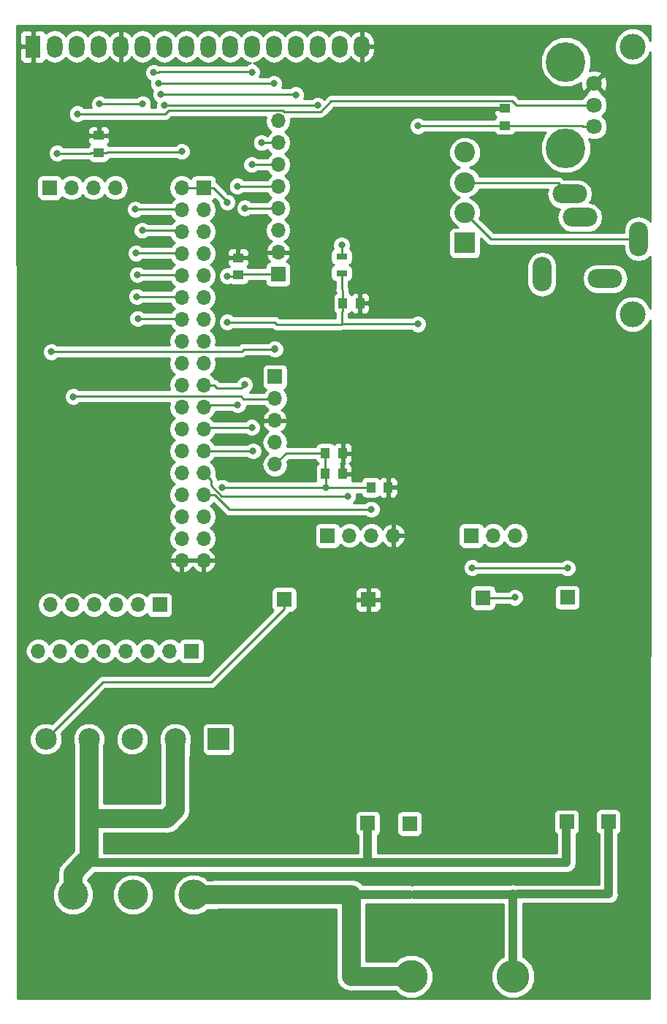
<source format=gbr>
G04 #@! TF.GenerationSoftware,KiCad,Pcbnew,5.0.0-rc2-dev-unknown-0ded476~63~ubuntu17.10.1*
G04 #@! TF.CreationDate,2018-04-08T11:22:16-07:00*
G04 #@! TF.ProjectId,Half_Shield,48616C665F536869656C642E6B696361,rev?*
G04 #@! TF.SameCoordinates,Original*
G04 #@! TF.FileFunction,Copper,L1,Top,Signal*
G04 #@! TF.FilePolarity,Positive*
%FSLAX46Y46*%
G04 Gerber Fmt 4.6, Leading zero omitted, Abs format (unit mm)*
G04 Created by KiCad (PCBNEW 5.0.0-rc2-dev-unknown-0ded476~63~ubuntu17.10.1) date Sun Apr  8 11:22:16 2018*
%MOMM*%
%LPD*%
G01*
G04 APERTURE LIST*
%ADD10R,1.800000X2.600000*%
%ADD11O,1.800000X2.600000*%
%ADD12C,3.000000*%
%ADD13O,1.700000X1.700000*%
%ADD14R,1.700000X1.700000*%
%ADD15C,2.400000*%
%ADD16R,2.400000X2.400000*%
%ADD17O,2.200000X4.000000*%
%ADD18O,4.000000X2.200000*%
%ADD19C,3.500000*%
%ADD20C,3.800000*%
%ADD21C,4.600000*%
%ADD22C,1.800000*%
%ADD23R,1.300000X0.700000*%
%ADD24R,1.000000X1.250000*%
%ADD25R,1.250000X1.000000*%
%ADD26C,2.500000*%
%ADD27R,2.500000X2.500000*%
%ADD28C,0.800000*%
%ADD29C,0.250000*%
%ADD30C,2.220000*%
%ADD31C,1.000000*%
%ADD32C,0.254000*%
G04 APERTURE END LIST*
D10*
X109474000Y-35598100D03*
D11*
X112014000Y-35598100D03*
X114554000Y-35598100D03*
X117094000Y-35598100D03*
X119634000Y-35598100D03*
X122174000Y-35598100D03*
X124714000Y-35598100D03*
X127254000Y-35598100D03*
X129794000Y-35598100D03*
X132334000Y-35598100D03*
X134874000Y-35598100D03*
X137414000Y-35598100D03*
X139954000Y-35598100D03*
X142494000Y-35598100D03*
X145034000Y-35598100D03*
X147574000Y-35598100D03*
D12*
X178973480Y-66598800D03*
X178974000Y-35598100D03*
D13*
X126695200Y-95135700D03*
X129235200Y-95135700D03*
X126695200Y-92595700D03*
X129235200Y-92595700D03*
X126695200Y-90055700D03*
X129235200Y-90055700D03*
X126695200Y-87515700D03*
X129235200Y-87515700D03*
X126695200Y-84975700D03*
X129235200Y-84975700D03*
X126695200Y-82435700D03*
X129235200Y-82435700D03*
X126695200Y-79895700D03*
X129235200Y-79895700D03*
X126695200Y-77355700D03*
X129235200Y-77355700D03*
X126695200Y-74815700D03*
X129235200Y-74815700D03*
X126695200Y-72275700D03*
X129235200Y-72275700D03*
X126695200Y-69735700D03*
X129235200Y-69735700D03*
X126695200Y-67195700D03*
X129235200Y-67195700D03*
X126695200Y-64655700D03*
X129235200Y-64655700D03*
X126695200Y-62115700D03*
X129235200Y-62115700D03*
X126695200Y-59575700D03*
X129235200Y-59575700D03*
X126695200Y-57035700D03*
X129235200Y-57035700D03*
X126695200Y-54495700D03*
X129235200Y-54495700D03*
X126695200Y-51955700D03*
D14*
X129235200Y-51955700D03*
D13*
X119024400Y-51955700D03*
X116484400Y-51955700D03*
X113944400Y-51955700D03*
D14*
X111404400Y-51955700D03*
D13*
X111455200Y-100266500D03*
X113995200Y-100266500D03*
X116535200Y-100266500D03*
X119075200Y-100266500D03*
X121615200Y-100266500D03*
D14*
X124155200Y-100266500D03*
D13*
X110083600Y-105613200D03*
X112623600Y-105613200D03*
X115163600Y-105613200D03*
X117703600Y-105613200D03*
X120243600Y-105613200D03*
X122783600Y-105613200D03*
X125323600Y-105613200D03*
D14*
X127863600Y-105613200D03*
D13*
X137515600Y-84010500D03*
X137515600Y-81470500D03*
X137515600Y-78930500D03*
X137515600Y-76390500D03*
D14*
X137515600Y-73850500D03*
D15*
X159509426Y-51350304D03*
X159509426Y-47850304D03*
X159509426Y-54850304D03*
D16*
X159509426Y-58350304D03*
D17*
X179668000Y-57884000D03*
D18*
X171668000Y-52684000D03*
X172868000Y-55384000D03*
D17*
X168468000Y-61984000D03*
D18*
X175768000Y-62484000D03*
D13*
X151231600Y-92252800D03*
X148691600Y-92252800D03*
X146151600Y-92252800D03*
D14*
X143611600Y-92252800D03*
X160274000Y-92252800D03*
D13*
X162814000Y-92252800D03*
X165354000Y-92252800D03*
D14*
X153110949Y-125618646D03*
X148259549Y-125580546D03*
X148323049Y-99659846D03*
X176137176Y-125383292D03*
X171311176Y-125395992D03*
X161621076Y-99449892D03*
X171400076Y-99399092D03*
D19*
X121056400Y-133858000D03*
X128066800Y-133858000D03*
X114096800Y-133858000D03*
D13*
X137871200Y-44196000D03*
X137871200Y-46736000D03*
X137871200Y-49276000D03*
X137871200Y-51816000D03*
X137871200Y-54356000D03*
X137871200Y-56896000D03*
X137871200Y-59436000D03*
D14*
X137871200Y-61976000D03*
D20*
X153314400Y-143306800D03*
X165100000Y-143306800D03*
D21*
X171198000Y-37378000D03*
X171198000Y-47378000D03*
D22*
X174498000Y-39878000D03*
X174498000Y-42378000D03*
X174498000Y-44878000D03*
D23*
X145237200Y-59933800D03*
X145237200Y-61833800D03*
D24*
X150622000Y-86664800D03*
X148622000Y-86664800D03*
D25*
X117094000Y-47908400D03*
X117094000Y-45908400D03*
X164134800Y-44754800D03*
X164134800Y-42754800D03*
D24*
X145370800Y-65328800D03*
X147370800Y-65328800D03*
D25*
X133248400Y-60061600D03*
X133248400Y-62061600D03*
D24*
X145358205Y-85090000D03*
X143358205Y-85090000D03*
X145362205Y-82702400D03*
X143362205Y-82702400D03*
D14*
X138582400Y-99618800D03*
D26*
X110962400Y-115824000D03*
X115962400Y-115824000D03*
X120962400Y-115824000D03*
X125962400Y-115824000D03*
D27*
X130962400Y-115824000D03*
D28*
X134010400Y-74777600D03*
X134010400Y-54305200D03*
X134975600Y-82448400D03*
X134823200Y-79705200D03*
X133197600Y-77114400D03*
X148691600Y-89204800D03*
X145948400Y-87731600D03*
X121615200Y-67106800D03*
X121513600Y-64566800D03*
X121564400Y-62026800D03*
X121412000Y-59537600D03*
X121310400Y-54457600D03*
X122123200Y-56896000D03*
X114147600Y-76149200D03*
X111607600Y-70967600D03*
X137464800Y-70612000D03*
X131978400Y-67513200D03*
X131978400Y-62179200D03*
X131978400Y-53644800D03*
X126695200Y-47752000D03*
X114604800Y-43383200D03*
X143408400Y-86664800D03*
X112268000Y-47955200D03*
X145237200Y-58597800D03*
X117170200Y-42240200D03*
X122174000Y-42265600D03*
X142468600Y-42418000D03*
X139928600Y-41173400D03*
X137388600Y-39878000D03*
X134823200Y-38557200D03*
X154076400Y-44805600D03*
X154076400Y-67741800D03*
X131368800Y-86664800D03*
X124002800Y-39878000D03*
X153111200Y-133807200D03*
X160375600Y-95961200D03*
X171399200Y-96012000D03*
X165303200Y-99415600D03*
X133146800Y-51765200D03*
X134823200Y-49276000D03*
X135940800Y-46736000D03*
X124714000Y-42418000D03*
X124307600Y-41148000D03*
X123444000Y-38608000D03*
X137515600Y-70662800D03*
D29*
X134010400Y-74777600D02*
X133602899Y-75185101D01*
X133602899Y-75185101D02*
X130806682Y-75185101D01*
X130806682Y-75185101D02*
X130437281Y-74815700D01*
X130437281Y-74815700D02*
X129235200Y-74815700D01*
X134975600Y-82448400D02*
X129247900Y-82448400D01*
X129247900Y-82448400D02*
X129235200Y-82435700D01*
X134823200Y-79705200D02*
X129425700Y-79705200D01*
X129425700Y-79705200D02*
X129235200Y-79895700D01*
X133197600Y-77114400D02*
X129476500Y-77114400D01*
X129476500Y-77114400D02*
X129235200Y-77355700D01*
X132250188Y-89255600D02*
X148691600Y-89255600D01*
X129235200Y-87515700D02*
X130510288Y-87515700D01*
X130510288Y-87515700D02*
X132250188Y-89255600D01*
X131311798Y-87680800D02*
X145948400Y-87680800D01*
X130085199Y-85825699D02*
X130085199Y-86454201D01*
X129235200Y-84975700D02*
X130085199Y-85825699D01*
X130085199Y-86454201D02*
X131311798Y-87680800D01*
X137871200Y-54356000D02*
X133959600Y-54356000D01*
X121615200Y-67106800D02*
X126606300Y-67106800D01*
X126606300Y-67106800D02*
X126695200Y-67195700D01*
X121513600Y-64566800D02*
X126606300Y-64566800D01*
X126606300Y-64566800D02*
X126695200Y-64655700D01*
X121564400Y-62026800D02*
X126606300Y-62026800D01*
X126606300Y-62026800D02*
X126695200Y-62115700D01*
X121412000Y-59537600D02*
X126657100Y-59537600D01*
X126657100Y-59537600D02*
X126695200Y-59575700D01*
X122123200Y-56896000D02*
X126555500Y-56896000D01*
X126555500Y-56896000D02*
X126695200Y-57035700D01*
X121310400Y-54457600D02*
X126657100Y-54457600D01*
X126657100Y-54457600D02*
X126695200Y-54495700D01*
X126695200Y-51955700D02*
X129235200Y-51955700D01*
X133858000Y-76403200D02*
X133553200Y-76098400D01*
X133553200Y-76098400D02*
X114198400Y-76098400D01*
X133889898Y-70662800D02*
X133641997Y-70910701D01*
X137515600Y-70662800D02*
X133889898Y-70662800D01*
X133641997Y-70910701D02*
X111601501Y-70910701D01*
X137718800Y-67767200D02*
X137464800Y-67513200D01*
X137464800Y-67513200D02*
X131978400Y-67513200D01*
X131978400Y-62179200D02*
X133130800Y-62179200D01*
X133130800Y-62179200D02*
X133248400Y-62061600D01*
X129235200Y-51955700D02*
X130335200Y-51955700D01*
X130335200Y-51955700D02*
X131973500Y-53594000D01*
X118074600Y-47802800D02*
X126695200Y-47802800D01*
X117094000Y-47908400D02*
X117969000Y-47908400D01*
X117969000Y-47908400D02*
X118074600Y-47802800D01*
X137871200Y-61976000D02*
X133334000Y-61976000D01*
X133334000Y-61976000D02*
X133248400Y-62061600D01*
X159509426Y-51350304D02*
X170334304Y-51350304D01*
X170334304Y-51350304D02*
X171668000Y-52684000D01*
X159509426Y-54850304D02*
X162543122Y-57884000D01*
X162543122Y-57884000D02*
X179668000Y-57884000D01*
D30*
X146354800Y-143306800D02*
X153314400Y-143306800D01*
X115962400Y-125018800D02*
X115962400Y-115824000D01*
X124968000Y-125018800D02*
X115962400Y-125018800D01*
X115962400Y-129517527D02*
X115962400Y-125018800D01*
X125933200Y-124053600D02*
X124968000Y-125018800D01*
X125933200Y-117620966D02*
X125933200Y-124053600D01*
X125962400Y-115824000D02*
X125962400Y-117591766D01*
D29*
X125962400Y-117591766D02*
X125933200Y-117620966D01*
D30*
X115330327Y-130149600D02*
X115962400Y-129517527D01*
D29*
X130081200Y-109220000D02*
X117566400Y-109220000D01*
X117566400Y-109220000D02*
X110962400Y-115824000D01*
X138582400Y-99618800D02*
X138582400Y-100718800D01*
X138582400Y-100718800D02*
X130081200Y-109220000D01*
X164134800Y-44754800D02*
X154127200Y-44754800D01*
X154127200Y-44754800D02*
X154076400Y-44805600D01*
X174498000Y-44878000D02*
X173225208Y-44878000D01*
X173225208Y-44878000D02*
X173100207Y-44752999D01*
X173100207Y-44752999D02*
X165011601Y-44752999D01*
X165011601Y-44752999D02*
X165009800Y-44754800D01*
X165009800Y-44754800D02*
X164134800Y-44754800D01*
X143408400Y-86664800D02*
X148622000Y-86664800D01*
X143362205Y-82702400D02*
X138823700Y-82702400D01*
X138823700Y-82702400D02*
X137515600Y-84010500D01*
X143358205Y-85090000D02*
X143358205Y-82706400D01*
X143358205Y-82706400D02*
X143362205Y-82702400D01*
X143408400Y-86664800D02*
X143408400Y-85140195D01*
X143408400Y-85140195D02*
X143358205Y-85090000D01*
X143408400Y-92049600D02*
X143611600Y-92252800D01*
X143611600Y-86664800D02*
X143358205Y-86411405D01*
X112268000Y-35852100D02*
X112014000Y-35598100D01*
X116172200Y-47955200D02*
X112318800Y-47955200D01*
X117094000Y-47908400D02*
X116219000Y-47908400D01*
X116219000Y-47908400D02*
X116172200Y-47955200D01*
X137718800Y-67767200D02*
X145224500Y-67767200D01*
X145224500Y-67767200D02*
X145237200Y-67754500D01*
X145370800Y-65328800D02*
X145370800Y-66203800D01*
X145370800Y-66203800D02*
X145237200Y-66337400D01*
X145237200Y-66337400D02*
X145237200Y-67197800D01*
X145237200Y-63697800D02*
X145370800Y-63831400D01*
X145370800Y-63831400D02*
X145370800Y-65328800D01*
X145237200Y-61833800D02*
X145237200Y-63697800D01*
X124821802Y-43383200D02*
X114604800Y-43383200D01*
X142816601Y-43143001D02*
X138557203Y-43143001D01*
X138557203Y-43143001D02*
X138435201Y-43020999D01*
X144029803Y-41929799D02*
X142816601Y-43143001D01*
X165019801Y-41929799D02*
X144029803Y-41929799D01*
X125184003Y-43020999D02*
X124821802Y-43383200D01*
X174498000Y-42378000D02*
X165468002Y-42378000D01*
X165468002Y-42378000D02*
X165019801Y-41929799D01*
X138435201Y-43020999D02*
X125184003Y-43020999D01*
X121582915Y-42240200D02*
X117170200Y-42240200D01*
X122174000Y-42265600D02*
X121608315Y-42265600D01*
X121608315Y-42265600D02*
X121582915Y-42240200D01*
X125279685Y-42418000D02*
X142468600Y-42418000D01*
X124714000Y-42418000D02*
X125279685Y-42418000D01*
X124898685Y-41122600D02*
X139954000Y-41122600D01*
X124307600Y-41148000D02*
X124873285Y-41148000D01*
X124873285Y-41148000D02*
X124898685Y-41122600D01*
X124568485Y-39878000D02*
X137414000Y-39878000D01*
X124002800Y-39878000D02*
X124568485Y-39878000D01*
X124111285Y-38506400D02*
X134848600Y-38506400D01*
X123444000Y-38608000D02*
X124009685Y-38608000D01*
X124009685Y-38608000D02*
X124111285Y-38506400D01*
X145237200Y-67754500D02*
X154038300Y-67754500D01*
X145237200Y-67197800D02*
X145237200Y-67754500D01*
X131368800Y-86664800D02*
X143611600Y-86664800D01*
X138379200Y-58928000D02*
X137871200Y-59436000D01*
X176174400Y-126520516D02*
X176137176Y-126483292D01*
D31*
X176137176Y-126483292D02*
X176137176Y-125383292D01*
D30*
X128066800Y-133858000D02*
X130541673Y-133858000D01*
D29*
X130541673Y-133858000D02*
X130592473Y-133807200D01*
D31*
X176174400Y-133705600D02*
X176174400Y-126520516D01*
D29*
X134181696Y-51797104D02*
X134149792Y-51765200D01*
X134149792Y-51765200D02*
X133146800Y-51765200D01*
D31*
X165665685Y-133756400D02*
X176174400Y-133756400D01*
D29*
X165100000Y-133756400D02*
X165665685Y-133756400D01*
D31*
X165100000Y-133756400D02*
X165100000Y-143306800D01*
X147668715Y-130149600D02*
X148800085Y-130149600D01*
D29*
X148234400Y-130149600D02*
X148259549Y-130124451D01*
D31*
X148259549Y-130124451D02*
X148259549Y-125580546D01*
D30*
X114096800Y-133858000D02*
X114096800Y-131383127D01*
X114096800Y-131383127D02*
X115330327Y-130149600D01*
D31*
X115330327Y-130149600D02*
X147668715Y-130149600D01*
D29*
X147668715Y-130149600D02*
X148234400Y-130149600D01*
D31*
X171297600Y-130149600D02*
X171297600Y-125409568D01*
X148800085Y-130149600D02*
X171297600Y-130149600D01*
X148234400Y-130149600D02*
X148800085Y-130149600D01*
D30*
X146354800Y-133807200D02*
X146354800Y-143306800D01*
D31*
X153676885Y-133807200D02*
X165100000Y-133807200D01*
D29*
X153111200Y-133807200D02*
X153676885Y-133807200D01*
D31*
X146354800Y-133807200D02*
X153111200Y-133807200D01*
D29*
X137820400Y-59385200D02*
X137871200Y-59436000D01*
X148383603Y-99720400D02*
X148323049Y-99659846D01*
X171399200Y-96012000D02*
X160426400Y-96012000D01*
X160426400Y-96012000D02*
X160375600Y-95961200D01*
X136615745Y-51797104D02*
X134181696Y-51797104D01*
X137817826Y-51797104D02*
X136615745Y-51797104D01*
X136615745Y-51797104D02*
X136596849Y-51816000D01*
X136596849Y-46736000D02*
X135940800Y-46736000D01*
X137817826Y-46717104D02*
X136615745Y-46717104D01*
X136615745Y-46717104D02*
X136596849Y-46736000D01*
X136596849Y-49276000D02*
X134823200Y-49276000D01*
X137817826Y-49257104D02*
X136615745Y-49257104D01*
X136615745Y-49257104D02*
X136596849Y-49276000D01*
X133858000Y-76403200D02*
X137502900Y-76403200D01*
X137502900Y-78943200D02*
X137515600Y-78930500D01*
X161621076Y-99449892D02*
X165319708Y-99449892D01*
X137477500Y-78892400D02*
X137515600Y-78930500D01*
D30*
X130592473Y-133807200D02*
X146354800Y-133807200D01*
D29*
X145237200Y-59333800D02*
X145237200Y-58547000D01*
X145237200Y-59933800D02*
X145237200Y-59333800D01*
D32*
G36*
X181025122Y-34970922D02*
X180783966Y-34388720D01*
X180183380Y-33788134D01*
X179398678Y-33463100D01*
X178549322Y-33463100D01*
X177764620Y-33788134D01*
X177164034Y-34388720D01*
X176839000Y-35173422D01*
X176839000Y-36022778D01*
X177164034Y-36807480D01*
X177764620Y-37408066D01*
X178549322Y-37733100D01*
X179398678Y-37733100D01*
X180183380Y-37408066D01*
X180783966Y-36807480D01*
X181024004Y-36227978D01*
X181006533Y-55864340D01*
X180918865Y-55733135D01*
X180344963Y-55349666D01*
X179668000Y-55215010D01*
X178991038Y-55349666D01*
X178417136Y-55733135D01*
X178033667Y-56307037D01*
X177933001Y-56813120D01*
X177933001Y-57124000D01*
X162857924Y-57124000D01*
X161228676Y-55494753D01*
X161344426Y-55215308D01*
X161344426Y-54485300D01*
X161065064Y-53810860D01*
X160548870Y-53294666D01*
X160079638Y-53100304D01*
X160548870Y-52905942D01*
X161065064Y-52389748D01*
X161180813Y-52110304D01*
X169113125Y-52110304D01*
X168999010Y-52684000D01*
X169133666Y-53360963D01*
X169517135Y-53934865D01*
X170091037Y-54318334D01*
X170534455Y-54406535D01*
X170333666Y-54707037D01*
X170199010Y-55384000D01*
X170333666Y-56060963D01*
X170717135Y-56634865D01*
X171291037Y-57018334D01*
X171797120Y-57119000D01*
X173938880Y-57119000D01*
X174444963Y-57018334D01*
X175018865Y-56634865D01*
X175402334Y-56060963D01*
X175536990Y-55384000D01*
X175402334Y-54707037D01*
X175018865Y-54133135D01*
X174444963Y-53749666D01*
X174001545Y-53661465D01*
X174202334Y-53360963D01*
X174336990Y-52684000D01*
X174202334Y-52007037D01*
X173818865Y-51433135D01*
X173244963Y-51049666D01*
X172738880Y-50949000D01*
X171007801Y-50949000D01*
X170924635Y-50865834D01*
X170882233Y-50802375D01*
X170630841Y-50634400D01*
X170409156Y-50590304D01*
X170409151Y-50590304D01*
X170334304Y-50575416D01*
X170259457Y-50590304D01*
X161180813Y-50590304D01*
X161065064Y-50310860D01*
X160548870Y-49794666D01*
X160079638Y-49600304D01*
X160548870Y-49405942D01*
X161065064Y-48889748D01*
X161344426Y-48215308D01*
X161344426Y-47485300D01*
X161065064Y-46810860D01*
X160548870Y-46294666D01*
X159874430Y-46015304D01*
X159144422Y-46015304D01*
X158469982Y-46294666D01*
X157953788Y-46810860D01*
X157674426Y-47485300D01*
X157674426Y-48215308D01*
X157953788Y-48889748D01*
X158469982Y-49405942D01*
X158939214Y-49600304D01*
X158469982Y-49794666D01*
X157953788Y-50310860D01*
X157674426Y-50985300D01*
X157674426Y-51715308D01*
X157953788Y-52389748D01*
X158469982Y-52905942D01*
X158939214Y-53100304D01*
X158469982Y-53294666D01*
X157953788Y-53810860D01*
X157674426Y-54485300D01*
X157674426Y-55215308D01*
X157953788Y-55889748D01*
X158469982Y-56405942D01*
X158703973Y-56502864D01*
X158309426Y-56502864D01*
X158061661Y-56552147D01*
X157851617Y-56692495D01*
X157711269Y-56902539D01*
X157661986Y-57150304D01*
X157661986Y-59550304D01*
X157711269Y-59798069D01*
X157851617Y-60008113D01*
X158061661Y-60148461D01*
X158309426Y-60197744D01*
X160709426Y-60197744D01*
X160957191Y-60148461D01*
X161167235Y-60008113D01*
X161307583Y-59798069D01*
X161356866Y-59550304D01*
X161356866Y-57772546D01*
X161952793Y-58368473D01*
X161995193Y-58431929D01*
X162246585Y-58599904D01*
X162468270Y-58644000D01*
X162468274Y-58644000D01*
X162543121Y-58658888D01*
X162617968Y-58644000D01*
X177933000Y-58644000D01*
X177933000Y-58954879D01*
X178033666Y-59460962D01*
X178417135Y-60034865D01*
X178991037Y-60418334D01*
X179668000Y-60552990D01*
X180344962Y-60418334D01*
X180918865Y-60034865D01*
X181002935Y-59909045D01*
X180997599Y-65906432D01*
X180783446Y-65389420D01*
X180182860Y-64788834D01*
X179398158Y-64463800D01*
X178548802Y-64463800D01*
X177764100Y-64788834D01*
X177163514Y-65389420D01*
X176838480Y-66174122D01*
X176838480Y-67023478D01*
X177163514Y-67808180D01*
X177764100Y-68408766D01*
X178548802Y-68733800D01*
X179398158Y-68733800D01*
X180182860Y-68408766D01*
X180783446Y-67808180D01*
X180996365Y-67294149D01*
X180926454Y-145873301D01*
X107719146Y-145823499D01*
X107708075Y-133383594D01*
X111711800Y-133383594D01*
X111711800Y-134332406D01*
X112074895Y-135208994D01*
X112745806Y-135879905D01*
X113622394Y-136243000D01*
X114571206Y-136243000D01*
X115447794Y-135879905D01*
X116118705Y-135208994D01*
X116481800Y-134332406D01*
X116481800Y-133383594D01*
X118671400Y-133383594D01*
X118671400Y-134332406D01*
X119034495Y-135208994D01*
X119705406Y-135879905D01*
X120581994Y-136243000D01*
X121530806Y-136243000D01*
X122407394Y-135879905D01*
X123078305Y-135208994D01*
X123441400Y-134332406D01*
X123441400Y-133383594D01*
X125681800Y-133383594D01*
X125681800Y-134332406D01*
X126044895Y-135208994D01*
X126715806Y-135879905D01*
X127592394Y-136243000D01*
X128541206Y-136243000D01*
X129417794Y-135879905D01*
X129694699Y-135603000D01*
X130713538Y-135603000D01*
X130968928Y-135552200D01*
X144609800Y-135552200D01*
X144609801Y-143134930D01*
X144575614Y-143306800D01*
X144711046Y-143987665D01*
X145096726Y-144564874D01*
X145673935Y-144950554D01*
X146182935Y-145051800D01*
X146354800Y-145085986D01*
X146526665Y-145051800D01*
X151474368Y-145051800D01*
X151878438Y-145455870D01*
X152810157Y-145841800D01*
X153818643Y-145841800D01*
X154750362Y-145455870D01*
X155463470Y-144742762D01*
X155849400Y-143811043D01*
X155849400Y-142802557D01*
X155463470Y-141870838D01*
X154750362Y-141157730D01*
X153818643Y-140771800D01*
X152810157Y-140771800D01*
X151878438Y-141157730D01*
X151474368Y-141561800D01*
X148099800Y-141561800D01*
X148099800Y-134942200D01*
X153222983Y-134942200D01*
X153394043Y-134908174D01*
X153565102Y-134942200D01*
X163965000Y-134942200D01*
X163965001Y-141033067D01*
X163664038Y-141157730D01*
X162950930Y-141870838D01*
X162565000Y-142802557D01*
X162565000Y-143811043D01*
X162950930Y-144742762D01*
X163664038Y-145455870D01*
X164595757Y-145841800D01*
X165604243Y-145841800D01*
X166535962Y-145455870D01*
X167249070Y-144742762D01*
X167635000Y-143811043D01*
X167635000Y-142802557D01*
X167249070Y-141870838D01*
X166535962Y-141157730D01*
X166235000Y-141033068D01*
X166235000Y-134891400D01*
X176286183Y-134891400D01*
X176617255Y-134825546D01*
X176992689Y-134574689D01*
X177243546Y-134199255D01*
X177331635Y-133756400D01*
X177309400Y-133644617D01*
X177309400Y-126781697D01*
X177444985Y-126691101D01*
X177585333Y-126481057D01*
X177634616Y-126233292D01*
X177634616Y-124533292D01*
X177585333Y-124285527D01*
X177444985Y-124075483D01*
X177234941Y-123935135D01*
X176987176Y-123885852D01*
X175287176Y-123885852D01*
X175039411Y-123935135D01*
X174829367Y-124075483D01*
X174689019Y-124285527D01*
X174639736Y-124533292D01*
X174639736Y-126233292D01*
X174689019Y-126481057D01*
X174829367Y-126691101D01*
X175039401Y-126831442D01*
X175039400Y-132621400D01*
X165553902Y-132621400D01*
X165382842Y-132655426D01*
X165100000Y-132599165D01*
X164732827Y-132672200D01*
X153565102Y-132672200D01*
X153394043Y-132706226D01*
X153222983Y-132672200D01*
X147695110Y-132672200D01*
X147612874Y-132549126D01*
X147035665Y-132163446D01*
X146526665Y-132062200D01*
X146354800Y-132028014D01*
X146182935Y-132062200D01*
X130420608Y-132062200D01*
X130165218Y-132113000D01*
X129694699Y-132113000D01*
X129417794Y-131836095D01*
X128541206Y-131473000D01*
X127592394Y-131473000D01*
X126715806Y-131836095D01*
X126044895Y-132507006D01*
X125681800Y-133383594D01*
X123441400Y-133383594D01*
X123078305Y-132507006D01*
X122407394Y-131836095D01*
X121530806Y-131473000D01*
X120581994Y-131473000D01*
X119705406Y-131836095D01*
X119034495Y-132507006D01*
X118671400Y-133383594D01*
X116481800Y-133383594D01*
X116118705Y-132507006D01*
X115841800Y-132230101D01*
X115841800Y-132105929D01*
X116663130Y-131284600D01*
X171185817Y-131284600D01*
X171297600Y-131306835D01*
X171409383Y-131284600D01*
X171740455Y-131218746D01*
X172115889Y-130967889D01*
X172366746Y-130592455D01*
X172454835Y-130149600D01*
X172432600Y-130037817D01*
X172432600Y-126828340D01*
X172618985Y-126703801D01*
X172759333Y-126493757D01*
X172808616Y-126245992D01*
X172808616Y-124545992D01*
X172759333Y-124298227D01*
X172618985Y-124088183D01*
X172408941Y-123947835D01*
X172161176Y-123898552D01*
X170461176Y-123898552D01*
X170213411Y-123947835D01*
X170003367Y-124088183D01*
X169863019Y-124298227D01*
X169813736Y-124545992D01*
X169813736Y-126245992D01*
X169863019Y-126493757D01*
X170003367Y-126703801D01*
X170162601Y-126810198D01*
X170162600Y-129014600D01*
X149394549Y-129014600D01*
X149394549Y-127003823D01*
X149567358Y-126888355D01*
X149707706Y-126678311D01*
X149756989Y-126430546D01*
X149756989Y-124768646D01*
X151613509Y-124768646D01*
X151613509Y-126468646D01*
X151662792Y-126716411D01*
X151803140Y-126926455D01*
X152013184Y-127066803D01*
X152260949Y-127116086D01*
X153960949Y-127116086D01*
X154208714Y-127066803D01*
X154418758Y-126926455D01*
X154559106Y-126716411D01*
X154608389Y-126468646D01*
X154608389Y-124768646D01*
X154559106Y-124520881D01*
X154418758Y-124310837D01*
X154208714Y-124170489D01*
X153960949Y-124121206D01*
X152260949Y-124121206D01*
X152013184Y-124170489D01*
X151803140Y-124310837D01*
X151662792Y-124520881D01*
X151613509Y-124768646D01*
X149756989Y-124768646D01*
X149756989Y-124730546D01*
X149707706Y-124482781D01*
X149567358Y-124272737D01*
X149357314Y-124132389D01*
X149109549Y-124083106D01*
X147409549Y-124083106D01*
X147161784Y-124132389D01*
X146951740Y-124272737D01*
X146811392Y-124482781D01*
X146762109Y-124730546D01*
X146762109Y-126430546D01*
X146811392Y-126678311D01*
X146951740Y-126888355D01*
X147124550Y-127003824D01*
X147124549Y-129014600D01*
X117707400Y-129014600D01*
X117707400Y-126763800D01*
X124796140Y-126763800D01*
X124968000Y-126797985D01*
X125139860Y-126763800D01*
X125139865Y-126763800D01*
X125648865Y-126662554D01*
X126226074Y-126276874D01*
X126323428Y-126131174D01*
X127045574Y-125409028D01*
X127191274Y-125311674D01*
X127576954Y-124734465D01*
X127678200Y-124225465D01*
X127678200Y-124225460D01*
X127712385Y-124053600D01*
X127678200Y-123881740D01*
X127678200Y-117910430D01*
X127707400Y-117763631D01*
X127707400Y-116536940D01*
X127847400Y-116198950D01*
X127847400Y-115449050D01*
X127560426Y-114756233D01*
X127378193Y-114574000D01*
X129064960Y-114574000D01*
X129064960Y-117074000D01*
X129114243Y-117321765D01*
X129254591Y-117531809D01*
X129464635Y-117672157D01*
X129712400Y-117721440D01*
X132212400Y-117721440D01*
X132460165Y-117672157D01*
X132670209Y-117531809D01*
X132810557Y-117321765D01*
X132859840Y-117074000D01*
X132859840Y-114574000D01*
X132810557Y-114326235D01*
X132670209Y-114116191D01*
X132460165Y-113975843D01*
X132212400Y-113926560D01*
X129712400Y-113926560D01*
X129464635Y-113975843D01*
X129254591Y-114116191D01*
X129114243Y-114326235D01*
X129064960Y-114574000D01*
X127378193Y-114574000D01*
X127030167Y-114225974D01*
X126337350Y-113939000D01*
X125587450Y-113939000D01*
X124894633Y-114225974D01*
X124364374Y-114756233D01*
X124077400Y-115449050D01*
X124077400Y-116198950D01*
X124217400Y-116536941D01*
X124217401Y-117302299D01*
X124188200Y-117449102D01*
X124188201Y-123273800D01*
X117707400Y-123273800D01*
X117707400Y-116536940D01*
X117847400Y-116198950D01*
X117847400Y-115449050D01*
X119077400Y-115449050D01*
X119077400Y-116198950D01*
X119364374Y-116891767D01*
X119894633Y-117422026D01*
X120587450Y-117709000D01*
X121337350Y-117709000D01*
X122030167Y-117422026D01*
X122560426Y-116891767D01*
X122847400Y-116198950D01*
X122847400Y-115449050D01*
X122560426Y-114756233D01*
X122030167Y-114225974D01*
X121337350Y-113939000D01*
X120587450Y-113939000D01*
X119894633Y-114225974D01*
X119364374Y-114756233D01*
X119077400Y-115449050D01*
X117847400Y-115449050D01*
X117560426Y-114756233D01*
X117030167Y-114225974D01*
X116337350Y-113939000D01*
X115587450Y-113939000D01*
X114894633Y-114225974D01*
X114364374Y-114756233D01*
X114077400Y-115449050D01*
X114077400Y-116198950D01*
X114217401Y-116536942D01*
X114217400Y-124846935D01*
X114183214Y-125018800D01*
X114217401Y-125190670D01*
X114217400Y-128794724D01*
X112984423Y-130027701D01*
X112838727Y-130125053D01*
X112741375Y-130270750D01*
X112741372Y-130270753D01*
X112453047Y-130702262D01*
X112317615Y-131383127D01*
X112351801Y-131554992D01*
X112351801Y-132230100D01*
X112074895Y-132507006D01*
X111711800Y-133383594D01*
X107708075Y-133383594D01*
X107692112Y-115449050D01*
X109077400Y-115449050D01*
X109077400Y-116198950D01*
X109364374Y-116891767D01*
X109894633Y-117422026D01*
X110587450Y-117709000D01*
X111337350Y-117709000D01*
X112030167Y-117422026D01*
X112560426Y-116891767D01*
X112847400Y-116198950D01*
X112847400Y-115449050D01*
X112719919Y-115141283D01*
X117881203Y-109980000D01*
X130006353Y-109980000D01*
X130081200Y-109994888D01*
X130156047Y-109980000D01*
X130156052Y-109980000D01*
X130377737Y-109935904D01*
X130629129Y-109767929D01*
X130671531Y-109704470D01*
X139066876Y-101309127D01*
X139130329Y-101266729D01*
X139172727Y-101203276D01*
X139172729Y-101203274D01*
X139230883Y-101116240D01*
X139432400Y-101116240D01*
X139680165Y-101066957D01*
X139890209Y-100926609D01*
X140030557Y-100716565D01*
X140079840Y-100468800D01*
X140079840Y-99945596D01*
X146838049Y-99945596D01*
X146838049Y-100636156D01*
X146934722Y-100869545D01*
X147113351Y-101048173D01*
X147346740Y-101144846D01*
X148037299Y-101144846D01*
X148196049Y-100986096D01*
X148196049Y-99786846D01*
X148450049Y-99786846D01*
X148450049Y-100986096D01*
X148608799Y-101144846D01*
X149299358Y-101144846D01*
X149532747Y-101048173D01*
X149711376Y-100869545D01*
X149808049Y-100636156D01*
X149808049Y-99945596D01*
X149649299Y-99786846D01*
X148450049Y-99786846D01*
X148196049Y-99786846D01*
X146996799Y-99786846D01*
X146838049Y-99945596D01*
X140079840Y-99945596D01*
X140079840Y-98768800D01*
X140062881Y-98683536D01*
X146838049Y-98683536D01*
X146838049Y-99374096D01*
X146996799Y-99532846D01*
X148196049Y-99532846D01*
X148196049Y-98333596D01*
X148450049Y-98333596D01*
X148450049Y-99532846D01*
X149649299Y-99532846D01*
X149808049Y-99374096D01*
X149808049Y-98683536D01*
X149773403Y-98599892D01*
X160123636Y-98599892D01*
X160123636Y-100299892D01*
X160172919Y-100547657D01*
X160313267Y-100757701D01*
X160523311Y-100898049D01*
X160771076Y-100947332D01*
X162471076Y-100947332D01*
X162718841Y-100898049D01*
X162928885Y-100757701D01*
X163069233Y-100547657D01*
X163118516Y-100299892D01*
X163118516Y-100209892D01*
X164633781Y-100209892D01*
X164716920Y-100293031D01*
X165097326Y-100450600D01*
X165509074Y-100450600D01*
X165889480Y-100293031D01*
X166180631Y-100001880D01*
X166338200Y-99621474D01*
X166338200Y-99209726D01*
X166180631Y-98829320D01*
X165900403Y-98549092D01*
X169902636Y-98549092D01*
X169902636Y-100249092D01*
X169951919Y-100496857D01*
X170092267Y-100706901D01*
X170302311Y-100847249D01*
X170550076Y-100896532D01*
X172250076Y-100896532D01*
X172497841Y-100847249D01*
X172707885Y-100706901D01*
X172848233Y-100496857D01*
X172897516Y-100249092D01*
X172897516Y-98549092D01*
X172848233Y-98301327D01*
X172707885Y-98091283D01*
X172497841Y-97950935D01*
X172250076Y-97901652D01*
X170550076Y-97901652D01*
X170302311Y-97950935D01*
X170092267Y-98091283D01*
X169951919Y-98301327D01*
X169902636Y-98549092D01*
X165900403Y-98549092D01*
X165889480Y-98538169D01*
X165509074Y-98380600D01*
X165097326Y-98380600D01*
X164716920Y-98538169D01*
X164565197Y-98689892D01*
X163118516Y-98689892D01*
X163118516Y-98599892D01*
X163069233Y-98352127D01*
X162928885Y-98142083D01*
X162718841Y-98001735D01*
X162471076Y-97952452D01*
X160771076Y-97952452D01*
X160523311Y-98001735D01*
X160313267Y-98142083D01*
X160172919Y-98352127D01*
X160123636Y-98599892D01*
X149773403Y-98599892D01*
X149711376Y-98450147D01*
X149532747Y-98271519D01*
X149299358Y-98174846D01*
X148608799Y-98174846D01*
X148450049Y-98333596D01*
X148196049Y-98333596D01*
X148037299Y-98174846D01*
X147346740Y-98174846D01*
X147113351Y-98271519D01*
X146934722Y-98450147D01*
X146838049Y-98683536D01*
X140062881Y-98683536D01*
X140030557Y-98521035D01*
X139890209Y-98310991D01*
X139680165Y-98170643D01*
X139432400Y-98121360D01*
X137732400Y-98121360D01*
X137484635Y-98170643D01*
X137274591Y-98310991D01*
X137134243Y-98521035D01*
X137084960Y-98768800D01*
X137084960Y-100468800D01*
X137134243Y-100716565D01*
X137274591Y-100926609D01*
X137289696Y-100936702D01*
X129766399Y-108460000D01*
X117641246Y-108460000D01*
X117566399Y-108445112D01*
X117491552Y-108460000D01*
X117491548Y-108460000D01*
X117269863Y-108504096D01*
X117269861Y-108504097D01*
X117269862Y-108504097D01*
X117081926Y-108629671D01*
X117081924Y-108629673D01*
X117018471Y-108672071D01*
X116976073Y-108735524D01*
X111645117Y-114066481D01*
X111337350Y-113939000D01*
X110587450Y-113939000D01*
X109894633Y-114225974D01*
X109364374Y-114756233D01*
X109077400Y-115449050D01*
X107692112Y-115449050D01*
X107683357Y-105613200D01*
X108569508Y-105613200D01*
X108684761Y-106192618D01*
X109012975Y-106683825D01*
X109504182Y-107012039D01*
X109937344Y-107098200D01*
X110229856Y-107098200D01*
X110663018Y-107012039D01*
X111154225Y-106683825D01*
X111353600Y-106385439D01*
X111552975Y-106683825D01*
X112044182Y-107012039D01*
X112477344Y-107098200D01*
X112769856Y-107098200D01*
X113203018Y-107012039D01*
X113694225Y-106683825D01*
X113893600Y-106385439D01*
X114092975Y-106683825D01*
X114584182Y-107012039D01*
X115017344Y-107098200D01*
X115309856Y-107098200D01*
X115743018Y-107012039D01*
X116234225Y-106683825D01*
X116433600Y-106385439D01*
X116632975Y-106683825D01*
X117124182Y-107012039D01*
X117557344Y-107098200D01*
X117849856Y-107098200D01*
X118283018Y-107012039D01*
X118774225Y-106683825D01*
X118973600Y-106385439D01*
X119172975Y-106683825D01*
X119664182Y-107012039D01*
X120097344Y-107098200D01*
X120389856Y-107098200D01*
X120823018Y-107012039D01*
X121314225Y-106683825D01*
X121513600Y-106385439D01*
X121712975Y-106683825D01*
X122204182Y-107012039D01*
X122637344Y-107098200D01*
X122929856Y-107098200D01*
X123363018Y-107012039D01*
X123854225Y-106683825D01*
X124053600Y-106385439D01*
X124252975Y-106683825D01*
X124744182Y-107012039D01*
X125177344Y-107098200D01*
X125469856Y-107098200D01*
X125903018Y-107012039D01*
X126394225Y-106683825D01*
X126406416Y-106665581D01*
X126415443Y-106710965D01*
X126555791Y-106921009D01*
X126765835Y-107061357D01*
X127013600Y-107110640D01*
X128713600Y-107110640D01*
X128961365Y-107061357D01*
X129171409Y-106921009D01*
X129311757Y-106710965D01*
X129361040Y-106463200D01*
X129361040Y-104763200D01*
X129311757Y-104515435D01*
X129171409Y-104305391D01*
X128961365Y-104165043D01*
X128713600Y-104115760D01*
X127013600Y-104115760D01*
X126765835Y-104165043D01*
X126555791Y-104305391D01*
X126415443Y-104515435D01*
X126406416Y-104560819D01*
X126394225Y-104542575D01*
X125903018Y-104214361D01*
X125469856Y-104128200D01*
X125177344Y-104128200D01*
X124744182Y-104214361D01*
X124252975Y-104542575D01*
X124053600Y-104840961D01*
X123854225Y-104542575D01*
X123363018Y-104214361D01*
X122929856Y-104128200D01*
X122637344Y-104128200D01*
X122204182Y-104214361D01*
X121712975Y-104542575D01*
X121513600Y-104840961D01*
X121314225Y-104542575D01*
X120823018Y-104214361D01*
X120389856Y-104128200D01*
X120097344Y-104128200D01*
X119664182Y-104214361D01*
X119172975Y-104542575D01*
X118973600Y-104840961D01*
X118774225Y-104542575D01*
X118283018Y-104214361D01*
X117849856Y-104128200D01*
X117557344Y-104128200D01*
X117124182Y-104214361D01*
X116632975Y-104542575D01*
X116433600Y-104840961D01*
X116234225Y-104542575D01*
X115743018Y-104214361D01*
X115309856Y-104128200D01*
X115017344Y-104128200D01*
X114584182Y-104214361D01*
X114092975Y-104542575D01*
X113893600Y-104840961D01*
X113694225Y-104542575D01*
X113203018Y-104214361D01*
X112769856Y-104128200D01*
X112477344Y-104128200D01*
X112044182Y-104214361D01*
X111552975Y-104542575D01*
X111353600Y-104840961D01*
X111154225Y-104542575D01*
X110663018Y-104214361D01*
X110229856Y-104128200D01*
X109937344Y-104128200D01*
X109504182Y-104214361D01*
X109012975Y-104542575D01*
X108684761Y-105033782D01*
X108569508Y-105613200D01*
X107683357Y-105613200D01*
X107678599Y-100266500D01*
X109941108Y-100266500D01*
X110056361Y-100845918D01*
X110384575Y-101337125D01*
X110875782Y-101665339D01*
X111308944Y-101751500D01*
X111601456Y-101751500D01*
X112034618Y-101665339D01*
X112525825Y-101337125D01*
X112725200Y-101038739D01*
X112924575Y-101337125D01*
X113415782Y-101665339D01*
X113848944Y-101751500D01*
X114141456Y-101751500D01*
X114574618Y-101665339D01*
X115065825Y-101337125D01*
X115265200Y-101038739D01*
X115464575Y-101337125D01*
X115955782Y-101665339D01*
X116388944Y-101751500D01*
X116681456Y-101751500D01*
X117114618Y-101665339D01*
X117605825Y-101337125D01*
X117805200Y-101038739D01*
X118004575Y-101337125D01*
X118495782Y-101665339D01*
X118928944Y-101751500D01*
X119221456Y-101751500D01*
X119654618Y-101665339D01*
X120145825Y-101337125D01*
X120345200Y-101038739D01*
X120544575Y-101337125D01*
X121035782Y-101665339D01*
X121468944Y-101751500D01*
X121761456Y-101751500D01*
X122194618Y-101665339D01*
X122685825Y-101337125D01*
X122698016Y-101318881D01*
X122707043Y-101364265D01*
X122847391Y-101574309D01*
X123057435Y-101714657D01*
X123305200Y-101763940D01*
X125005200Y-101763940D01*
X125252965Y-101714657D01*
X125463009Y-101574309D01*
X125603357Y-101364265D01*
X125652640Y-101116500D01*
X125652640Y-99416500D01*
X125603357Y-99168735D01*
X125463009Y-98958691D01*
X125252965Y-98818343D01*
X125005200Y-98769060D01*
X123305200Y-98769060D01*
X123057435Y-98818343D01*
X122847391Y-98958691D01*
X122707043Y-99168735D01*
X122698016Y-99214119D01*
X122685825Y-99195875D01*
X122194618Y-98867661D01*
X121761456Y-98781500D01*
X121468944Y-98781500D01*
X121035782Y-98867661D01*
X120544575Y-99195875D01*
X120345200Y-99494261D01*
X120145825Y-99195875D01*
X119654618Y-98867661D01*
X119221456Y-98781500D01*
X118928944Y-98781500D01*
X118495782Y-98867661D01*
X118004575Y-99195875D01*
X117805200Y-99494261D01*
X117605825Y-99195875D01*
X117114618Y-98867661D01*
X116681456Y-98781500D01*
X116388944Y-98781500D01*
X115955782Y-98867661D01*
X115464575Y-99195875D01*
X115265200Y-99494261D01*
X115065825Y-99195875D01*
X114574618Y-98867661D01*
X114141456Y-98781500D01*
X113848944Y-98781500D01*
X113415782Y-98867661D01*
X112924575Y-99195875D01*
X112725200Y-99494261D01*
X112525825Y-99195875D01*
X112034618Y-98867661D01*
X111601456Y-98781500D01*
X111308944Y-98781500D01*
X110875782Y-98867661D01*
X110384575Y-99195875D01*
X110056361Y-99687082D01*
X109941108Y-100266500D01*
X107678599Y-100266500D01*
X107674350Y-95492590D01*
X125253724Y-95492590D01*
X125423555Y-95902624D01*
X125813842Y-96330883D01*
X126338308Y-96577186D01*
X126568200Y-96456519D01*
X126568200Y-95262700D01*
X126822200Y-95262700D01*
X126822200Y-96456519D01*
X127052092Y-96577186D01*
X127576558Y-96330883D01*
X127965200Y-95904429D01*
X128353842Y-96330883D01*
X128878308Y-96577186D01*
X129108200Y-96456519D01*
X129108200Y-95262700D01*
X129362200Y-95262700D01*
X129362200Y-96456519D01*
X129592092Y-96577186D01*
X130116558Y-96330883D01*
X130506845Y-95902624D01*
X130567854Y-95755326D01*
X159340600Y-95755326D01*
X159340600Y-96167074D01*
X159498169Y-96547480D01*
X159789320Y-96838631D01*
X160169726Y-96996200D01*
X160581474Y-96996200D01*
X160961880Y-96838631D01*
X161028511Y-96772000D01*
X170695489Y-96772000D01*
X170812920Y-96889431D01*
X171193326Y-97047000D01*
X171605074Y-97047000D01*
X171985480Y-96889431D01*
X172276631Y-96598280D01*
X172434200Y-96217874D01*
X172434200Y-95806126D01*
X172276631Y-95425720D01*
X171985480Y-95134569D01*
X171605074Y-94977000D01*
X171193326Y-94977000D01*
X170812920Y-95134569D01*
X170695489Y-95252000D01*
X161130111Y-95252000D01*
X160961880Y-95083769D01*
X160581474Y-94926200D01*
X160169726Y-94926200D01*
X159789320Y-95083769D01*
X159498169Y-95374920D01*
X159340600Y-95755326D01*
X130567854Y-95755326D01*
X130676676Y-95492590D01*
X130555355Y-95262700D01*
X129362200Y-95262700D01*
X129108200Y-95262700D01*
X126822200Y-95262700D01*
X126568200Y-95262700D01*
X125375045Y-95262700D01*
X125253724Y-95492590D01*
X107674350Y-95492590D01*
X107652337Y-70761726D01*
X110572600Y-70761726D01*
X110572600Y-71173474D01*
X110730169Y-71553880D01*
X111021320Y-71845031D01*
X111401726Y-72002600D01*
X111813474Y-72002600D01*
X112193880Y-71845031D01*
X112368210Y-71670701D01*
X125313454Y-71670701D01*
X125296361Y-71696282D01*
X125181108Y-72275700D01*
X125296361Y-72855118D01*
X125624575Y-73346325D01*
X125922961Y-73545700D01*
X125624575Y-73745075D01*
X125296361Y-74236282D01*
X125181108Y-74815700D01*
X125285079Y-75338400D01*
X114800511Y-75338400D01*
X114733880Y-75271769D01*
X114353474Y-75114200D01*
X113941726Y-75114200D01*
X113561320Y-75271769D01*
X113270169Y-75562920D01*
X113112600Y-75943326D01*
X113112600Y-76355074D01*
X113270169Y-76735480D01*
X113561320Y-77026631D01*
X113941726Y-77184200D01*
X114353474Y-77184200D01*
X114733880Y-77026631D01*
X114902111Y-76858400D01*
X125280027Y-76858400D01*
X125181108Y-77355700D01*
X125296361Y-77935118D01*
X125624575Y-78426325D01*
X125922961Y-78625700D01*
X125624575Y-78825075D01*
X125296361Y-79316282D01*
X125181108Y-79895700D01*
X125296361Y-80475118D01*
X125624575Y-80966325D01*
X125922961Y-81165700D01*
X125624575Y-81365075D01*
X125296361Y-81856282D01*
X125181108Y-82435700D01*
X125296361Y-83015118D01*
X125624575Y-83506325D01*
X125922961Y-83705700D01*
X125624575Y-83905075D01*
X125296361Y-84396282D01*
X125181108Y-84975700D01*
X125296361Y-85555118D01*
X125624575Y-86046325D01*
X125922961Y-86245700D01*
X125624575Y-86445075D01*
X125296361Y-86936282D01*
X125181108Y-87515700D01*
X125296361Y-88095118D01*
X125624575Y-88586325D01*
X125922961Y-88785700D01*
X125624575Y-88985075D01*
X125296361Y-89476282D01*
X125181108Y-90055700D01*
X125296361Y-90635118D01*
X125624575Y-91126325D01*
X125922961Y-91325700D01*
X125624575Y-91525075D01*
X125296361Y-92016282D01*
X125181108Y-92595700D01*
X125296361Y-93175118D01*
X125624575Y-93666325D01*
X125943678Y-93879543D01*
X125813842Y-93940517D01*
X125423555Y-94368776D01*
X125253724Y-94778810D01*
X125375045Y-95008700D01*
X126568200Y-95008700D01*
X126568200Y-94988700D01*
X126822200Y-94988700D01*
X126822200Y-95008700D01*
X129108200Y-95008700D01*
X129108200Y-94988700D01*
X129362200Y-94988700D01*
X129362200Y-95008700D01*
X130555355Y-95008700D01*
X130676676Y-94778810D01*
X130506845Y-94368776D01*
X130116558Y-93940517D01*
X129986722Y-93879543D01*
X130305825Y-93666325D01*
X130634039Y-93175118D01*
X130749292Y-92595700D01*
X130634039Y-92016282D01*
X130305825Y-91525075D01*
X130122828Y-91402800D01*
X142114160Y-91402800D01*
X142114160Y-93102800D01*
X142163443Y-93350565D01*
X142303791Y-93560609D01*
X142513835Y-93700957D01*
X142761600Y-93750240D01*
X144461600Y-93750240D01*
X144709365Y-93700957D01*
X144919409Y-93560609D01*
X145059757Y-93350565D01*
X145068784Y-93305181D01*
X145080975Y-93323425D01*
X145572182Y-93651639D01*
X146005344Y-93737800D01*
X146297856Y-93737800D01*
X146731018Y-93651639D01*
X147222225Y-93323425D01*
X147421600Y-93025039D01*
X147620975Y-93323425D01*
X148112182Y-93651639D01*
X148545344Y-93737800D01*
X148837856Y-93737800D01*
X149271018Y-93651639D01*
X149762225Y-93323425D01*
X149975443Y-93004322D01*
X150036417Y-93134158D01*
X150464676Y-93524445D01*
X150874710Y-93694276D01*
X151104600Y-93572955D01*
X151104600Y-92379800D01*
X151358600Y-92379800D01*
X151358600Y-93572955D01*
X151588490Y-93694276D01*
X151998524Y-93524445D01*
X152426783Y-93134158D01*
X152673086Y-92609692D01*
X152552419Y-92379800D01*
X151358600Y-92379800D01*
X151104600Y-92379800D01*
X151084600Y-92379800D01*
X151084600Y-92125800D01*
X151104600Y-92125800D01*
X151104600Y-90932645D01*
X151358600Y-90932645D01*
X151358600Y-92125800D01*
X152552419Y-92125800D01*
X152673086Y-91895908D01*
X152441510Y-91402800D01*
X158776560Y-91402800D01*
X158776560Y-93102800D01*
X158825843Y-93350565D01*
X158966191Y-93560609D01*
X159176235Y-93700957D01*
X159424000Y-93750240D01*
X161124000Y-93750240D01*
X161371765Y-93700957D01*
X161581809Y-93560609D01*
X161722157Y-93350565D01*
X161731184Y-93305181D01*
X161743375Y-93323425D01*
X162234582Y-93651639D01*
X162667744Y-93737800D01*
X162960256Y-93737800D01*
X163393418Y-93651639D01*
X163884625Y-93323425D01*
X164084000Y-93025039D01*
X164283375Y-93323425D01*
X164774582Y-93651639D01*
X165207744Y-93737800D01*
X165500256Y-93737800D01*
X165933418Y-93651639D01*
X166424625Y-93323425D01*
X166752839Y-92832218D01*
X166868092Y-92252800D01*
X166752839Y-91673382D01*
X166424625Y-91182175D01*
X165933418Y-90853961D01*
X165500256Y-90767800D01*
X165207744Y-90767800D01*
X164774582Y-90853961D01*
X164283375Y-91182175D01*
X164084000Y-91480561D01*
X163884625Y-91182175D01*
X163393418Y-90853961D01*
X162960256Y-90767800D01*
X162667744Y-90767800D01*
X162234582Y-90853961D01*
X161743375Y-91182175D01*
X161731184Y-91200419D01*
X161722157Y-91155035D01*
X161581809Y-90944991D01*
X161371765Y-90804643D01*
X161124000Y-90755360D01*
X159424000Y-90755360D01*
X159176235Y-90804643D01*
X158966191Y-90944991D01*
X158825843Y-91155035D01*
X158776560Y-91402800D01*
X152441510Y-91402800D01*
X152426783Y-91371442D01*
X151998524Y-90981155D01*
X151588490Y-90811324D01*
X151358600Y-90932645D01*
X151104600Y-90932645D01*
X150874710Y-90811324D01*
X150464676Y-90981155D01*
X150036417Y-91371442D01*
X149975443Y-91501278D01*
X149762225Y-91182175D01*
X149271018Y-90853961D01*
X148837856Y-90767800D01*
X148545344Y-90767800D01*
X148112182Y-90853961D01*
X147620975Y-91182175D01*
X147421600Y-91480561D01*
X147222225Y-91182175D01*
X146731018Y-90853961D01*
X146297856Y-90767800D01*
X146005344Y-90767800D01*
X145572182Y-90853961D01*
X145080975Y-91182175D01*
X145068784Y-91200419D01*
X145059757Y-91155035D01*
X144919409Y-90944991D01*
X144709365Y-90804643D01*
X144461600Y-90755360D01*
X142761600Y-90755360D01*
X142513835Y-90804643D01*
X142303791Y-90944991D01*
X142163443Y-91155035D01*
X142114160Y-91402800D01*
X130122828Y-91402800D01*
X130007439Y-91325700D01*
X130305825Y-91126325D01*
X130634039Y-90635118D01*
X130749292Y-90055700D01*
X130634039Y-89476282D01*
X130305825Y-88985075D01*
X130007439Y-88785700D01*
X130305825Y-88586325D01*
X130386049Y-88466262D01*
X131659859Y-89740073D01*
X131702259Y-89803529D01*
X131953651Y-89971504D01*
X132175336Y-90015600D01*
X132175340Y-90015600D01*
X132250187Y-90030488D01*
X132325034Y-90015600D01*
X148038689Y-90015600D01*
X148105320Y-90082231D01*
X148485726Y-90239800D01*
X148897474Y-90239800D01*
X149277880Y-90082231D01*
X149569031Y-89791080D01*
X149726600Y-89410674D01*
X149726600Y-88998926D01*
X149569031Y-88618520D01*
X149277880Y-88327369D01*
X148897474Y-88169800D01*
X148485726Y-88169800D01*
X148105320Y-88327369D01*
X147937089Y-88495600D01*
X146648111Y-88495600D01*
X146825831Y-88317880D01*
X146983400Y-87937474D01*
X146983400Y-87525726D01*
X146941595Y-87424800D01*
X147501413Y-87424800D01*
X147523843Y-87537565D01*
X147664191Y-87747609D01*
X147874235Y-87887957D01*
X148122000Y-87937240D01*
X149122000Y-87937240D01*
X149369765Y-87887957D01*
X149579809Y-87747609D01*
X149620654Y-87686480D01*
X149762302Y-87828127D01*
X149995691Y-87924800D01*
X150336250Y-87924800D01*
X150495000Y-87766050D01*
X150495000Y-86791800D01*
X150749000Y-86791800D01*
X150749000Y-87766050D01*
X150907750Y-87924800D01*
X151248309Y-87924800D01*
X151481698Y-87828127D01*
X151660327Y-87649499D01*
X151757000Y-87416110D01*
X151757000Y-86950550D01*
X151598250Y-86791800D01*
X150749000Y-86791800D01*
X150495000Y-86791800D01*
X150475000Y-86791800D01*
X150475000Y-86537800D01*
X150495000Y-86537800D01*
X150495000Y-85563550D01*
X150749000Y-85563550D01*
X150749000Y-86537800D01*
X151598250Y-86537800D01*
X151757000Y-86379050D01*
X151757000Y-85913490D01*
X151660327Y-85680101D01*
X151481698Y-85501473D01*
X151248309Y-85404800D01*
X150907750Y-85404800D01*
X150749000Y-85563550D01*
X150495000Y-85563550D01*
X150336250Y-85404800D01*
X149995691Y-85404800D01*
X149762302Y-85501473D01*
X149620654Y-85643120D01*
X149579809Y-85581991D01*
X149369765Y-85441643D01*
X149122000Y-85392360D01*
X148122000Y-85392360D01*
X147874235Y-85441643D01*
X147664191Y-85581991D01*
X147523843Y-85792035D01*
X147501413Y-85904800D01*
X146466907Y-85904800D01*
X146493205Y-85841310D01*
X146493205Y-85375750D01*
X146334455Y-85217000D01*
X145485205Y-85217000D01*
X145485205Y-85237000D01*
X145231205Y-85237000D01*
X145231205Y-85217000D01*
X145211205Y-85217000D01*
X145211205Y-84963000D01*
X145231205Y-84963000D01*
X145231205Y-83988750D01*
X145485205Y-83988750D01*
X145485205Y-84963000D01*
X146334455Y-84963000D01*
X146493205Y-84804250D01*
X146493205Y-84338690D01*
X146396532Y-84105301D01*
X146217903Y-83926673D01*
X146146335Y-83897028D01*
X146221903Y-83865727D01*
X146400532Y-83687099D01*
X146497205Y-83453710D01*
X146497205Y-82988150D01*
X146338455Y-82829400D01*
X145489205Y-82829400D01*
X145489205Y-83803650D01*
X145579755Y-83894200D01*
X145485205Y-83988750D01*
X145231205Y-83988750D01*
X145140655Y-83898200D01*
X145235205Y-83803650D01*
X145235205Y-82829400D01*
X145215205Y-82829400D01*
X145215205Y-82575400D01*
X145235205Y-82575400D01*
X145235205Y-81601150D01*
X145489205Y-81601150D01*
X145489205Y-82575400D01*
X146338455Y-82575400D01*
X146497205Y-82416650D01*
X146497205Y-81951090D01*
X146400532Y-81717701D01*
X146221903Y-81539073D01*
X145988514Y-81442400D01*
X145647955Y-81442400D01*
X145489205Y-81601150D01*
X145235205Y-81601150D01*
X145076455Y-81442400D01*
X144735896Y-81442400D01*
X144502507Y-81539073D01*
X144360859Y-81680720D01*
X144320014Y-81619591D01*
X144109970Y-81479243D01*
X143862205Y-81429960D01*
X142862205Y-81429960D01*
X142614440Y-81479243D01*
X142404396Y-81619591D01*
X142264048Y-81829635D01*
X142241618Y-81942400D01*
X138935826Y-81942400D01*
X139029692Y-81470500D01*
X138914439Y-80891082D01*
X138586225Y-80399875D01*
X138267122Y-80186657D01*
X138396958Y-80125683D01*
X138787245Y-79697424D01*
X138957076Y-79287390D01*
X138835755Y-79057500D01*
X137642600Y-79057500D01*
X137642600Y-79077500D01*
X137388600Y-79077500D01*
X137388600Y-79057500D01*
X136195445Y-79057500D01*
X136074124Y-79287390D01*
X136243955Y-79697424D01*
X136634242Y-80125683D01*
X136764078Y-80186657D01*
X136444975Y-80399875D01*
X136116761Y-80891082D01*
X136001508Y-81470500D01*
X136116761Y-82049918D01*
X136444975Y-82541125D01*
X136743361Y-82740500D01*
X136444975Y-82939875D01*
X136116761Y-83431082D01*
X136001508Y-84010500D01*
X136116761Y-84589918D01*
X136444975Y-85081125D01*
X136936182Y-85409339D01*
X137369344Y-85495500D01*
X137661856Y-85495500D01*
X138095018Y-85409339D01*
X138586225Y-85081125D01*
X138914439Y-84589918D01*
X139029692Y-84010500D01*
X138956809Y-83644092D01*
X139138502Y-83462400D01*
X142241618Y-83462400D01*
X142264048Y-83575165D01*
X142404396Y-83785209D01*
X142568504Y-83894864D01*
X142400396Y-84007191D01*
X142260048Y-84217235D01*
X142210765Y-84465000D01*
X142210765Y-85715000D01*
X142248518Y-85904800D01*
X132072511Y-85904800D01*
X131955080Y-85787369D01*
X131574674Y-85629800D01*
X131162926Y-85629800D01*
X130847139Y-85760603D01*
X130845199Y-85750851D01*
X130845199Y-85750847D01*
X130801103Y-85529162D01*
X130676342Y-85342445D01*
X130749292Y-84975700D01*
X130634039Y-84396282D01*
X130305825Y-83905075D01*
X130007439Y-83705700D01*
X130305825Y-83506325D01*
X130504892Y-83208400D01*
X134271889Y-83208400D01*
X134389320Y-83325831D01*
X134769726Y-83483400D01*
X135181474Y-83483400D01*
X135561880Y-83325831D01*
X135853031Y-83034680D01*
X136010600Y-82654274D01*
X136010600Y-82242526D01*
X135853031Y-81862120D01*
X135561880Y-81570969D01*
X135181474Y-81413400D01*
X134769726Y-81413400D01*
X134389320Y-81570969D01*
X134271889Y-81688400D01*
X130521864Y-81688400D01*
X130305825Y-81365075D01*
X130007439Y-81165700D01*
X130305825Y-80966325D01*
X130634039Y-80475118D01*
X130636012Y-80465200D01*
X134119489Y-80465200D01*
X134236920Y-80582631D01*
X134617326Y-80740200D01*
X135029074Y-80740200D01*
X135409480Y-80582631D01*
X135700631Y-80291480D01*
X135858200Y-79911074D01*
X135858200Y-79499326D01*
X135700631Y-79118920D01*
X135409480Y-78827769D01*
X135029074Y-78670200D01*
X134617326Y-78670200D01*
X134236920Y-78827769D01*
X134119489Y-78945200D01*
X130386090Y-78945200D01*
X130305825Y-78825075D01*
X130007439Y-78625700D01*
X130305825Y-78426325D01*
X130634039Y-77935118D01*
X130646117Y-77874400D01*
X132493889Y-77874400D01*
X132611320Y-77991831D01*
X132991726Y-78149400D01*
X133403474Y-78149400D01*
X133783880Y-77991831D01*
X134075031Y-77700680D01*
X134232600Y-77320274D01*
X134232600Y-77163200D01*
X136245908Y-77163200D01*
X136444975Y-77461125D01*
X136764078Y-77674343D01*
X136634242Y-77735317D01*
X136243955Y-78163576D01*
X136074124Y-78573610D01*
X136195445Y-78803500D01*
X137388600Y-78803500D01*
X137388600Y-78783500D01*
X137642600Y-78783500D01*
X137642600Y-78803500D01*
X138835755Y-78803500D01*
X138957076Y-78573610D01*
X138787245Y-78163576D01*
X138396958Y-77735317D01*
X138267122Y-77674343D01*
X138586225Y-77461125D01*
X138914439Y-76969918D01*
X139029692Y-76390500D01*
X138914439Y-75811082D01*
X138586225Y-75319875D01*
X138567981Y-75307684D01*
X138613365Y-75298657D01*
X138823409Y-75158309D01*
X138963757Y-74948265D01*
X139013040Y-74700500D01*
X139013040Y-73000500D01*
X138963757Y-72752735D01*
X138823409Y-72542691D01*
X138613365Y-72402343D01*
X138365600Y-72353060D01*
X136665600Y-72353060D01*
X136417835Y-72402343D01*
X136207791Y-72542691D01*
X136067443Y-72752735D01*
X136018160Y-73000500D01*
X136018160Y-74700500D01*
X136067443Y-74948265D01*
X136207791Y-75158309D01*
X136417835Y-75298657D01*
X136463219Y-75307684D01*
X136444975Y-75319875D01*
X136228936Y-75643200D01*
X134608511Y-75643200D01*
X134887831Y-75363880D01*
X135045400Y-74983474D01*
X135045400Y-74571726D01*
X134887831Y-74191320D01*
X134596680Y-73900169D01*
X134216274Y-73742600D01*
X133804526Y-73742600D01*
X133424120Y-73900169D01*
X133132969Y-74191320D01*
X133036134Y-74425101D01*
X131121483Y-74425101D01*
X131027612Y-74331230D01*
X130985210Y-74267771D01*
X130733818Y-74099796D01*
X130513569Y-74055986D01*
X130305825Y-73745075D01*
X130007439Y-73545700D01*
X130305825Y-73346325D01*
X130634039Y-72855118D01*
X130749292Y-72275700D01*
X130634039Y-71696282D01*
X130616946Y-71670701D01*
X133567150Y-71670701D01*
X133641997Y-71685589D01*
X133716844Y-71670701D01*
X133716849Y-71670701D01*
X133938534Y-71626605D01*
X134189926Y-71458630D01*
X134213867Y-71422800D01*
X136811889Y-71422800D01*
X136929320Y-71540231D01*
X137309726Y-71697800D01*
X137721474Y-71697800D01*
X138101880Y-71540231D01*
X138393031Y-71249080D01*
X138550600Y-70868674D01*
X138550600Y-70456926D01*
X138393031Y-70076520D01*
X138051080Y-69734569D01*
X137670674Y-69577000D01*
X137258926Y-69577000D01*
X136878520Y-69734569D01*
X136710289Y-69902800D01*
X133964745Y-69902800D01*
X133889898Y-69887912D01*
X133815051Y-69902800D01*
X133815046Y-69902800D01*
X133593361Y-69946896D01*
X133341969Y-70114871D01*
X133318028Y-70150701D01*
X130666743Y-70150701D01*
X130749292Y-69735700D01*
X130634039Y-69156282D01*
X130305825Y-68665075D01*
X130007439Y-68465700D01*
X130305825Y-68266325D01*
X130634039Y-67775118D01*
X130727088Y-67307326D01*
X130943400Y-67307326D01*
X130943400Y-67719074D01*
X131100969Y-68099480D01*
X131392120Y-68390631D01*
X131772526Y-68548200D01*
X132184274Y-68548200D01*
X132564680Y-68390631D01*
X132682111Y-68273200D01*
X137142855Y-68273200D01*
X137170871Y-68315129D01*
X137422263Y-68483104D01*
X137643948Y-68527200D01*
X137643952Y-68527200D01*
X137718799Y-68542088D01*
X137793646Y-68527200D01*
X145149653Y-68527200D01*
X145224500Y-68542088D01*
X145299347Y-68527200D01*
X145299352Y-68527200D01*
X145363199Y-68514500D01*
X153385389Y-68514500D01*
X153490120Y-68619231D01*
X153870526Y-68776800D01*
X154282274Y-68776800D01*
X154662680Y-68619231D01*
X154953831Y-68328080D01*
X155111400Y-67947674D01*
X155111400Y-67535926D01*
X154953831Y-67155520D01*
X154662680Y-66864369D01*
X154282274Y-66706800D01*
X153870526Y-66706800D01*
X153490120Y-66864369D01*
X153359989Y-66994500D01*
X145997200Y-66994500D01*
X145997200Y-66634289D01*
X146042042Y-66567178D01*
X146118565Y-66551957D01*
X146328609Y-66411609D01*
X146369454Y-66350480D01*
X146511102Y-66492127D01*
X146744491Y-66588800D01*
X147085050Y-66588800D01*
X147243800Y-66430050D01*
X147243800Y-65455800D01*
X147497800Y-65455800D01*
X147497800Y-66430050D01*
X147656550Y-66588800D01*
X147997109Y-66588800D01*
X148230498Y-66492127D01*
X148409127Y-66313499D01*
X148505800Y-66080110D01*
X148505800Y-65614550D01*
X148347050Y-65455800D01*
X147497800Y-65455800D01*
X147243800Y-65455800D01*
X147223800Y-65455800D01*
X147223800Y-65201800D01*
X147243800Y-65201800D01*
X147243800Y-64227550D01*
X147497800Y-64227550D01*
X147497800Y-65201800D01*
X148347050Y-65201800D01*
X148505800Y-65043050D01*
X148505800Y-64577490D01*
X148409127Y-64344101D01*
X148230498Y-64165473D01*
X147997109Y-64068800D01*
X147656550Y-64068800D01*
X147497800Y-64227550D01*
X147243800Y-64227550D01*
X147085050Y-64068800D01*
X146744491Y-64068800D01*
X146511102Y-64165473D01*
X146369454Y-64307120D01*
X146328609Y-64245991D01*
X146130800Y-64113818D01*
X146130800Y-63906247D01*
X146145688Y-63831400D01*
X146130800Y-63756553D01*
X146130800Y-63756548D01*
X146086704Y-63534863D01*
X145997200Y-63400911D01*
X145997200Y-62809360D01*
X146134965Y-62781957D01*
X146345009Y-62641609D01*
X146485357Y-62431565D01*
X146534640Y-62183800D01*
X146534640Y-61483800D01*
X146485357Y-61236035D01*
X146345009Y-61025991D01*
X146176089Y-60913121D01*
X166733000Y-60913121D01*
X166733001Y-63054880D01*
X166833667Y-63560963D01*
X167217136Y-64134865D01*
X167791038Y-64518334D01*
X168468000Y-64652990D01*
X169144963Y-64518334D01*
X169718865Y-64134865D01*
X170102334Y-63560963D01*
X170203000Y-63054880D01*
X170203000Y-62484000D01*
X173099010Y-62484000D01*
X173233666Y-63160963D01*
X173617135Y-63734865D01*
X174191037Y-64118334D01*
X174697120Y-64219000D01*
X176838880Y-64219000D01*
X177344963Y-64118334D01*
X177918865Y-63734865D01*
X178302334Y-63160963D01*
X178436990Y-62484000D01*
X178302334Y-61807037D01*
X177918865Y-61233135D01*
X177344963Y-60849666D01*
X176838880Y-60749000D01*
X174697120Y-60749000D01*
X174191037Y-60849666D01*
X173617135Y-61233135D01*
X173233666Y-61807037D01*
X173099010Y-62484000D01*
X170203000Y-62484000D01*
X170203000Y-60913120D01*
X170102334Y-60407037D01*
X169718865Y-59833135D01*
X169144962Y-59449666D01*
X168468000Y-59315010D01*
X167791037Y-59449666D01*
X167217135Y-59833135D01*
X166833666Y-60407038D01*
X166733000Y-60913121D01*
X146176089Y-60913121D01*
X146134965Y-60885643D01*
X146125700Y-60883800D01*
X146134965Y-60881957D01*
X146345009Y-60741609D01*
X146485357Y-60531565D01*
X146534640Y-60283800D01*
X146534640Y-59583800D01*
X146485357Y-59336035D01*
X146345009Y-59125991D01*
X146183416Y-59018017D01*
X146272200Y-58803674D01*
X146272200Y-58391926D01*
X146114631Y-58011520D01*
X145823480Y-57720369D01*
X145443074Y-57562800D01*
X145031326Y-57562800D01*
X144650920Y-57720369D01*
X144359769Y-58011520D01*
X144202200Y-58391926D01*
X144202200Y-58803674D01*
X144290984Y-59018017D01*
X144129391Y-59125991D01*
X143989043Y-59336035D01*
X143939760Y-59583800D01*
X143939760Y-60283800D01*
X143989043Y-60531565D01*
X144129391Y-60741609D01*
X144339435Y-60881957D01*
X144348700Y-60883800D01*
X144339435Y-60885643D01*
X144129391Y-61025991D01*
X143989043Y-61236035D01*
X143939760Y-61483800D01*
X143939760Y-62183800D01*
X143989043Y-62431565D01*
X144129391Y-62641609D01*
X144339435Y-62781957D01*
X144477201Y-62809360D01*
X144477201Y-63622948D01*
X144462312Y-63697800D01*
X144521297Y-63994337D01*
X144604116Y-64118284D01*
X144412991Y-64245991D01*
X144272643Y-64456035D01*
X144223360Y-64703800D01*
X144223360Y-65953800D01*
X144272643Y-66201565D01*
X144412991Y-66411609D01*
X144477200Y-66454512D01*
X144477200Y-67007200D01*
X138040745Y-67007200D01*
X138012729Y-66965271D01*
X137761337Y-66797296D01*
X137539652Y-66753200D01*
X137539647Y-66753200D01*
X137464800Y-66738312D01*
X137389953Y-66753200D01*
X132682111Y-66753200D01*
X132564680Y-66635769D01*
X132184274Y-66478200D01*
X131772526Y-66478200D01*
X131392120Y-66635769D01*
X131100969Y-66926920D01*
X130943400Y-67307326D01*
X130727088Y-67307326D01*
X130749292Y-67195700D01*
X130634039Y-66616282D01*
X130305825Y-66125075D01*
X130007439Y-65925700D01*
X130305825Y-65726325D01*
X130634039Y-65235118D01*
X130749292Y-64655700D01*
X130634039Y-64076282D01*
X130305825Y-63585075D01*
X130007439Y-63385700D01*
X130305825Y-63186325D01*
X130634039Y-62695118D01*
X130749292Y-62115700D01*
X130720973Y-61973326D01*
X130943400Y-61973326D01*
X130943400Y-62385074D01*
X131100969Y-62765480D01*
X131392120Y-63056631D01*
X131772526Y-63214200D01*
X132184274Y-63214200D01*
X132352703Y-63144434D01*
X132375635Y-63159757D01*
X132623400Y-63209040D01*
X133873400Y-63209040D01*
X134121165Y-63159757D01*
X134331209Y-63019409D01*
X134471557Y-62809365D01*
X134486150Y-62736000D01*
X136373760Y-62736000D01*
X136373760Y-62826000D01*
X136423043Y-63073765D01*
X136563391Y-63283809D01*
X136773435Y-63424157D01*
X137021200Y-63473440D01*
X138721200Y-63473440D01*
X138968965Y-63424157D01*
X139179009Y-63283809D01*
X139319357Y-63073765D01*
X139368640Y-62826000D01*
X139368640Y-61126000D01*
X139319357Y-60878235D01*
X139179009Y-60668191D01*
X138968965Y-60527843D01*
X138865492Y-60507261D01*
X139142845Y-60202924D01*
X139312676Y-59792890D01*
X139191355Y-59563000D01*
X137998200Y-59563000D01*
X137998200Y-59583000D01*
X137744200Y-59583000D01*
X137744200Y-59563000D01*
X136551045Y-59563000D01*
X136429724Y-59792890D01*
X136599555Y-60202924D01*
X136876908Y-60507261D01*
X136773435Y-60527843D01*
X136563391Y-60668191D01*
X136423043Y-60878235D01*
X136373760Y-61126000D01*
X136373760Y-61216000D01*
X134406185Y-61216000D01*
X134331209Y-61103791D01*
X134270080Y-61062946D01*
X134411727Y-60921298D01*
X134508400Y-60687909D01*
X134508400Y-60347350D01*
X134349650Y-60188600D01*
X133375400Y-60188600D01*
X133375400Y-60208600D01*
X133121400Y-60208600D01*
X133121400Y-60188600D01*
X132147150Y-60188600D01*
X131988400Y-60347350D01*
X131988400Y-60687909D01*
X132085073Y-60921298D01*
X132226720Y-61062946D01*
X132165591Y-61103791D01*
X132138590Y-61144200D01*
X131772526Y-61144200D01*
X131392120Y-61301769D01*
X131100969Y-61592920D01*
X130943400Y-61973326D01*
X130720973Y-61973326D01*
X130634039Y-61536282D01*
X130305825Y-61045075D01*
X130007439Y-60845700D01*
X130305825Y-60646325D01*
X130634039Y-60155118D01*
X130749292Y-59575700D01*
X130721364Y-59435291D01*
X131988400Y-59435291D01*
X131988400Y-59775850D01*
X132147150Y-59934600D01*
X133121400Y-59934600D01*
X133121400Y-59085350D01*
X133375400Y-59085350D01*
X133375400Y-59934600D01*
X134349650Y-59934600D01*
X134508400Y-59775850D01*
X134508400Y-59435291D01*
X134411727Y-59201902D01*
X134233099Y-59023273D01*
X133999710Y-58926600D01*
X133534150Y-58926600D01*
X133375400Y-59085350D01*
X133121400Y-59085350D01*
X132962650Y-58926600D01*
X132497090Y-58926600D01*
X132263701Y-59023273D01*
X132085073Y-59201902D01*
X131988400Y-59435291D01*
X130721364Y-59435291D01*
X130634039Y-58996282D01*
X130305825Y-58505075D01*
X130007439Y-58305700D01*
X130305825Y-58106325D01*
X130634039Y-57615118D01*
X130749292Y-57035700D01*
X130634039Y-56456282D01*
X130305825Y-55965075D01*
X130007439Y-55765700D01*
X130305825Y-55566325D01*
X130634039Y-55075118D01*
X130749292Y-54495700D01*
X130634039Y-53916282D01*
X130305825Y-53425075D01*
X130287581Y-53412884D01*
X130332965Y-53403857D01*
X130543009Y-53263509D01*
X130553102Y-53248404D01*
X130943400Y-53638702D01*
X130943400Y-53850674D01*
X131100969Y-54231080D01*
X131392120Y-54522231D01*
X131772526Y-54679800D01*
X132184274Y-54679800D01*
X132564680Y-54522231D01*
X132855831Y-54231080D01*
X133013400Y-53850674D01*
X133013400Y-53438926D01*
X132855831Y-53058520D01*
X132564680Y-52767369D01*
X132184274Y-52609800D01*
X132064102Y-52609800D01*
X130925531Y-51471230D01*
X130883129Y-51407771D01*
X130732640Y-51307217D01*
X130732640Y-51105700D01*
X130683357Y-50857935D01*
X130543009Y-50647891D01*
X130332965Y-50507543D01*
X130085200Y-50458260D01*
X128385200Y-50458260D01*
X128137435Y-50507543D01*
X127927391Y-50647891D01*
X127787043Y-50857935D01*
X127778016Y-50903319D01*
X127765825Y-50885075D01*
X127274618Y-50556861D01*
X126841456Y-50470700D01*
X126548944Y-50470700D01*
X126115782Y-50556861D01*
X125624575Y-50885075D01*
X125296361Y-51376282D01*
X125181108Y-51955700D01*
X125296361Y-52535118D01*
X125624575Y-53026325D01*
X125922961Y-53225700D01*
X125624575Y-53425075D01*
X125442480Y-53697600D01*
X122014111Y-53697600D01*
X121896680Y-53580169D01*
X121516274Y-53422600D01*
X121104526Y-53422600D01*
X120724120Y-53580169D01*
X120432969Y-53871320D01*
X120275400Y-54251726D01*
X120275400Y-54663474D01*
X120432969Y-55043880D01*
X120724120Y-55335031D01*
X121104526Y-55492600D01*
X121516274Y-55492600D01*
X121896680Y-55335031D01*
X122014111Y-55217600D01*
X125391564Y-55217600D01*
X125624575Y-55566325D01*
X125922961Y-55765700D01*
X125624575Y-55965075D01*
X125510367Y-56136000D01*
X122826911Y-56136000D01*
X122709480Y-56018569D01*
X122329074Y-55861000D01*
X121917326Y-55861000D01*
X121536920Y-56018569D01*
X121245769Y-56309720D01*
X121088200Y-56690126D01*
X121088200Y-57101874D01*
X121245769Y-57482280D01*
X121536920Y-57773431D01*
X121917326Y-57931000D01*
X122329074Y-57931000D01*
X122709480Y-57773431D01*
X122826911Y-57656000D01*
X125323677Y-57656000D01*
X125624575Y-58106325D01*
X125922961Y-58305700D01*
X125624575Y-58505075D01*
X125442480Y-58777600D01*
X122115711Y-58777600D01*
X121998280Y-58660169D01*
X121617874Y-58502600D01*
X121206126Y-58502600D01*
X120825720Y-58660169D01*
X120534569Y-58951320D01*
X120377000Y-59331726D01*
X120377000Y-59743474D01*
X120534569Y-60123880D01*
X120825720Y-60415031D01*
X121206126Y-60572600D01*
X121617874Y-60572600D01*
X121998280Y-60415031D01*
X122115711Y-60297600D01*
X125391564Y-60297600D01*
X125624575Y-60646325D01*
X125922961Y-60845700D01*
X125624575Y-61045075D01*
X125476423Y-61266800D01*
X122268111Y-61266800D01*
X122150680Y-61149369D01*
X121770274Y-60991800D01*
X121358526Y-60991800D01*
X120978120Y-61149369D01*
X120686969Y-61440520D01*
X120529400Y-61820926D01*
X120529400Y-62232674D01*
X120686969Y-62613080D01*
X120978120Y-62904231D01*
X121358526Y-63061800D01*
X121770274Y-63061800D01*
X122150680Y-62904231D01*
X122268111Y-62786800D01*
X125357621Y-62786800D01*
X125624575Y-63186325D01*
X125922961Y-63385700D01*
X125624575Y-63585075D01*
X125476423Y-63806800D01*
X122217311Y-63806800D01*
X122099880Y-63689369D01*
X121719474Y-63531800D01*
X121307726Y-63531800D01*
X120927320Y-63689369D01*
X120636169Y-63980520D01*
X120478600Y-64360926D01*
X120478600Y-64772674D01*
X120636169Y-65153080D01*
X120927320Y-65444231D01*
X121307726Y-65601800D01*
X121719474Y-65601800D01*
X122099880Y-65444231D01*
X122217311Y-65326800D01*
X125357621Y-65326800D01*
X125624575Y-65726325D01*
X125922961Y-65925700D01*
X125624575Y-66125075D01*
X125476423Y-66346800D01*
X122318911Y-66346800D01*
X122201480Y-66229369D01*
X121821074Y-66071800D01*
X121409326Y-66071800D01*
X121028920Y-66229369D01*
X120737769Y-66520520D01*
X120580200Y-66900926D01*
X120580200Y-67312674D01*
X120737769Y-67693080D01*
X121028920Y-67984231D01*
X121409326Y-68141800D01*
X121821074Y-68141800D01*
X122201480Y-67984231D01*
X122318911Y-67866800D01*
X125357621Y-67866800D01*
X125624575Y-68266325D01*
X125922961Y-68465700D01*
X125624575Y-68665075D01*
X125296361Y-69156282D01*
X125181108Y-69735700D01*
X125263657Y-70150701D01*
X112254412Y-70150701D01*
X112193880Y-70090169D01*
X111813474Y-69932600D01*
X111401726Y-69932600D01*
X111021320Y-70090169D01*
X110730169Y-70381320D01*
X110572600Y-70761726D01*
X107652337Y-70761726D01*
X107634841Y-51105700D01*
X109906960Y-51105700D01*
X109906960Y-52805700D01*
X109956243Y-53053465D01*
X110096591Y-53263509D01*
X110306635Y-53403857D01*
X110554400Y-53453140D01*
X112254400Y-53453140D01*
X112502165Y-53403857D01*
X112712209Y-53263509D01*
X112852557Y-53053465D01*
X112861584Y-53008081D01*
X112873775Y-53026325D01*
X113364982Y-53354539D01*
X113798144Y-53440700D01*
X114090656Y-53440700D01*
X114523818Y-53354539D01*
X115015025Y-53026325D01*
X115214400Y-52727939D01*
X115413775Y-53026325D01*
X115904982Y-53354539D01*
X116338144Y-53440700D01*
X116630656Y-53440700D01*
X117063818Y-53354539D01*
X117555025Y-53026325D01*
X117754400Y-52727939D01*
X117953775Y-53026325D01*
X118444982Y-53354539D01*
X118878144Y-53440700D01*
X119170656Y-53440700D01*
X119603818Y-53354539D01*
X120095025Y-53026325D01*
X120423239Y-52535118D01*
X120538492Y-51955700D01*
X120423239Y-51376282D01*
X120095025Y-50885075D01*
X119603818Y-50556861D01*
X119170656Y-50470700D01*
X118878144Y-50470700D01*
X118444982Y-50556861D01*
X117953775Y-50885075D01*
X117754400Y-51183461D01*
X117555025Y-50885075D01*
X117063818Y-50556861D01*
X116630656Y-50470700D01*
X116338144Y-50470700D01*
X115904982Y-50556861D01*
X115413775Y-50885075D01*
X115214400Y-51183461D01*
X115015025Y-50885075D01*
X114523818Y-50556861D01*
X114090656Y-50470700D01*
X113798144Y-50470700D01*
X113364982Y-50556861D01*
X112873775Y-50885075D01*
X112861584Y-50903319D01*
X112852557Y-50857935D01*
X112712209Y-50647891D01*
X112502165Y-50507543D01*
X112254400Y-50458260D01*
X110554400Y-50458260D01*
X110306635Y-50507543D01*
X110096591Y-50647891D01*
X109956243Y-50857935D01*
X109906960Y-51105700D01*
X107634841Y-51105700D01*
X107631854Y-47749326D01*
X111233000Y-47749326D01*
X111233000Y-48161074D01*
X111390569Y-48541480D01*
X111681720Y-48832631D01*
X112062126Y-48990200D01*
X112473874Y-48990200D01*
X112854280Y-48832631D01*
X112971711Y-48715200D01*
X115910289Y-48715200D01*
X116011191Y-48866209D01*
X116221235Y-49006557D01*
X116469000Y-49055840D01*
X117719000Y-49055840D01*
X117966765Y-49006557D01*
X118176809Y-48866209D01*
X118317157Y-48656165D01*
X118332378Y-48579642D01*
X118357584Y-48562800D01*
X126042289Y-48562800D01*
X126108920Y-48629431D01*
X126489326Y-48787000D01*
X126901074Y-48787000D01*
X127281480Y-48629431D01*
X127572631Y-48338280D01*
X127730200Y-47957874D01*
X127730200Y-47546126D01*
X127572631Y-47165720D01*
X127281480Y-46874569D01*
X126901074Y-46717000D01*
X126489326Y-46717000D01*
X126108920Y-46874569D01*
X125940689Y-47042800D01*
X118238422Y-47042800D01*
X118176809Y-46950591D01*
X118115680Y-46909746D01*
X118257327Y-46768098D01*
X118354000Y-46534709D01*
X118354000Y-46194150D01*
X118195250Y-46035400D01*
X117221000Y-46035400D01*
X117221000Y-46055400D01*
X116967000Y-46055400D01*
X116967000Y-46035400D01*
X115992750Y-46035400D01*
X115834000Y-46194150D01*
X115834000Y-46534709D01*
X115930673Y-46768098D01*
X116072320Y-46909746D01*
X116011191Y-46950591D01*
X115870843Y-47160635D01*
X115863968Y-47195200D01*
X112971711Y-47195200D01*
X112854280Y-47077769D01*
X112473874Y-46920200D01*
X112062126Y-46920200D01*
X111681720Y-47077769D01*
X111390569Y-47368920D01*
X111233000Y-47749326D01*
X107631854Y-47749326D01*
X107629659Y-45282091D01*
X115834000Y-45282091D01*
X115834000Y-45622650D01*
X115992750Y-45781400D01*
X116967000Y-45781400D01*
X116967000Y-44932150D01*
X117221000Y-44932150D01*
X117221000Y-45781400D01*
X118195250Y-45781400D01*
X118354000Y-45622650D01*
X118354000Y-45282091D01*
X118257327Y-45048702D01*
X118078699Y-44870073D01*
X117845310Y-44773400D01*
X117379750Y-44773400D01*
X117221000Y-44932150D01*
X116967000Y-44932150D01*
X116808250Y-44773400D01*
X116342690Y-44773400D01*
X116109301Y-44870073D01*
X115930673Y-45048702D01*
X115834000Y-45282091D01*
X107629659Y-45282091D01*
X107627785Y-43177326D01*
X113569800Y-43177326D01*
X113569800Y-43589074D01*
X113727369Y-43969480D01*
X114018520Y-44260631D01*
X114398926Y-44418200D01*
X114810674Y-44418200D01*
X115191080Y-44260631D01*
X115308511Y-44143200D01*
X124746955Y-44143200D01*
X124821802Y-44158088D01*
X124896649Y-44143200D01*
X124896654Y-44143200D01*
X125118339Y-44099104D01*
X125369731Y-43931129D01*
X125412133Y-43867670D01*
X125498804Y-43780999D01*
X136439657Y-43780999D01*
X136357108Y-44196000D01*
X136472361Y-44775418D01*
X136800575Y-45266625D01*
X137098961Y-45466000D01*
X136800575Y-45665375D01*
X136615573Y-45942250D01*
X136611560Y-45943049D01*
X136527080Y-45858569D01*
X136146674Y-45701000D01*
X135734926Y-45701000D01*
X135354520Y-45858569D01*
X135063369Y-46149720D01*
X134905800Y-46530126D01*
X134905800Y-46941874D01*
X135063369Y-47322280D01*
X135354520Y-47613431D01*
X135734926Y-47771000D01*
X136146674Y-47771000D01*
X136527080Y-47613431D01*
X136613646Y-47526865D01*
X136800575Y-47806625D01*
X137098961Y-48006000D01*
X136800575Y-48205375D01*
X136615573Y-48482250D01*
X136540898Y-48497104D01*
X136540893Y-48497104D01*
X136445897Y-48516000D01*
X135526911Y-48516000D01*
X135409480Y-48398569D01*
X135029074Y-48241000D01*
X134617326Y-48241000D01*
X134236920Y-48398569D01*
X133945769Y-48689720D01*
X133788200Y-49070126D01*
X133788200Y-49481874D01*
X133945769Y-49862280D01*
X134236920Y-50153431D01*
X134617326Y-50311000D01*
X135029074Y-50311000D01*
X135409480Y-50153431D01*
X135526911Y-50036000D01*
X136522002Y-50036000D01*
X136596849Y-50050888D01*
X136602252Y-50049813D01*
X136800575Y-50346625D01*
X137098961Y-50546000D01*
X136800575Y-50745375D01*
X136615573Y-51022250D01*
X136540898Y-51037104D01*
X134385036Y-51037104D01*
X134224644Y-51005200D01*
X134224639Y-51005200D01*
X134149792Y-50990312D01*
X134074945Y-51005200D01*
X133850511Y-51005200D01*
X133733080Y-50887769D01*
X133352674Y-50730200D01*
X132940926Y-50730200D01*
X132560520Y-50887769D01*
X132269369Y-51178920D01*
X132111800Y-51559326D01*
X132111800Y-51971074D01*
X132269369Y-52351480D01*
X132560520Y-52642631D01*
X132940926Y-52800200D01*
X133352674Y-52800200D01*
X133733080Y-52642631D01*
X133850511Y-52525200D01*
X133946452Y-52525200D01*
X134106844Y-52557104D01*
X134106848Y-52557104D01*
X134181695Y-52571992D01*
X134256542Y-52557104D01*
X136427006Y-52557104D01*
X136596849Y-52590888D01*
X136602252Y-52589813D01*
X136800575Y-52886625D01*
X137098961Y-53086000D01*
X136800575Y-53285375D01*
X136593022Y-53596000D01*
X134764911Y-53596000D01*
X134596680Y-53427769D01*
X134216274Y-53270200D01*
X133804526Y-53270200D01*
X133424120Y-53427769D01*
X133132969Y-53718920D01*
X132975400Y-54099326D01*
X132975400Y-54511074D01*
X133132969Y-54891480D01*
X133424120Y-55182631D01*
X133804526Y-55340200D01*
X134216274Y-55340200D01*
X134596680Y-55182631D01*
X134663311Y-55116000D01*
X136593022Y-55116000D01*
X136800575Y-55426625D01*
X137098961Y-55626000D01*
X136800575Y-55825375D01*
X136472361Y-56316582D01*
X136357108Y-56896000D01*
X136472361Y-57475418D01*
X136800575Y-57966625D01*
X137119678Y-58179843D01*
X136989842Y-58240817D01*
X136599555Y-58669076D01*
X136429724Y-59079110D01*
X136551045Y-59309000D01*
X137744200Y-59309000D01*
X137744200Y-59289000D01*
X137998200Y-59289000D01*
X137998200Y-59309000D01*
X139191355Y-59309000D01*
X139312676Y-59079110D01*
X139142845Y-58669076D01*
X138752558Y-58240817D01*
X138622722Y-58179843D01*
X138941825Y-57966625D01*
X139270039Y-57475418D01*
X139385292Y-56896000D01*
X139270039Y-56316582D01*
X138941825Y-55825375D01*
X138643439Y-55626000D01*
X138941825Y-55426625D01*
X139270039Y-54935418D01*
X139385292Y-54356000D01*
X139270039Y-53776582D01*
X138941825Y-53285375D01*
X138643439Y-53086000D01*
X138941825Y-52886625D01*
X139270039Y-52395418D01*
X139385292Y-51816000D01*
X139270039Y-51236582D01*
X138941825Y-50745375D01*
X138643439Y-50546000D01*
X138941825Y-50346625D01*
X139270039Y-49855418D01*
X139385292Y-49276000D01*
X139270039Y-48696582D01*
X138941825Y-48205375D01*
X138643439Y-48006000D01*
X138941825Y-47806625D01*
X139270039Y-47315418D01*
X139385292Y-46736000D01*
X139270039Y-46156582D01*
X138941825Y-45665375D01*
X138643439Y-45466000D01*
X138941825Y-45266625D01*
X139270039Y-44775418D01*
X139385292Y-44196000D01*
X139327011Y-43903001D01*
X142741754Y-43903001D01*
X142816601Y-43917889D01*
X142891448Y-43903001D01*
X142891453Y-43903001D01*
X143113138Y-43858905D01*
X143364530Y-43690930D01*
X143406932Y-43627471D01*
X144344605Y-42689799D01*
X164281800Y-42689799D01*
X164281800Y-42881800D01*
X164261800Y-42881800D01*
X164261800Y-42901800D01*
X164007800Y-42901800D01*
X164007800Y-42881800D01*
X163033550Y-42881800D01*
X162874800Y-43040550D01*
X162874800Y-43381109D01*
X162971473Y-43614498D01*
X163113120Y-43756146D01*
X163051991Y-43796991D01*
X162919818Y-43994800D01*
X154729311Y-43994800D01*
X154662680Y-43928169D01*
X154282274Y-43770600D01*
X153870526Y-43770600D01*
X153490120Y-43928169D01*
X153198969Y-44219320D01*
X153041400Y-44599726D01*
X153041400Y-45011474D01*
X153198969Y-45391880D01*
X153490120Y-45683031D01*
X153870526Y-45840600D01*
X154282274Y-45840600D01*
X154662680Y-45683031D01*
X154830911Y-45514800D01*
X162919818Y-45514800D01*
X163051991Y-45712609D01*
X163262035Y-45852957D01*
X163509800Y-45902240D01*
X164759800Y-45902240D01*
X165007565Y-45852957D01*
X165217609Y-45712609D01*
X165350985Y-45512999D01*
X168912284Y-45512999D01*
X168709827Y-45715456D01*
X168263000Y-46794192D01*
X168263000Y-47961808D01*
X168709827Y-49040544D01*
X169535456Y-49866173D01*
X170614192Y-50313000D01*
X171781808Y-50313000D01*
X172860544Y-49866173D01*
X173686173Y-49040544D01*
X174133000Y-47961808D01*
X174133000Y-46794192D01*
X173930046Y-46304217D01*
X174192670Y-46413000D01*
X174803330Y-46413000D01*
X175367507Y-46179310D01*
X175799310Y-45747507D01*
X176033000Y-45183330D01*
X176033000Y-44572670D01*
X175799310Y-44008493D01*
X175418817Y-43628000D01*
X175799310Y-43247507D01*
X176033000Y-42683330D01*
X176033000Y-42072670D01*
X175799310Y-41508493D01*
X175367507Y-41076690D01*
X175359710Y-41073461D01*
X175398554Y-40958159D01*
X174498000Y-40057605D01*
X173597446Y-40958159D01*
X173636290Y-41073461D01*
X173628493Y-41076690D01*
X173196690Y-41508493D01*
X173151331Y-41618000D01*
X165782803Y-41618000D01*
X165610132Y-41445329D01*
X165567730Y-41381870D01*
X165316338Y-41213895D01*
X165094653Y-41169799D01*
X165094648Y-41169799D01*
X165019801Y-41154911D01*
X164944954Y-41169799D01*
X144104651Y-41169799D01*
X144029803Y-41154911D01*
X143954955Y-41169799D01*
X143954951Y-41169799D01*
X143781408Y-41204319D01*
X143733265Y-41213895D01*
X143546221Y-41338875D01*
X143481874Y-41381870D01*
X143439474Y-41445326D01*
X143199556Y-41685245D01*
X143054880Y-41540569D01*
X142674474Y-41383000D01*
X142262726Y-41383000D01*
X141882320Y-41540569D01*
X141764889Y-41658000D01*
X140848148Y-41658000D01*
X140963600Y-41379274D01*
X140963600Y-40967526D01*
X140806031Y-40587120D01*
X140514880Y-40295969D01*
X140134474Y-40138400D01*
X139722726Y-40138400D01*
X139342320Y-40295969D01*
X139275689Y-40362600D01*
X138308148Y-40362600D01*
X138423600Y-40083874D01*
X138423600Y-39672126D01*
X138266031Y-39291720D01*
X137974880Y-39000569D01*
X137594474Y-38843000D01*
X137182726Y-38843000D01*
X136802320Y-39000569D01*
X136684889Y-39118000D01*
X135711185Y-39118000D01*
X135858200Y-38763074D01*
X135858200Y-38351326D01*
X135700631Y-37970920D01*
X135409480Y-37679769D01*
X135045589Y-37529041D01*
X135472927Y-37444038D01*
X135980673Y-37104773D01*
X136144000Y-36860336D01*
X136307328Y-37104773D01*
X136815074Y-37444038D01*
X137414000Y-37563172D01*
X138012927Y-37444038D01*
X138520673Y-37104773D01*
X138684000Y-36860336D01*
X138847328Y-37104773D01*
X139355074Y-37444038D01*
X139954000Y-37563172D01*
X140552927Y-37444038D01*
X141060673Y-37104773D01*
X141224000Y-36860336D01*
X141387328Y-37104773D01*
X141895074Y-37444038D01*
X142494000Y-37563172D01*
X143092927Y-37444038D01*
X143600673Y-37104773D01*
X143764000Y-36860336D01*
X143927328Y-37104773D01*
X144435074Y-37444038D01*
X145034000Y-37563172D01*
X145632927Y-37444038D01*
X146140673Y-37104773D01*
X146315703Y-36842823D01*
X146578394Y-37173312D01*
X147103914Y-37464856D01*
X147209260Y-37489136D01*
X147447000Y-37368478D01*
X147447000Y-35725100D01*
X147701000Y-35725100D01*
X147701000Y-37368478D01*
X147938740Y-37489136D01*
X148044086Y-37464856D01*
X148569606Y-37173312D01*
X148870951Y-36794192D01*
X168263000Y-36794192D01*
X168263000Y-37961808D01*
X168709827Y-39040544D01*
X169535456Y-39866173D01*
X170614192Y-40313000D01*
X171781808Y-40313000D01*
X172860544Y-39866173D01*
X172957097Y-39769620D01*
X172977161Y-40247460D01*
X173161357Y-40692148D01*
X173417841Y-40778554D01*
X174318395Y-39878000D01*
X174677605Y-39878000D01*
X175578159Y-40778554D01*
X175834643Y-40692148D01*
X176044458Y-40118664D01*
X176018839Y-39508540D01*
X175834643Y-39063852D01*
X175578159Y-38977446D01*
X174677605Y-39878000D01*
X174318395Y-39878000D01*
X174304253Y-39863858D01*
X174483858Y-39684253D01*
X174498000Y-39698395D01*
X175398554Y-38797841D01*
X175312148Y-38541357D01*
X174738664Y-38331542D01*
X174128540Y-38357161D01*
X173936247Y-38436811D01*
X174133000Y-37961808D01*
X174133000Y-36794192D01*
X173686173Y-35715456D01*
X172860544Y-34889827D01*
X171781808Y-34443000D01*
X170614192Y-34443000D01*
X169535456Y-34889827D01*
X168709827Y-35715456D01*
X168263000Y-36794192D01*
X148870951Y-36794192D01*
X148943554Y-36702852D01*
X149109000Y-36125100D01*
X149109000Y-35725100D01*
X147701000Y-35725100D01*
X147447000Y-35725100D01*
X147427000Y-35725100D01*
X147427000Y-35471100D01*
X147447000Y-35471100D01*
X147447000Y-33827722D01*
X147701000Y-33827722D01*
X147701000Y-35471100D01*
X149109000Y-35471100D01*
X149109000Y-35071100D01*
X148943554Y-34493348D01*
X148569606Y-34022888D01*
X148044086Y-33731344D01*
X147938740Y-33707064D01*
X147701000Y-33827722D01*
X147447000Y-33827722D01*
X147209260Y-33707064D01*
X147103914Y-33731344D01*
X146578394Y-34022888D01*
X146315703Y-34353377D01*
X146140673Y-34091427D01*
X145632926Y-33752162D01*
X145034000Y-33633028D01*
X144435073Y-33752162D01*
X143927327Y-34091427D01*
X143764000Y-34335863D01*
X143600673Y-34091427D01*
X143092926Y-33752162D01*
X142494000Y-33633028D01*
X141895073Y-33752162D01*
X141387327Y-34091427D01*
X141224000Y-34335863D01*
X141060673Y-34091427D01*
X140552926Y-33752162D01*
X139954000Y-33633028D01*
X139355073Y-33752162D01*
X138847327Y-34091427D01*
X138684000Y-34335863D01*
X138520673Y-34091427D01*
X138012926Y-33752162D01*
X137414000Y-33633028D01*
X136815073Y-33752162D01*
X136307327Y-34091427D01*
X136144000Y-34335863D01*
X135980673Y-34091427D01*
X135472926Y-33752162D01*
X134874000Y-33633028D01*
X134275073Y-33752162D01*
X133767327Y-34091427D01*
X133604000Y-34335863D01*
X133440673Y-34091427D01*
X132932926Y-33752162D01*
X132334000Y-33633028D01*
X131735073Y-33752162D01*
X131227327Y-34091427D01*
X131064000Y-34335863D01*
X130900673Y-34091427D01*
X130392926Y-33752162D01*
X129794000Y-33633028D01*
X129195073Y-33752162D01*
X128687327Y-34091427D01*
X128524000Y-34335863D01*
X128360673Y-34091427D01*
X127852926Y-33752162D01*
X127254000Y-33633028D01*
X126655073Y-33752162D01*
X126147327Y-34091427D01*
X125984000Y-34335863D01*
X125820673Y-34091427D01*
X125312926Y-33752162D01*
X124714000Y-33633028D01*
X124115073Y-33752162D01*
X123607327Y-34091427D01*
X123444000Y-34335863D01*
X123280673Y-34091427D01*
X122772926Y-33752162D01*
X122174000Y-33633028D01*
X121575073Y-33752162D01*
X121067327Y-34091427D01*
X120892298Y-34353378D01*
X120629606Y-34022888D01*
X120104086Y-33731344D01*
X119998740Y-33707064D01*
X119761000Y-33827722D01*
X119761000Y-35471100D01*
X119781000Y-35471100D01*
X119781000Y-35725100D01*
X119761000Y-35725100D01*
X119761000Y-37368478D01*
X119998740Y-37489136D01*
X120104086Y-37464856D01*
X120629606Y-37173312D01*
X120892298Y-36842822D01*
X121067328Y-37104773D01*
X121575074Y-37444038D01*
X122174000Y-37563172D01*
X122772927Y-37444038D01*
X123280673Y-37104773D01*
X123444000Y-36860336D01*
X123607328Y-37104773D01*
X124115074Y-37444038D01*
X124714000Y-37563172D01*
X125312927Y-37444038D01*
X125820673Y-37104773D01*
X125984000Y-36860336D01*
X126147328Y-37104773D01*
X126655074Y-37444038D01*
X127254000Y-37563172D01*
X127852927Y-37444038D01*
X128360673Y-37104773D01*
X128524000Y-36860336D01*
X128687328Y-37104773D01*
X129195074Y-37444038D01*
X129794000Y-37563172D01*
X130392927Y-37444038D01*
X130900673Y-37104773D01*
X131064000Y-36860336D01*
X131227328Y-37104773D01*
X131735074Y-37444038D01*
X132334000Y-37563172D01*
X132932927Y-37444038D01*
X133440673Y-37104773D01*
X133604000Y-36860336D01*
X133767328Y-37104773D01*
X134275074Y-37444038D01*
X134668020Y-37522200D01*
X134617326Y-37522200D01*
X134236920Y-37679769D01*
X134170289Y-37746400D01*
X124186131Y-37746400D01*
X124111284Y-37731512D01*
X124044506Y-37744795D01*
X124030280Y-37730569D01*
X123649874Y-37573000D01*
X123238126Y-37573000D01*
X122857720Y-37730569D01*
X122566569Y-38021720D01*
X122409000Y-38402126D01*
X122409000Y-38813874D01*
X122566569Y-39194280D01*
X122857720Y-39485431D01*
X123017686Y-39551691D01*
X122967800Y-39672126D01*
X122967800Y-40083874D01*
X123125369Y-40464280D01*
X123369435Y-40708346D01*
X123272600Y-40942126D01*
X123272600Y-41353874D01*
X123430169Y-41734280D01*
X123721320Y-42025431D01*
X123751204Y-42037809D01*
X123679000Y-42212126D01*
X123679000Y-42623200D01*
X123146153Y-42623200D01*
X123209000Y-42471474D01*
X123209000Y-42059726D01*
X123051431Y-41679320D01*
X122760280Y-41388169D01*
X122379874Y-41230600D01*
X121968126Y-41230600D01*
X121587720Y-41388169D01*
X121495689Y-41480200D01*
X117873911Y-41480200D01*
X117756480Y-41362769D01*
X117376074Y-41205200D01*
X116964326Y-41205200D01*
X116583920Y-41362769D01*
X116292769Y-41653920D01*
X116135200Y-42034326D01*
X116135200Y-42446074D01*
X116208568Y-42623200D01*
X115308511Y-42623200D01*
X115191080Y-42505769D01*
X114810674Y-42348200D01*
X114398926Y-42348200D01*
X114018520Y-42505769D01*
X113727369Y-42796920D01*
X113569800Y-43177326D01*
X107627785Y-43177326D01*
X107621292Y-35883850D01*
X107939000Y-35883850D01*
X107939000Y-37024410D01*
X108035673Y-37257799D01*
X108214302Y-37436427D01*
X108447691Y-37533100D01*
X109188250Y-37533100D01*
X109347000Y-37374350D01*
X109347000Y-35725100D01*
X108097750Y-35725100D01*
X107939000Y-35883850D01*
X107621292Y-35883850D01*
X107619768Y-34171790D01*
X107939000Y-34171790D01*
X107939000Y-35312350D01*
X108097750Y-35471100D01*
X109347000Y-35471100D01*
X109347000Y-33821850D01*
X109601000Y-33821850D01*
X109601000Y-35471100D01*
X109621000Y-35471100D01*
X109621000Y-35725100D01*
X109601000Y-35725100D01*
X109601000Y-37374350D01*
X109759750Y-37533100D01*
X110500309Y-37533100D01*
X110733698Y-37436427D01*
X110912327Y-37257799D01*
X110960889Y-37140561D01*
X111415074Y-37444038D01*
X112014000Y-37563172D01*
X112612927Y-37444038D01*
X113120673Y-37104773D01*
X113284000Y-36860336D01*
X113447328Y-37104773D01*
X113955074Y-37444038D01*
X114554000Y-37563172D01*
X115152927Y-37444038D01*
X115660673Y-37104773D01*
X115824000Y-36860336D01*
X115987328Y-37104773D01*
X116495074Y-37444038D01*
X117094000Y-37563172D01*
X117692927Y-37444038D01*
X118200673Y-37104773D01*
X118375703Y-36842823D01*
X118638394Y-37173312D01*
X119163914Y-37464856D01*
X119269260Y-37489136D01*
X119507000Y-37368478D01*
X119507000Y-35725100D01*
X119487000Y-35725100D01*
X119487000Y-35471100D01*
X119507000Y-35471100D01*
X119507000Y-33827722D01*
X119269260Y-33707064D01*
X119163914Y-33731344D01*
X118638394Y-34022888D01*
X118375703Y-34353377D01*
X118200673Y-34091427D01*
X117692926Y-33752162D01*
X117094000Y-33633028D01*
X116495073Y-33752162D01*
X115987327Y-34091427D01*
X115824000Y-34335863D01*
X115660673Y-34091427D01*
X115152926Y-33752162D01*
X114554000Y-33633028D01*
X113955073Y-33752162D01*
X113447327Y-34091427D01*
X113284000Y-34335863D01*
X113120673Y-34091427D01*
X112612926Y-33752162D01*
X112014000Y-33633028D01*
X111415073Y-33752162D01*
X110960888Y-34055638D01*
X110912327Y-33938401D01*
X110733698Y-33759773D01*
X110500309Y-33663100D01*
X109759750Y-33663100D01*
X109601000Y-33821850D01*
X109347000Y-33821850D01*
X109188250Y-33663100D01*
X108447691Y-33663100D01*
X108214302Y-33759773D01*
X108035673Y-33938401D01*
X107939000Y-34171790D01*
X107619768Y-34171790D01*
X107618854Y-33145400D01*
X181026746Y-33145400D01*
X181025122Y-34970922D01*
X181025122Y-34970922D01*
G37*
X181025122Y-34970922D02*
X180783966Y-34388720D01*
X180183380Y-33788134D01*
X179398678Y-33463100D01*
X178549322Y-33463100D01*
X177764620Y-33788134D01*
X177164034Y-34388720D01*
X176839000Y-35173422D01*
X176839000Y-36022778D01*
X177164034Y-36807480D01*
X177764620Y-37408066D01*
X178549322Y-37733100D01*
X179398678Y-37733100D01*
X180183380Y-37408066D01*
X180783966Y-36807480D01*
X181024004Y-36227978D01*
X181006533Y-55864340D01*
X180918865Y-55733135D01*
X180344963Y-55349666D01*
X179668000Y-55215010D01*
X178991038Y-55349666D01*
X178417136Y-55733135D01*
X178033667Y-56307037D01*
X177933001Y-56813120D01*
X177933001Y-57124000D01*
X162857924Y-57124000D01*
X161228676Y-55494753D01*
X161344426Y-55215308D01*
X161344426Y-54485300D01*
X161065064Y-53810860D01*
X160548870Y-53294666D01*
X160079638Y-53100304D01*
X160548870Y-52905942D01*
X161065064Y-52389748D01*
X161180813Y-52110304D01*
X169113125Y-52110304D01*
X168999010Y-52684000D01*
X169133666Y-53360963D01*
X169517135Y-53934865D01*
X170091037Y-54318334D01*
X170534455Y-54406535D01*
X170333666Y-54707037D01*
X170199010Y-55384000D01*
X170333666Y-56060963D01*
X170717135Y-56634865D01*
X171291037Y-57018334D01*
X171797120Y-57119000D01*
X173938880Y-57119000D01*
X174444963Y-57018334D01*
X175018865Y-56634865D01*
X175402334Y-56060963D01*
X175536990Y-55384000D01*
X175402334Y-54707037D01*
X175018865Y-54133135D01*
X174444963Y-53749666D01*
X174001545Y-53661465D01*
X174202334Y-53360963D01*
X174336990Y-52684000D01*
X174202334Y-52007037D01*
X173818865Y-51433135D01*
X173244963Y-51049666D01*
X172738880Y-50949000D01*
X171007801Y-50949000D01*
X170924635Y-50865834D01*
X170882233Y-50802375D01*
X170630841Y-50634400D01*
X170409156Y-50590304D01*
X170409151Y-50590304D01*
X170334304Y-50575416D01*
X170259457Y-50590304D01*
X161180813Y-50590304D01*
X161065064Y-50310860D01*
X160548870Y-49794666D01*
X160079638Y-49600304D01*
X160548870Y-49405942D01*
X161065064Y-48889748D01*
X161344426Y-48215308D01*
X161344426Y-47485300D01*
X161065064Y-46810860D01*
X160548870Y-46294666D01*
X159874430Y-46015304D01*
X159144422Y-46015304D01*
X158469982Y-46294666D01*
X157953788Y-46810860D01*
X157674426Y-47485300D01*
X157674426Y-48215308D01*
X157953788Y-48889748D01*
X158469982Y-49405942D01*
X158939214Y-49600304D01*
X158469982Y-49794666D01*
X157953788Y-50310860D01*
X157674426Y-50985300D01*
X157674426Y-51715308D01*
X157953788Y-52389748D01*
X158469982Y-52905942D01*
X158939214Y-53100304D01*
X158469982Y-53294666D01*
X157953788Y-53810860D01*
X157674426Y-54485300D01*
X157674426Y-55215308D01*
X157953788Y-55889748D01*
X158469982Y-56405942D01*
X158703973Y-56502864D01*
X158309426Y-56502864D01*
X158061661Y-56552147D01*
X157851617Y-56692495D01*
X157711269Y-56902539D01*
X157661986Y-57150304D01*
X157661986Y-59550304D01*
X157711269Y-59798069D01*
X157851617Y-60008113D01*
X158061661Y-60148461D01*
X158309426Y-60197744D01*
X160709426Y-60197744D01*
X160957191Y-60148461D01*
X161167235Y-60008113D01*
X161307583Y-59798069D01*
X161356866Y-59550304D01*
X161356866Y-57772546D01*
X161952793Y-58368473D01*
X161995193Y-58431929D01*
X162246585Y-58599904D01*
X162468270Y-58644000D01*
X162468274Y-58644000D01*
X162543121Y-58658888D01*
X162617968Y-58644000D01*
X177933000Y-58644000D01*
X177933000Y-58954879D01*
X178033666Y-59460962D01*
X178417135Y-60034865D01*
X178991037Y-60418334D01*
X179668000Y-60552990D01*
X180344962Y-60418334D01*
X180918865Y-60034865D01*
X181002935Y-59909045D01*
X180997599Y-65906432D01*
X180783446Y-65389420D01*
X180182860Y-64788834D01*
X179398158Y-64463800D01*
X178548802Y-64463800D01*
X177764100Y-64788834D01*
X177163514Y-65389420D01*
X176838480Y-66174122D01*
X176838480Y-67023478D01*
X177163514Y-67808180D01*
X177764100Y-68408766D01*
X178548802Y-68733800D01*
X179398158Y-68733800D01*
X180182860Y-68408766D01*
X180783446Y-67808180D01*
X180996365Y-67294149D01*
X180926454Y-145873301D01*
X107719146Y-145823499D01*
X107708075Y-133383594D01*
X111711800Y-133383594D01*
X111711800Y-134332406D01*
X112074895Y-135208994D01*
X112745806Y-135879905D01*
X113622394Y-136243000D01*
X114571206Y-136243000D01*
X115447794Y-135879905D01*
X116118705Y-135208994D01*
X116481800Y-134332406D01*
X116481800Y-133383594D01*
X118671400Y-133383594D01*
X118671400Y-134332406D01*
X119034495Y-135208994D01*
X119705406Y-135879905D01*
X120581994Y-136243000D01*
X121530806Y-136243000D01*
X122407394Y-135879905D01*
X123078305Y-135208994D01*
X123441400Y-134332406D01*
X123441400Y-133383594D01*
X125681800Y-133383594D01*
X125681800Y-134332406D01*
X126044895Y-135208994D01*
X126715806Y-135879905D01*
X127592394Y-136243000D01*
X128541206Y-136243000D01*
X129417794Y-135879905D01*
X129694699Y-135603000D01*
X130713538Y-135603000D01*
X130968928Y-135552200D01*
X144609800Y-135552200D01*
X144609801Y-143134930D01*
X144575614Y-143306800D01*
X144711046Y-143987665D01*
X145096726Y-144564874D01*
X145673935Y-144950554D01*
X146182935Y-145051800D01*
X146354800Y-145085986D01*
X146526665Y-145051800D01*
X151474368Y-145051800D01*
X151878438Y-145455870D01*
X152810157Y-145841800D01*
X153818643Y-145841800D01*
X154750362Y-145455870D01*
X155463470Y-144742762D01*
X155849400Y-143811043D01*
X155849400Y-142802557D01*
X155463470Y-141870838D01*
X154750362Y-141157730D01*
X153818643Y-140771800D01*
X152810157Y-140771800D01*
X151878438Y-141157730D01*
X151474368Y-141561800D01*
X148099800Y-141561800D01*
X148099800Y-134942200D01*
X153222983Y-134942200D01*
X153394043Y-134908174D01*
X153565102Y-134942200D01*
X163965000Y-134942200D01*
X163965001Y-141033067D01*
X163664038Y-141157730D01*
X162950930Y-141870838D01*
X162565000Y-142802557D01*
X162565000Y-143811043D01*
X162950930Y-144742762D01*
X163664038Y-145455870D01*
X164595757Y-145841800D01*
X165604243Y-145841800D01*
X166535962Y-145455870D01*
X167249070Y-144742762D01*
X167635000Y-143811043D01*
X167635000Y-142802557D01*
X167249070Y-141870838D01*
X166535962Y-141157730D01*
X166235000Y-141033068D01*
X166235000Y-134891400D01*
X176286183Y-134891400D01*
X176617255Y-134825546D01*
X176992689Y-134574689D01*
X177243546Y-134199255D01*
X177331635Y-133756400D01*
X177309400Y-133644617D01*
X177309400Y-126781697D01*
X177444985Y-126691101D01*
X177585333Y-126481057D01*
X177634616Y-126233292D01*
X177634616Y-124533292D01*
X177585333Y-124285527D01*
X177444985Y-124075483D01*
X177234941Y-123935135D01*
X176987176Y-123885852D01*
X175287176Y-123885852D01*
X175039411Y-123935135D01*
X174829367Y-124075483D01*
X174689019Y-124285527D01*
X174639736Y-124533292D01*
X174639736Y-126233292D01*
X174689019Y-126481057D01*
X174829367Y-126691101D01*
X175039401Y-126831442D01*
X175039400Y-132621400D01*
X165553902Y-132621400D01*
X165382842Y-132655426D01*
X165100000Y-132599165D01*
X164732827Y-132672200D01*
X153565102Y-132672200D01*
X153394043Y-132706226D01*
X153222983Y-132672200D01*
X147695110Y-132672200D01*
X147612874Y-132549126D01*
X147035665Y-132163446D01*
X146526665Y-132062200D01*
X146354800Y-132028014D01*
X146182935Y-132062200D01*
X130420608Y-132062200D01*
X130165218Y-132113000D01*
X129694699Y-132113000D01*
X129417794Y-131836095D01*
X128541206Y-131473000D01*
X127592394Y-131473000D01*
X126715806Y-131836095D01*
X126044895Y-132507006D01*
X125681800Y-133383594D01*
X123441400Y-133383594D01*
X123078305Y-132507006D01*
X122407394Y-131836095D01*
X121530806Y-131473000D01*
X120581994Y-131473000D01*
X119705406Y-131836095D01*
X119034495Y-132507006D01*
X118671400Y-133383594D01*
X116481800Y-133383594D01*
X116118705Y-132507006D01*
X115841800Y-132230101D01*
X115841800Y-132105929D01*
X116663130Y-131284600D01*
X171185817Y-131284600D01*
X171297600Y-131306835D01*
X171409383Y-131284600D01*
X171740455Y-131218746D01*
X172115889Y-130967889D01*
X172366746Y-130592455D01*
X172454835Y-130149600D01*
X172432600Y-130037817D01*
X172432600Y-126828340D01*
X172618985Y-126703801D01*
X172759333Y-126493757D01*
X172808616Y-126245992D01*
X172808616Y-124545992D01*
X172759333Y-124298227D01*
X172618985Y-124088183D01*
X172408941Y-123947835D01*
X172161176Y-123898552D01*
X170461176Y-123898552D01*
X170213411Y-123947835D01*
X170003367Y-124088183D01*
X169863019Y-124298227D01*
X169813736Y-124545992D01*
X169813736Y-126245992D01*
X169863019Y-126493757D01*
X170003367Y-126703801D01*
X170162601Y-126810198D01*
X170162600Y-129014600D01*
X149394549Y-129014600D01*
X149394549Y-127003823D01*
X149567358Y-126888355D01*
X149707706Y-126678311D01*
X149756989Y-126430546D01*
X149756989Y-124768646D01*
X151613509Y-124768646D01*
X151613509Y-126468646D01*
X151662792Y-126716411D01*
X151803140Y-126926455D01*
X152013184Y-127066803D01*
X152260949Y-127116086D01*
X153960949Y-127116086D01*
X154208714Y-127066803D01*
X154418758Y-126926455D01*
X154559106Y-126716411D01*
X154608389Y-126468646D01*
X154608389Y-124768646D01*
X154559106Y-124520881D01*
X154418758Y-124310837D01*
X154208714Y-124170489D01*
X153960949Y-124121206D01*
X152260949Y-124121206D01*
X152013184Y-124170489D01*
X151803140Y-124310837D01*
X151662792Y-124520881D01*
X151613509Y-124768646D01*
X149756989Y-124768646D01*
X149756989Y-124730546D01*
X149707706Y-124482781D01*
X149567358Y-124272737D01*
X149357314Y-124132389D01*
X149109549Y-124083106D01*
X147409549Y-124083106D01*
X147161784Y-124132389D01*
X146951740Y-124272737D01*
X146811392Y-124482781D01*
X146762109Y-124730546D01*
X146762109Y-126430546D01*
X146811392Y-126678311D01*
X146951740Y-126888355D01*
X147124550Y-127003824D01*
X147124549Y-129014600D01*
X117707400Y-129014600D01*
X117707400Y-126763800D01*
X124796140Y-126763800D01*
X124968000Y-126797985D01*
X125139860Y-126763800D01*
X125139865Y-126763800D01*
X125648865Y-126662554D01*
X126226074Y-126276874D01*
X126323428Y-126131174D01*
X127045574Y-125409028D01*
X127191274Y-125311674D01*
X127576954Y-124734465D01*
X127678200Y-124225465D01*
X127678200Y-124225460D01*
X127712385Y-124053600D01*
X127678200Y-123881740D01*
X127678200Y-117910430D01*
X127707400Y-117763631D01*
X127707400Y-116536940D01*
X127847400Y-116198950D01*
X127847400Y-115449050D01*
X127560426Y-114756233D01*
X127378193Y-114574000D01*
X129064960Y-114574000D01*
X129064960Y-117074000D01*
X129114243Y-117321765D01*
X129254591Y-117531809D01*
X129464635Y-117672157D01*
X129712400Y-117721440D01*
X132212400Y-117721440D01*
X132460165Y-117672157D01*
X132670209Y-117531809D01*
X132810557Y-117321765D01*
X132859840Y-117074000D01*
X132859840Y-114574000D01*
X132810557Y-114326235D01*
X132670209Y-114116191D01*
X132460165Y-113975843D01*
X132212400Y-113926560D01*
X129712400Y-113926560D01*
X129464635Y-113975843D01*
X129254591Y-114116191D01*
X129114243Y-114326235D01*
X129064960Y-114574000D01*
X127378193Y-114574000D01*
X127030167Y-114225974D01*
X126337350Y-113939000D01*
X125587450Y-113939000D01*
X124894633Y-114225974D01*
X124364374Y-114756233D01*
X124077400Y-115449050D01*
X124077400Y-116198950D01*
X124217400Y-116536941D01*
X124217401Y-117302299D01*
X124188200Y-117449102D01*
X124188201Y-123273800D01*
X117707400Y-123273800D01*
X117707400Y-116536940D01*
X117847400Y-116198950D01*
X117847400Y-115449050D01*
X119077400Y-115449050D01*
X119077400Y-116198950D01*
X119364374Y-116891767D01*
X119894633Y-117422026D01*
X120587450Y-117709000D01*
X121337350Y-117709000D01*
X122030167Y-117422026D01*
X122560426Y-116891767D01*
X122847400Y-116198950D01*
X122847400Y-115449050D01*
X122560426Y-114756233D01*
X122030167Y-114225974D01*
X121337350Y-113939000D01*
X120587450Y-113939000D01*
X119894633Y-114225974D01*
X119364374Y-114756233D01*
X119077400Y-115449050D01*
X117847400Y-115449050D01*
X117560426Y-114756233D01*
X117030167Y-114225974D01*
X116337350Y-113939000D01*
X115587450Y-113939000D01*
X114894633Y-114225974D01*
X114364374Y-114756233D01*
X114077400Y-115449050D01*
X114077400Y-116198950D01*
X114217401Y-116536942D01*
X114217400Y-124846935D01*
X114183214Y-125018800D01*
X114217401Y-125190670D01*
X114217400Y-128794724D01*
X112984423Y-130027701D01*
X112838727Y-130125053D01*
X112741375Y-130270750D01*
X112741372Y-130270753D01*
X112453047Y-130702262D01*
X112317615Y-131383127D01*
X112351801Y-131554992D01*
X112351801Y-132230100D01*
X112074895Y-132507006D01*
X111711800Y-133383594D01*
X107708075Y-133383594D01*
X107692112Y-115449050D01*
X109077400Y-115449050D01*
X109077400Y-116198950D01*
X109364374Y-116891767D01*
X109894633Y-117422026D01*
X110587450Y-117709000D01*
X111337350Y-117709000D01*
X112030167Y-117422026D01*
X112560426Y-116891767D01*
X112847400Y-116198950D01*
X112847400Y-115449050D01*
X112719919Y-115141283D01*
X117881203Y-109980000D01*
X130006353Y-109980000D01*
X130081200Y-109994888D01*
X130156047Y-109980000D01*
X130156052Y-109980000D01*
X130377737Y-109935904D01*
X130629129Y-109767929D01*
X130671531Y-109704470D01*
X139066876Y-101309127D01*
X139130329Y-101266729D01*
X139172727Y-101203276D01*
X139172729Y-101203274D01*
X139230883Y-101116240D01*
X139432400Y-101116240D01*
X139680165Y-101066957D01*
X139890209Y-100926609D01*
X140030557Y-100716565D01*
X140079840Y-100468800D01*
X140079840Y-99945596D01*
X146838049Y-99945596D01*
X146838049Y-100636156D01*
X146934722Y-100869545D01*
X147113351Y-101048173D01*
X147346740Y-101144846D01*
X148037299Y-101144846D01*
X148196049Y-100986096D01*
X148196049Y-99786846D01*
X148450049Y-99786846D01*
X148450049Y-100986096D01*
X148608799Y-101144846D01*
X149299358Y-101144846D01*
X149532747Y-101048173D01*
X149711376Y-100869545D01*
X149808049Y-100636156D01*
X149808049Y-99945596D01*
X149649299Y-99786846D01*
X148450049Y-99786846D01*
X148196049Y-99786846D01*
X146996799Y-99786846D01*
X146838049Y-99945596D01*
X140079840Y-99945596D01*
X140079840Y-98768800D01*
X140062881Y-98683536D01*
X146838049Y-98683536D01*
X146838049Y-99374096D01*
X146996799Y-99532846D01*
X148196049Y-99532846D01*
X148196049Y-98333596D01*
X148450049Y-98333596D01*
X148450049Y-99532846D01*
X149649299Y-99532846D01*
X149808049Y-99374096D01*
X149808049Y-98683536D01*
X149773403Y-98599892D01*
X160123636Y-98599892D01*
X160123636Y-100299892D01*
X160172919Y-100547657D01*
X160313267Y-100757701D01*
X160523311Y-100898049D01*
X160771076Y-100947332D01*
X162471076Y-100947332D01*
X162718841Y-100898049D01*
X162928885Y-100757701D01*
X163069233Y-100547657D01*
X163118516Y-100299892D01*
X163118516Y-100209892D01*
X164633781Y-100209892D01*
X164716920Y-100293031D01*
X165097326Y-100450600D01*
X165509074Y-100450600D01*
X165889480Y-100293031D01*
X166180631Y-100001880D01*
X166338200Y-99621474D01*
X166338200Y-99209726D01*
X166180631Y-98829320D01*
X165900403Y-98549092D01*
X169902636Y-98549092D01*
X169902636Y-100249092D01*
X169951919Y-100496857D01*
X170092267Y-100706901D01*
X170302311Y-100847249D01*
X170550076Y-100896532D01*
X172250076Y-100896532D01*
X172497841Y-100847249D01*
X172707885Y-100706901D01*
X172848233Y-100496857D01*
X172897516Y-100249092D01*
X172897516Y-98549092D01*
X172848233Y-98301327D01*
X172707885Y-98091283D01*
X172497841Y-97950935D01*
X172250076Y-97901652D01*
X170550076Y-97901652D01*
X170302311Y-97950935D01*
X170092267Y-98091283D01*
X169951919Y-98301327D01*
X169902636Y-98549092D01*
X165900403Y-98549092D01*
X165889480Y-98538169D01*
X165509074Y-98380600D01*
X165097326Y-98380600D01*
X164716920Y-98538169D01*
X164565197Y-98689892D01*
X163118516Y-98689892D01*
X163118516Y-98599892D01*
X163069233Y-98352127D01*
X162928885Y-98142083D01*
X162718841Y-98001735D01*
X162471076Y-97952452D01*
X160771076Y-97952452D01*
X160523311Y-98001735D01*
X160313267Y-98142083D01*
X160172919Y-98352127D01*
X160123636Y-98599892D01*
X149773403Y-98599892D01*
X149711376Y-98450147D01*
X149532747Y-98271519D01*
X149299358Y-98174846D01*
X148608799Y-98174846D01*
X148450049Y-98333596D01*
X148196049Y-98333596D01*
X148037299Y-98174846D01*
X147346740Y-98174846D01*
X147113351Y-98271519D01*
X146934722Y-98450147D01*
X146838049Y-98683536D01*
X140062881Y-98683536D01*
X140030557Y-98521035D01*
X139890209Y-98310991D01*
X139680165Y-98170643D01*
X139432400Y-98121360D01*
X137732400Y-98121360D01*
X137484635Y-98170643D01*
X137274591Y-98310991D01*
X137134243Y-98521035D01*
X137084960Y-98768800D01*
X137084960Y-100468800D01*
X137134243Y-100716565D01*
X137274591Y-100926609D01*
X137289696Y-100936702D01*
X129766399Y-108460000D01*
X117641246Y-108460000D01*
X117566399Y-108445112D01*
X117491552Y-108460000D01*
X117491548Y-108460000D01*
X117269863Y-108504096D01*
X117269861Y-108504097D01*
X117269862Y-108504097D01*
X117081926Y-108629671D01*
X117081924Y-108629673D01*
X117018471Y-108672071D01*
X116976073Y-108735524D01*
X111645117Y-114066481D01*
X111337350Y-113939000D01*
X110587450Y-113939000D01*
X109894633Y-114225974D01*
X109364374Y-114756233D01*
X109077400Y-115449050D01*
X107692112Y-115449050D01*
X107683357Y-105613200D01*
X108569508Y-105613200D01*
X108684761Y-106192618D01*
X109012975Y-106683825D01*
X109504182Y-107012039D01*
X109937344Y-107098200D01*
X110229856Y-107098200D01*
X110663018Y-107012039D01*
X111154225Y-106683825D01*
X111353600Y-106385439D01*
X111552975Y-106683825D01*
X112044182Y-107012039D01*
X112477344Y-107098200D01*
X112769856Y-107098200D01*
X113203018Y-107012039D01*
X113694225Y-106683825D01*
X113893600Y-106385439D01*
X114092975Y-106683825D01*
X114584182Y-107012039D01*
X115017344Y-107098200D01*
X115309856Y-107098200D01*
X115743018Y-107012039D01*
X116234225Y-106683825D01*
X116433600Y-106385439D01*
X116632975Y-106683825D01*
X117124182Y-107012039D01*
X117557344Y-107098200D01*
X117849856Y-107098200D01*
X118283018Y-107012039D01*
X118774225Y-106683825D01*
X118973600Y-106385439D01*
X119172975Y-106683825D01*
X119664182Y-107012039D01*
X120097344Y-107098200D01*
X120389856Y-107098200D01*
X120823018Y-107012039D01*
X121314225Y-106683825D01*
X121513600Y-106385439D01*
X121712975Y-106683825D01*
X122204182Y-107012039D01*
X122637344Y-107098200D01*
X122929856Y-107098200D01*
X123363018Y-107012039D01*
X123854225Y-106683825D01*
X124053600Y-106385439D01*
X124252975Y-106683825D01*
X124744182Y-107012039D01*
X125177344Y-107098200D01*
X125469856Y-107098200D01*
X125903018Y-107012039D01*
X126394225Y-106683825D01*
X126406416Y-106665581D01*
X126415443Y-106710965D01*
X126555791Y-106921009D01*
X126765835Y-107061357D01*
X127013600Y-107110640D01*
X128713600Y-107110640D01*
X128961365Y-107061357D01*
X129171409Y-106921009D01*
X129311757Y-106710965D01*
X129361040Y-106463200D01*
X129361040Y-104763200D01*
X129311757Y-104515435D01*
X129171409Y-104305391D01*
X128961365Y-104165043D01*
X128713600Y-104115760D01*
X127013600Y-104115760D01*
X126765835Y-104165043D01*
X126555791Y-104305391D01*
X126415443Y-104515435D01*
X126406416Y-104560819D01*
X126394225Y-104542575D01*
X125903018Y-104214361D01*
X125469856Y-104128200D01*
X125177344Y-104128200D01*
X124744182Y-104214361D01*
X124252975Y-104542575D01*
X124053600Y-104840961D01*
X123854225Y-104542575D01*
X123363018Y-104214361D01*
X122929856Y-104128200D01*
X122637344Y-104128200D01*
X122204182Y-104214361D01*
X121712975Y-104542575D01*
X121513600Y-104840961D01*
X121314225Y-104542575D01*
X120823018Y-104214361D01*
X120389856Y-104128200D01*
X120097344Y-104128200D01*
X119664182Y-104214361D01*
X119172975Y-104542575D01*
X118973600Y-104840961D01*
X118774225Y-104542575D01*
X118283018Y-104214361D01*
X117849856Y-104128200D01*
X117557344Y-104128200D01*
X117124182Y-104214361D01*
X116632975Y-104542575D01*
X116433600Y-104840961D01*
X116234225Y-104542575D01*
X115743018Y-104214361D01*
X115309856Y-104128200D01*
X115017344Y-104128200D01*
X114584182Y-104214361D01*
X114092975Y-104542575D01*
X113893600Y-104840961D01*
X113694225Y-104542575D01*
X113203018Y-104214361D01*
X112769856Y-104128200D01*
X112477344Y-104128200D01*
X112044182Y-104214361D01*
X111552975Y-104542575D01*
X111353600Y-104840961D01*
X111154225Y-104542575D01*
X110663018Y-104214361D01*
X110229856Y-104128200D01*
X109937344Y-104128200D01*
X109504182Y-104214361D01*
X109012975Y-104542575D01*
X108684761Y-105033782D01*
X108569508Y-105613200D01*
X107683357Y-105613200D01*
X107678599Y-100266500D01*
X109941108Y-100266500D01*
X110056361Y-100845918D01*
X110384575Y-101337125D01*
X110875782Y-101665339D01*
X111308944Y-101751500D01*
X111601456Y-101751500D01*
X112034618Y-101665339D01*
X112525825Y-101337125D01*
X112725200Y-101038739D01*
X112924575Y-101337125D01*
X113415782Y-101665339D01*
X113848944Y-101751500D01*
X114141456Y-101751500D01*
X114574618Y-101665339D01*
X115065825Y-101337125D01*
X115265200Y-101038739D01*
X115464575Y-101337125D01*
X115955782Y-101665339D01*
X116388944Y-101751500D01*
X116681456Y-101751500D01*
X117114618Y-101665339D01*
X117605825Y-101337125D01*
X117805200Y-101038739D01*
X118004575Y-101337125D01*
X118495782Y-101665339D01*
X118928944Y-101751500D01*
X119221456Y-101751500D01*
X119654618Y-101665339D01*
X120145825Y-101337125D01*
X120345200Y-101038739D01*
X120544575Y-101337125D01*
X121035782Y-101665339D01*
X121468944Y-101751500D01*
X121761456Y-101751500D01*
X122194618Y-101665339D01*
X122685825Y-101337125D01*
X122698016Y-101318881D01*
X122707043Y-101364265D01*
X122847391Y-101574309D01*
X123057435Y-101714657D01*
X123305200Y-101763940D01*
X125005200Y-101763940D01*
X125252965Y-101714657D01*
X125463009Y-101574309D01*
X125603357Y-101364265D01*
X125652640Y-101116500D01*
X125652640Y-99416500D01*
X125603357Y-99168735D01*
X125463009Y-98958691D01*
X125252965Y-98818343D01*
X125005200Y-98769060D01*
X123305200Y-98769060D01*
X123057435Y-98818343D01*
X122847391Y-98958691D01*
X122707043Y-99168735D01*
X122698016Y-99214119D01*
X122685825Y-99195875D01*
X122194618Y-98867661D01*
X121761456Y-98781500D01*
X121468944Y-98781500D01*
X121035782Y-98867661D01*
X120544575Y-99195875D01*
X120345200Y-99494261D01*
X120145825Y-99195875D01*
X119654618Y-98867661D01*
X119221456Y-98781500D01*
X118928944Y-98781500D01*
X118495782Y-98867661D01*
X118004575Y-99195875D01*
X117805200Y-99494261D01*
X117605825Y-99195875D01*
X117114618Y-98867661D01*
X116681456Y-98781500D01*
X116388944Y-98781500D01*
X115955782Y-98867661D01*
X115464575Y-99195875D01*
X115265200Y-99494261D01*
X115065825Y-99195875D01*
X114574618Y-98867661D01*
X114141456Y-98781500D01*
X113848944Y-98781500D01*
X113415782Y-98867661D01*
X112924575Y-99195875D01*
X112725200Y-99494261D01*
X112525825Y-99195875D01*
X112034618Y-98867661D01*
X111601456Y-98781500D01*
X111308944Y-98781500D01*
X110875782Y-98867661D01*
X110384575Y-99195875D01*
X110056361Y-99687082D01*
X109941108Y-100266500D01*
X107678599Y-100266500D01*
X107674350Y-95492590D01*
X125253724Y-95492590D01*
X125423555Y-95902624D01*
X125813842Y-96330883D01*
X126338308Y-96577186D01*
X126568200Y-96456519D01*
X126568200Y-95262700D01*
X126822200Y-95262700D01*
X126822200Y-96456519D01*
X127052092Y-96577186D01*
X127576558Y-96330883D01*
X127965200Y-95904429D01*
X128353842Y-96330883D01*
X128878308Y-96577186D01*
X129108200Y-96456519D01*
X129108200Y-95262700D01*
X129362200Y-95262700D01*
X129362200Y-96456519D01*
X129592092Y-96577186D01*
X130116558Y-96330883D01*
X130506845Y-95902624D01*
X130567854Y-95755326D01*
X159340600Y-95755326D01*
X159340600Y-96167074D01*
X159498169Y-96547480D01*
X159789320Y-96838631D01*
X160169726Y-96996200D01*
X160581474Y-96996200D01*
X160961880Y-96838631D01*
X161028511Y-96772000D01*
X170695489Y-96772000D01*
X170812920Y-96889431D01*
X171193326Y-97047000D01*
X171605074Y-97047000D01*
X171985480Y-96889431D01*
X172276631Y-96598280D01*
X172434200Y-96217874D01*
X172434200Y-95806126D01*
X172276631Y-95425720D01*
X171985480Y-95134569D01*
X171605074Y-94977000D01*
X171193326Y-94977000D01*
X170812920Y-95134569D01*
X170695489Y-95252000D01*
X161130111Y-95252000D01*
X160961880Y-95083769D01*
X160581474Y-94926200D01*
X160169726Y-94926200D01*
X159789320Y-95083769D01*
X159498169Y-95374920D01*
X159340600Y-95755326D01*
X130567854Y-95755326D01*
X130676676Y-95492590D01*
X130555355Y-95262700D01*
X129362200Y-95262700D01*
X129108200Y-95262700D01*
X126822200Y-95262700D01*
X126568200Y-95262700D01*
X125375045Y-95262700D01*
X125253724Y-95492590D01*
X107674350Y-95492590D01*
X107652337Y-70761726D01*
X110572600Y-70761726D01*
X110572600Y-71173474D01*
X110730169Y-71553880D01*
X111021320Y-71845031D01*
X111401726Y-72002600D01*
X111813474Y-72002600D01*
X112193880Y-71845031D01*
X112368210Y-71670701D01*
X125313454Y-71670701D01*
X125296361Y-71696282D01*
X125181108Y-72275700D01*
X125296361Y-72855118D01*
X125624575Y-73346325D01*
X125922961Y-73545700D01*
X125624575Y-73745075D01*
X125296361Y-74236282D01*
X125181108Y-74815700D01*
X125285079Y-75338400D01*
X114800511Y-75338400D01*
X114733880Y-75271769D01*
X114353474Y-75114200D01*
X113941726Y-75114200D01*
X113561320Y-75271769D01*
X113270169Y-75562920D01*
X113112600Y-75943326D01*
X113112600Y-76355074D01*
X113270169Y-76735480D01*
X113561320Y-77026631D01*
X113941726Y-77184200D01*
X114353474Y-77184200D01*
X114733880Y-77026631D01*
X114902111Y-76858400D01*
X125280027Y-76858400D01*
X125181108Y-77355700D01*
X125296361Y-77935118D01*
X125624575Y-78426325D01*
X125922961Y-78625700D01*
X125624575Y-78825075D01*
X125296361Y-79316282D01*
X125181108Y-79895700D01*
X125296361Y-80475118D01*
X125624575Y-80966325D01*
X125922961Y-81165700D01*
X125624575Y-81365075D01*
X125296361Y-81856282D01*
X125181108Y-82435700D01*
X125296361Y-83015118D01*
X125624575Y-83506325D01*
X125922961Y-83705700D01*
X125624575Y-83905075D01*
X125296361Y-84396282D01*
X125181108Y-84975700D01*
X125296361Y-85555118D01*
X125624575Y-86046325D01*
X125922961Y-86245700D01*
X125624575Y-86445075D01*
X125296361Y-86936282D01*
X125181108Y-87515700D01*
X125296361Y-88095118D01*
X125624575Y-88586325D01*
X125922961Y-88785700D01*
X125624575Y-88985075D01*
X125296361Y-89476282D01*
X125181108Y-90055700D01*
X125296361Y-90635118D01*
X125624575Y-91126325D01*
X125922961Y-91325700D01*
X125624575Y-91525075D01*
X125296361Y-92016282D01*
X125181108Y-92595700D01*
X125296361Y-93175118D01*
X125624575Y-93666325D01*
X125943678Y-93879543D01*
X125813842Y-93940517D01*
X125423555Y-94368776D01*
X125253724Y-94778810D01*
X125375045Y-95008700D01*
X126568200Y-95008700D01*
X126568200Y-94988700D01*
X126822200Y-94988700D01*
X126822200Y-95008700D01*
X129108200Y-95008700D01*
X129108200Y-94988700D01*
X129362200Y-94988700D01*
X129362200Y-95008700D01*
X130555355Y-95008700D01*
X130676676Y-94778810D01*
X130506845Y-94368776D01*
X130116558Y-93940517D01*
X129986722Y-93879543D01*
X130305825Y-93666325D01*
X130634039Y-93175118D01*
X130749292Y-92595700D01*
X130634039Y-92016282D01*
X130305825Y-91525075D01*
X130122828Y-91402800D01*
X142114160Y-91402800D01*
X142114160Y-93102800D01*
X142163443Y-93350565D01*
X142303791Y-93560609D01*
X142513835Y-93700957D01*
X142761600Y-93750240D01*
X144461600Y-93750240D01*
X144709365Y-93700957D01*
X144919409Y-93560609D01*
X145059757Y-93350565D01*
X145068784Y-93305181D01*
X145080975Y-93323425D01*
X145572182Y-93651639D01*
X146005344Y-93737800D01*
X146297856Y-93737800D01*
X146731018Y-93651639D01*
X147222225Y-93323425D01*
X147421600Y-93025039D01*
X147620975Y-93323425D01*
X148112182Y-93651639D01*
X148545344Y-93737800D01*
X148837856Y-93737800D01*
X149271018Y-93651639D01*
X149762225Y-93323425D01*
X149975443Y-93004322D01*
X150036417Y-93134158D01*
X150464676Y-93524445D01*
X150874710Y-93694276D01*
X151104600Y-93572955D01*
X151104600Y-92379800D01*
X151358600Y-92379800D01*
X151358600Y-93572955D01*
X151588490Y-93694276D01*
X151998524Y-93524445D01*
X152426783Y-93134158D01*
X152673086Y-92609692D01*
X152552419Y-92379800D01*
X151358600Y-92379800D01*
X151104600Y-92379800D01*
X151084600Y-92379800D01*
X151084600Y-92125800D01*
X151104600Y-92125800D01*
X151104600Y-90932645D01*
X151358600Y-90932645D01*
X151358600Y-92125800D01*
X152552419Y-92125800D01*
X152673086Y-91895908D01*
X152441510Y-91402800D01*
X158776560Y-91402800D01*
X158776560Y-93102800D01*
X158825843Y-93350565D01*
X158966191Y-93560609D01*
X159176235Y-93700957D01*
X159424000Y-93750240D01*
X161124000Y-93750240D01*
X161371765Y-93700957D01*
X161581809Y-93560609D01*
X161722157Y-93350565D01*
X161731184Y-93305181D01*
X161743375Y-93323425D01*
X162234582Y-93651639D01*
X162667744Y-93737800D01*
X162960256Y-93737800D01*
X163393418Y-93651639D01*
X163884625Y-93323425D01*
X164084000Y-93025039D01*
X164283375Y-93323425D01*
X164774582Y-93651639D01*
X165207744Y-93737800D01*
X165500256Y-93737800D01*
X165933418Y-93651639D01*
X166424625Y-93323425D01*
X166752839Y-92832218D01*
X166868092Y-92252800D01*
X166752839Y-91673382D01*
X166424625Y-91182175D01*
X165933418Y-90853961D01*
X165500256Y-90767800D01*
X165207744Y-90767800D01*
X164774582Y-90853961D01*
X164283375Y-91182175D01*
X164084000Y-91480561D01*
X163884625Y-91182175D01*
X163393418Y-90853961D01*
X162960256Y-90767800D01*
X162667744Y-90767800D01*
X162234582Y-90853961D01*
X161743375Y-91182175D01*
X161731184Y-91200419D01*
X161722157Y-91155035D01*
X161581809Y-90944991D01*
X161371765Y-90804643D01*
X161124000Y-90755360D01*
X159424000Y-90755360D01*
X159176235Y-90804643D01*
X158966191Y-90944991D01*
X158825843Y-91155035D01*
X158776560Y-91402800D01*
X152441510Y-91402800D01*
X152426783Y-91371442D01*
X151998524Y-90981155D01*
X151588490Y-90811324D01*
X151358600Y-90932645D01*
X151104600Y-90932645D01*
X150874710Y-90811324D01*
X150464676Y-90981155D01*
X150036417Y-91371442D01*
X149975443Y-91501278D01*
X149762225Y-91182175D01*
X149271018Y-90853961D01*
X148837856Y-90767800D01*
X148545344Y-90767800D01*
X148112182Y-90853961D01*
X147620975Y-91182175D01*
X147421600Y-91480561D01*
X147222225Y-91182175D01*
X146731018Y-90853961D01*
X146297856Y-90767800D01*
X146005344Y-90767800D01*
X145572182Y-90853961D01*
X145080975Y-91182175D01*
X145068784Y-91200419D01*
X145059757Y-91155035D01*
X144919409Y-90944991D01*
X144709365Y-90804643D01*
X144461600Y-90755360D01*
X142761600Y-90755360D01*
X142513835Y-90804643D01*
X142303791Y-90944991D01*
X142163443Y-91155035D01*
X142114160Y-91402800D01*
X130122828Y-91402800D01*
X130007439Y-91325700D01*
X130305825Y-91126325D01*
X130634039Y-90635118D01*
X130749292Y-90055700D01*
X130634039Y-89476282D01*
X130305825Y-88985075D01*
X130007439Y-88785700D01*
X130305825Y-88586325D01*
X130386049Y-88466262D01*
X131659859Y-89740073D01*
X131702259Y-89803529D01*
X131953651Y-89971504D01*
X132175336Y-90015600D01*
X132175340Y-90015600D01*
X132250187Y-90030488D01*
X132325034Y-90015600D01*
X148038689Y-90015600D01*
X148105320Y-90082231D01*
X148485726Y-90239800D01*
X148897474Y-90239800D01*
X149277880Y-90082231D01*
X149569031Y-89791080D01*
X149726600Y-89410674D01*
X149726600Y-88998926D01*
X149569031Y-88618520D01*
X149277880Y-88327369D01*
X148897474Y-88169800D01*
X148485726Y-88169800D01*
X148105320Y-88327369D01*
X147937089Y-88495600D01*
X146648111Y-88495600D01*
X146825831Y-88317880D01*
X146983400Y-87937474D01*
X146983400Y-87525726D01*
X146941595Y-87424800D01*
X147501413Y-87424800D01*
X147523843Y-87537565D01*
X147664191Y-87747609D01*
X147874235Y-87887957D01*
X148122000Y-87937240D01*
X149122000Y-87937240D01*
X149369765Y-87887957D01*
X149579809Y-87747609D01*
X149620654Y-87686480D01*
X149762302Y-87828127D01*
X149995691Y-87924800D01*
X150336250Y-87924800D01*
X150495000Y-87766050D01*
X150495000Y-86791800D01*
X150749000Y-86791800D01*
X150749000Y-87766050D01*
X150907750Y-87924800D01*
X151248309Y-87924800D01*
X151481698Y-87828127D01*
X151660327Y-87649499D01*
X151757000Y-87416110D01*
X151757000Y-86950550D01*
X151598250Y-86791800D01*
X150749000Y-86791800D01*
X150495000Y-86791800D01*
X150475000Y-86791800D01*
X150475000Y-86537800D01*
X150495000Y-86537800D01*
X150495000Y-85563550D01*
X150749000Y-85563550D01*
X150749000Y-86537800D01*
X151598250Y-86537800D01*
X151757000Y-86379050D01*
X151757000Y-85913490D01*
X151660327Y-85680101D01*
X151481698Y-85501473D01*
X151248309Y-85404800D01*
X150907750Y-85404800D01*
X150749000Y-85563550D01*
X150495000Y-85563550D01*
X150336250Y-85404800D01*
X149995691Y-85404800D01*
X149762302Y-85501473D01*
X149620654Y-85643120D01*
X149579809Y-85581991D01*
X149369765Y-85441643D01*
X149122000Y-85392360D01*
X148122000Y-85392360D01*
X147874235Y-85441643D01*
X147664191Y-85581991D01*
X147523843Y-85792035D01*
X147501413Y-85904800D01*
X146466907Y-85904800D01*
X146493205Y-85841310D01*
X146493205Y-85375750D01*
X146334455Y-85217000D01*
X145485205Y-85217000D01*
X145485205Y-85237000D01*
X145231205Y-85237000D01*
X145231205Y-85217000D01*
X145211205Y-85217000D01*
X145211205Y-84963000D01*
X145231205Y-84963000D01*
X145231205Y-83988750D01*
X145485205Y-83988750D01*
X145485205Y-84963000D01*
X146334455Y-84963000D01*
X146493205Y-84804250D01*
X146493205Y-84338690D01*
X146396532Y-84105301D01*
X146217903Y-83926673D01*
X146146335Y-83897028D01*
X146221903Y-83865727D01*
X146400532Y-83687099D01*
X146497205Y-83453710D01*
X146497205Y-82988150D01*
X146338455Y-82829400D01*
X145489205Y-82829400D01*
X145489205Y-83803650D01*
X145579755Y-83894200D01*
X145485205Y-83988750D01*
X145231205Y-83988750D01*
X145140655Y-83898200D01*
X145235205Y-83803650D01*
X145235205Y-82829400D01*
X145215205Y-82829400D01*
X145215205Y-82575400D01*
X145235205Y-82575400D01*
X145235205Y-81601150D01*
X145489205Y-81601150D01*
X145489205Y-82575400D01*
X146338455Y-82575400D01*
X146497205Y-82416650D01*
X146497205Y-81951090D01*
X146400532Y-81717701D01*
X146221903Y-81539073D01*
X145988514Y-81442400D01*
X145647955Y-81442400D01*
X145489205Y-81601150D01*
X145235205Y-81601150D01*
X145076455Y-81442400D01*
X144735896Y-81442400D01*
X144502507Y-81539073D01*
X144360859Y-81680720D01*
X144320014Y-81619591D01*
X144109970Y-81479243D01*
X143862205Y-81429960D01*
X142862205Y-81429960D01*
X142614440Y-81479243D01*
X142404396Y-81619591D01*
X142264048Y-81829635D01*
X142241618Y-81942400D01*
X138935826Y-81942400D01*
X139029692Y-81470500D01*
X138914439Y-80891082D01*
X138586225Y-80399875D01*
X138267122Y-80186657D01*
X138396958Y-80125683D01*
X138787245Y-79697424D01*
X138957076Y-79287390D01*
X138835755Y-79057500D01*
X137642600Y-79057500D01*
X137642600Y-79077500D01*
X137388600Y-79077500D01*
X137388600Y-79057500D01*
X136195445Y-79057500D01*
X136074124Y-79287390D01*
X136243955Y-79697424D01*
X136634242Y-80125683D01*
X136764078Y-80186657D01*
X136444975Y-80399875D01*
X136116761Y-80891082D01*
X136001508Y-81470500D01*
X136116761Y-82049918D01*
X136444975Y-82541125D01*
X136743361Y-82740500D01*
X136444975Y-82939875D01*
X136116761Y-83431082D01*
X136001508Y-84010500D01*
X136116761Y-84589918D01*
X136444975Y-85081125D01*
X136936182Y-85409339D01*
X137369344Y-85495500D01*
X137661856Y-85495500D01*
X138095018Y-85409339D01*
X138586225Y-85081125D01*
X138914439Y-84589918D01*
X139029692Y-84010500D01*
X138956809Y-83644092D01*
X139138502Y-83462400D01*
X142241618Y-83462400D01*
X142264048Y-83575165D01*
X142404396Y-83785209D01*
X142568504Y-83894864D01*
X142400396Y-84007191D01*
X142260048Y-84217235D01*
X142210765Y-84465000D01*
X142210765Y-85715000D01*
X142248518Y-85904800D01*
X132072511Y-85904800D01*
X131955080Y-85787369D01*
X131574674Y-85629800D01*
X131162926Y-85629800D01*
X130847139Y-85760603D01*
X130845199Y-85750851D01*
X130845199Y-85750847D01*
X130801103Y-85529162D01*
X130676342Y-85342445D01*
X130749292Y-84975700D01*
X130634039Y-84396282D01*
X130305825Y-83905075D01*
X130007439Y-83705700D01*
X130305825Y-83506325D01*
X130504892Y-83208400D01*
X134271889Y-83208400D01*
X134389320Y-83325831D01*
X134769726Y-83483400D01*
X135181474Y-83483400D01*
X135561880Y-83325831D01*
X135853031Y-83034680D01*
X136010600Y-82654274D01*
X136010600Y-82242526D01*
X135853031Y-81862120D01*
X135561880Y-81570969D01*
X135181474Y-81413400D01*
X134769726Y-81413400D01*
X134389320Y-81570969D01*
X134271889Y-81688400D01*
X130521864Y-81688400D01*
X130305825Y-81365075D01*
X130007439Y-81165700D01*
X130305825Y-80966325D01*
X130634039Y-80475118D01*
X130636012Y-80465200D01*
X134119489Y-80465200D01*
X134236920Y-80582631D01*
X134617326Y-80740200D01*
X135029074Y-80740200D01*
X135409480Y-80582631D01*
X135700631Y-80291480D01*
X135858200Y-79911074D01*
X135858200Y-79499326D01*
X135700631Y-79118920D01*
X135409480Y-78827769D01*
X135029074Y-78670200D01*
X134617326Y-78670200D01*
X134236920Y-78827769D01*
X134119489Y-78945200D01*
X130386090Y-78945200D01*
X130305825Y-78825075D01*
X130007439Y-78625700D01*
X130305825Y-78426325D01*
X130634039Y-77935118D01*
X130646117Y-77874400D01*
X132493889Y-77874400D01*
X132611320Y-77991831D01*
X132991726Y-78149400D01*
X133403474Y-78149400D01*
X133783880Y-77991831D01*
X134075031Y-77700680D01*
X134232600Y-77320274D01*
X134232600Y-77163200D01*
X136245908Y-77163200D01*
X136444975Y-77461125D01*
X136764078Y-77674343D01*
X136634242Y-77735317D01*
X136243955Y-78163576D01*
X136074124Y-78573610D01*
X136195445Y-78803500D01*
X137388600Y-78803500D01*
X137388600Y-78783500D01*
X137642600Y-78783500D01*
X137642600Y-78803500D01*
X138835755Y-78803500D01*
X138957076Y-78573610D01*
X138787245Y-78163576D01*
X138396958Y-77735317D01*
X138267122Y-77674343D01*
X138586225Y-77461125D01*
X138914439Y-76969918D01*
X139029692Y-76390500D01*
X138914439Y-75811082D01*
X138586225Y-75319875D01*
X138567981Y-75307684D01*
X138613365Y-75298657D01*
X138823409Y-75158309D01*
X138963757Y-74948265D01*
X139013040Y-74700500D01*
X139013040Y-73000500D01*
X138963757Y-72752735D01*
X138823409Y-72542691D01*
X138613365Y-72402343D01*
X138365600Y-72353060D01*
X136665600Y-72353060D01*
X136417835Y-72402343D01*
X136207791Y-72542691D01*
X136067443Y-72752735D01*
X136018160Y-73000500D01*
X136018160Y-74700500D01*
X136067443Y-74948265D01*
X136207791Y-75158309D01*
X136417835Y-75298657D01*
X136463219Y-75307684D01*
X136444975Y-75319875D01*
X136228936Y-75643200D01*
X134608511Y-75643200D01*
X134887831Y-75363880D01*
X135045400Y-74983474D01*
X135045400Y-74571726D01*
X134887831Y-74191320D01*
X134596680Y-73900169D01*
X134216274Y-73742600D01*
X133804526Y-73742600D01*
X133424120Y-73900169D01*
X133132969Y-74191320D01*
X133036134Y-74425101D01*
X131121483Y-74425101D01*
X131027612Y-74331230D01*
X130985210Y-74267771D01*
X130733818Y-74099796D01*
X130513569Y-74055986D01*
X130305825Y-73745075D01*
X130007439Y-73545700D01*
X130305825Y-73346325D01*
X130634039Y-72855118D01*
X130749292Y-72275700D01*
X130634039Y-71696282D01*
X130616946Y-71670701D01*
X133567150Y-71670701D01*
X133641997Y-71685589D01*
X133716844Y-71670701D01*
X133716849Y-71670701D01*
X133938534Y-71626605D01*
X134189926Y-71458630D01*
X134213867Y-71422800D01*
X136811889Y-71422800D01*
X136929320Y-71540231D01*
X137309726Y-71697800D01*
X137721474Y-71697800D01*
X138101880Y-71540231D01*
X138393031Y-71249080D01*
X138550600Y-70868674D01*
X138550600Y-70456926D01*
X138393031Y-70076520D01*
X138051080Y-69734569D01*
X137670674Y-69577000D01*
X137258926Y-69577000D01*
X136878520Y-69734569D01*
X136710289Y-69902800D01*
X133964745Y-69902800D01*
X133889898Y-69887912D01*
X133815051Y-69902800D01*
X133815046Y-69902800D01*
X133593361Y-69946896D01*
X133341969Y-70114871D01*
X133318028Y-70150701D01*
X130666743Y-70150701D01*
X130749292Y-69735700D01*
X130634039Y-69156282D01*
X130305825Y-68665075D01*
X130007439Y-68465700D01*
X130305825Y-68266325D01*
X130634039Y-67775118D01*
X130727088Y-67307326D01*
X130943400Y-67307326D01*
X130943400Y-67719074D01*
X131100969Y-68099480D01*
X131392120Y-68390631D01*
X131772526Y-68548200D01*
X132184274Y-68548200D01*
X132564680Y-68390631D01*
X132682111Y-68273200D01*
X137142855Y-68273200D01*
X137170871Y-68315129D01*
X137422263Y-68483104D01*
X137643948Y-68527200D01*
X137643952Y-68527200D01*
X137718799Y-68542088D01*
X137793646Y-68527200D01*
X145149653Y-68527200D01*
X145224500Y-68542088D01*
X145299347Y-68527200D01*
X145299352Y-68527200D01*
X145363199Y-68514500D01*
X153385389Y-68514500D01*
X153490120Y-68619231D01*
X153870526Y-68776800D01*
X154282274Y-68776800D01*
X154662680Y-68619231D01*
X154953831Y-68328080D01*
X155111400Y-67947674D01*
X155111400Y-67535926D01*
X154953831Y-67155520D01*
X154662680Y-66864369D01*
X154282274Y-66706800D01*
X153870526Y-66706800D01*
X153490120Y-66864369D01*
X153359989Y-66994500D01*
X145997200Y-66994500D01*
X145997200Y-66634289D01*
X146042042Y-66567178D01*
X146118565Y-66551957D01*
X146328609Y-66411609D01*
X146369454Y-66350480D01*
X146511102Y-66492127D01*
X146744491Y-66588800D01*
X147085050Y-66588800D01*
X147243800Y-66430050D01*
X147243800Y-65455800D01*
X147497800Y-65455800D01*
X147497800Y-66430050D01*
X147656550Y-66588800D01*
X147997109Y-66588800D01*
X148230498Y-66492127D01*
X148409127Y-66313499D01*
X148505800Y-66080110D01*
X148505800Y-65614550D01*
X148347050Y-65455800D01*
X147497800Y-65455800D01*
X147243800Y-65455800D01*
X147223800Y-65455800D01*
X147223800Y-65201800D01*
X147243800Y-65201800D01*
X147243800Y-64227550D01*
X147497800Y-64227550D01*
X147497800Y-65201800D01*
X148347050Y-65201800D01*
X148505800Y-65043050D01*
X148505800Y-64577490D01*
X148409127Y-64344101D01*
X148230498Y-64165473D01*
X147997109Y-64068800D01*
X147656550Y-64068800D01*
X147497800Y-64227550D01*
X147243800Y-64227550D01*
X147085050Y-64068800D01*
X146744491Y-64068800D01*
X146511102Y-64165473D01*
X146369454Y-64307120D01*
X146328609Y-64245991D01*
X146130800Y-64113818D01*
X146130800Y-63906247D01*
X146145688Y-63831400D01*
X146130800Y-63756553D01*
X146130800Y-63756548D01*
X146086704Y-63534863D01*
X145997200Y-63400911D01*
X145997200Y-62809360D01*
X146134965Y-62781957D01*
X146345009Y-62641609D01*
X146485357Y-62431565D01*
X146534640Y-62183800D01*
X146534640Y-61483800D01*
X146485357Y-61236035D01*
X146345009Y-61025991D01*
X146176089Y-60913121D01*
X166733000Y-60913121D01*
X166733001Y-63054880D01*
X166833667Y-63560963D01*
X167217136Y-64134865D01*
X167791038Y-64518334D01*
X168468000Y-64652990D01*
X169144963Y-64518334D01*
X169718865Y-64134865D01*
X170102334Y-63560963D01*
X170203000Y-63054880D01*
X170203000Y-62484000D01*
X173099010Y-62484000D01*
X173233666Y-63160963D01*
X173617135Y-63734865D01*
X174191037Y-64118334D01*
X174697120Y-64219000D01*
X176838880Y-64219000D01*
X177344963Y-64118334D01*
X177918865Y-63734865D01*
X178302334Y-63160963D01*
X178436990Y-62484000D01*
X178302334Y-61807037D01*
X177918865Y-61233135D01*
X177344963Y-60849666D01*
X176838880Y-60749000D01*
X174697120Y-60749000D01*
X174191037Y-60849666D01*
X173617135Y-61233135D01*
X173233666Y-61807037D01*
X173099010Y-62484000D01*
X170203000Y-62484000D01*
X170203000Y-60913120D01*
X170102334Y-60407037D01*
X169718865Y-59833135D01*
X169144962Y-59449666D01*
X168468000Y-59315010D01*
X167791037Y-59449666D01*
X167217135Y-59833135D01*
X166833666Y-60407038D01*
X166733000Y-60913121D01*
X146176089Y-60913121D01*
X146134965Y-60885643D01*
X146125700Y-60883800D01*
X146134965Y-60881957D01*
X146345009Y-60741609D01*
X146485357Y-60531565D01*
X146534640Y-60283800D01*
X146534640Y-59583800D01*
X146485357Y-59336035D01*
X146345009Y-59125991D01*
X146183416Y-59018017D01*
X146272200Y-58803674D01*
X146272200Y-58391926D01*
X146114631Y-58011520D01*
X145823480Y-57720369D01*
X145443074Y-57562800D01*
X145031326Y-57562800D01*
X144650920Y-57720369D01*
X144359769Y-58011520D01*
X144202200Y-58391926D01*
X144202200Y-58803674D01*
X144290984Y-59018017D01*
X144129391Y-59125991D01*
X143989043Y-59336035D01*
X143939760Y-59583800D01*
X143939760Y-60283800D01*
X143989043Y-60531565D01*
X144129391Y-60741609D01*
X144339435Y-60881957D01*
X144348700Y-60883800D01*
X144339435Y-60885643D01*
X144129391Y-61025991D01*
X143989043Y-61236035D01*
X143939760Y-61483800D01*
X143939760Y-62183800D01*
X143989043Y-62431565D01*
X144129391Y-62641609D01*
X144339435Y-62781957D01*
X144477201Y-62809360D01*
X144477201Y-63622948D01*
X144462312Y-63697800D01*
X144521297Y-63994337D01*
X144604116Y-64118284D01*
X144412991Y-64245991D01*
X144272643Y-64456035D01*
X144223360Y-64703800D01*
X144223360Y-65953800D01*
X144272643Y-66201565D01*
X144412991Y-66411609D01*
X144477200Y-66454512D01*
X144477200Y-67007200D01*
X138040745Y-67007200D01*
X138012729Y-66965271D01*
X137761337Y-66797296D01*
X137539652Y-66753200D01*
X137539647Y-66753200D01*
X137464800Y-66738312D01*
X137389953Y-66753200D01*
X132682111Y-66753200D01*
X132564680Y-66635769D01*
X132184274Y-66478200D01*
X131772526Y-66478200D01*
X131392120Y-66635769D01*
X131100969Y-66926920D01*
X130943400Y-67307326D01*
X130727088Y-67307326D01*
X130749292Y-67195700D01*
X130634039Y-66616282D01*
X130305825Y-66125075D01*
X130007439Y-65925700D01*
X130305825Y-65726325D01*
X130634039Y-65235118D01*
X130749292Y-64655700D01*
X130634039Y-64076282D01*
X130305825Y-63585075D01*
X130007439Y-63385700D01*
X130305825Y-63186325D01*
X130634039Y-62695118D01*
X130749292Y-62115700D01*
X130720973Y-61973326D01*
X130943400Y-61973326D01*
X130943400Y-62385074D01*
X131100969Y-62765480D01*
X131392120Y-63056631D01*
X131772526Y-63214200D01*
X132184274Y-63214200D01*
X132352703Y-63144434D01*
X132375635Y-63159757D01*
X132623400Y-63209040D01*
X133873400Y-63209040D01*
X134121165Y-63159757D01*
X134331209Y-63019409D01*
X134471557Y-62809365D01*
X134486150Y-62736000D01*
X136373760Y-62736000D01*
X136373760Y-62826000D01*
X136423043Y-63073765D01*
X136563391Y-63283809D01*
X136773435Y-63424157D01*
X137021200Y-63473440D01*
X138721200Y-63473440D01*
X138968965Y-63424157D01*
X139179009Y-63283809D01*
X139319357Y-63073765D01*
X139368640Y-62826000D01*
X139368640Y-61126000D01*
X139319357Y-60878235D01*
X139179009Y-60668191D01*
X138968965Y-60527843D01*
X138865492Y-60507261D01*
X139142845Y-60202924D01*
X139312676Y-59792890D01*
X139191355Y-59563000D01*
X137998200Y-59563000D01*
X137998200Y-59583000D01*
X137744200Y-59583000D01*
X137744200Y-59563000D01*
X136551045Y-59563000D01*
X136429724Y-59792890D01*
X136599555Y-60202924D01*
X136876908Y-60507261D01*
X136773435Y-60527843D01*
X136563391Y-60668191D01*
X136423043Y-60878235D01*
X136373760Y-61126000D01*
X136373760Y-61216000D01*
X134406185Y-61216000D01*
X134331209Y-61103791D01*
X134270080Y-61062946D01*
X134411727Y-60921298D01*
X134508400Y-60687909D01*
X134508400Y-60347350D01*
X134349650Y-60188600D01*
X133375400Y-60188600D01*
X133375400Y-60208600D01*
X133121400Y-60208600D01*
X133121400Y-60188600D01*
X132147150Y-60188600D01*
X131988400Y-60347350D01*
X131988400Y-60687909D01*
X132085073Y-60921298D01*
X132226720Y-61062946D01*
X132165591Y-61103791D01*
X132138590Y-61144200D01*
X131772526Y-61144200D01*
X131392120Y-61301769D01*
X131100969Y-61592920D01*
X130943400Y-61973326D01*
X130720973Y-61973326D01*
X130634039Y-61536282D01*
X130305825Y-61045075D01*
X130007439Y-60845700D01*
X130305825Y-60646325D01*
X130634039Y-60155118D01*
X130749292Y-59575700D01*
X130721364Y-59435291D01*
X131988400Y-59435291D01*
X131988400Y-59775850D01*
X132147150Y-59934600D01*
X133121400Y-59934600D01*
X133121400Y-59085350D01*
X133375400Y-59085350D01*
X133375400Y-59934600D01*
X134349650Y-59934600D01*
X134508400Y-59775850D01*
X134508400Y-59435291D01*
X134411727Y-59201902D01*
X134233099Y-59023273D01*
X133999710Y-58926600D01*
X133534150Y-58926600D01*
X133375400Y-59085350D01*
X133121400Y-59085350D01*
X132962650Y-58926600D01*
X132497090Y-58926600D01*
X132263701Y-59023273D01*
X132085073Y-59201902D01*
X131988400Y-59435291D01*
X130721364Y-59435291D01*
X130634039Y-58996282D01*
X130305825Y-58505075D01*
X130007439Y-58305700D01*
X130305825Y-58106325D01*
X130634039Y-57615118D01*
X130749292Y-57035700D01*
X130634039Y-56456282D01*
X130305825Y-55965075D01*
X130007439Y-55765700D01*
X130305825Y-55566325D01*
X130634039Y-55075118D01*
X130749292Y-54495700D01*
X130634039Y-53916282D01*
X130305825Y-53425075D01*
X130287581Y-53412884D01*
X130332965Y-53403857D01*
X130543009Y-53263509D01*
X130553102Y-53248404D01*
X130943400Y-53638702D01*
X130943400Y-53850674D01*
X131100969Y-54231080D01*
X131392120Y-54522231D01*
X131772526Y-54679800D01*
X132184274Y-54679800D01*
X132564680Y-54522231D01*
X132855831Y-54231080D01*
X133013400Y-53850674D01*
X133013400Y-53438926D01*
X132855831Y-53058520D01*
X132564680Y-52767369D01*
X132184274Y-52609800D01*
X132064102Y-52609800D01*
X130925531Y-51471230D01*
X130883129Y-51407771D01*
X130732640Y-51307217D01*
X130732640Y-51105700D01*
X130683357Y-50857935D01*
X130543009Y-50647891D01*
X130332965Y-50507543D01*
X130085200Y-50458260D01*
X128385200Y-50458260D01*
X128137435Y-50507543D01*
X127927391Y-50647891D01*
X127787043Y-50857935D01*
X127778016Y-50903319D01*
X127765825Y-50885075D01*
X127274618Y-50556861D01*
X126841456Y-50470700D01*
X126548944Y-50470700D01*
X126115782Y-50556861D01*
X125624575Y-50885075D01*
X125296361Y-51376282D01*
X125181108Y-51955700D01*
X125296361Y-52535118D01*
X125624575Y-53026325D01*
X125922961Y-53225700D01*
X125624575Y-53425075D01*
X125442480Y-53697600D01*
X122014111Y-53697600D01*
X121896680Y-53580169D01*
X121516274Y-53422600D01*
X121104526Y-53422600D01*
X120724120Y-53580169D01*
X120432969Y-53871320D01*
X120275400Y-54251726D01*
X120275400Y-54663474D01*
X120432969Y-55043880D01*
X120724120Y-55335031D01*
X121104526Y-55492600D01*
X121516274Y-55492600D01*
X121896680Y-55335031D01*
X122014111Y-55217600D01*
X125391564Y-55217600D01*
X125624575Y-55566325D01*
X125922961Y-55765700D01*
X125624575Y-55965075D01*
X125510367Y-56136000D01*
X122826911Y-56136000D01*
X122709480Y-56018569D01*
X122329074Y-55861000D01*
X121917326Y-55861000D01*
X121536920Y-56018569D01*
X121245769Y-56309720D01*
X121088200Y-56690126D01*
X121088200Y-57101874D01*
X121245769Y-57482280D01*
X121536920Y-57773431D01*
X121917326Y-57931000D01*
X122329074Y-57931000D01*
X122709480Y-57773431D01*
X122826911Y-57656000D01*
X125323677Y-57656000D01*
X125624575Y-58106325D01*
X125922961Y-58305700D01*
X125624575Y-58505075D01*
X125442480Y-58777600D01*
X122115711Y-58777600D01*
X121998280Y-58660169D01*
X121617874Y-58502600D01*
X121206126Y-58502600D01*
X120825720Y-58660169D01*
X120534569Y-58951320D01*
X120377000Y-59331726D01*
X120377000Y-59743474D01*
X120534569Y-60123880D01*
X120825720Y-60415031D01*
X121206126Y-60572600D01*
X121617874Y-60572600D01*
X121998280Y-60415031D01*
X122115711Y-60297600D01*
X125391564Y-60297600D01*
X125624575Y-60646325D01*
X125922961Y-60845700D01*
X125624575Y-61045075D01*
X125476423Y-61266800D01*
X122268111Y-61266800D01*
X122150680Y-61149369D01*
X121770274Y-60991800D01*
X121358526Y-60991800D01*
X120978120Y-61149369D01*
X120686969Y-61440520D01*
X120529400Y-61820926D01*
X120529400Y-62232674D01*
X120686969Y-62613080D01*
X120978120Y-62904231D01*
X121358526Y-63061800D01*
X121770274Y-63061800D01*
X122150680Y-62904231D01*
X122268111Y-62786800D01*
X125357621Y-62786800D01*
X125624575Y-63186325D01*
X125922961Y-63385700D01*
X125624575Y-63585075D01*
X125476423Y-63806800D01*
X122217311Y-63806800D01*
X122099880Y-63689369D01*
X121719474Y-63531800D01*
X121307726Y-63531800D01*
X120927320Y-63689369D01*
X120636169Y-63980520D01*
X120478600Y-64360926D01*
X120478600Y-64772674D01*
X120636169Y-65153080D01*
X120927320Y-65444231D01*
X121307726Y-65601800D01*
X121719474Y-65601800D01*
X122099880Y-65444231D01*
X122217311Y-65326800D01*
X125357621Y-65326800D01*
X125624575Y-65726325D01*
X125922961Y-65925700D01*
X125624575Y-66125075D01*
X125476423Y-66346800D01*
X122318911Y-66346800D01*
X122201480Y-66229369D01*
X121821074Y-66071800D01*
X121409326Y-66071800D01*
X121028920Y-66229369D01*
X120737769Y-66520520D01*
X120580200Y-66900926D01*
X120580200Y-67312674D01*
X120737769Y-67693080D01*
X121028920Y-67984231D01*
X121409326Y-68141800D01*
X121821074Y-68141800D01*
X122201480Y-67984231D01*
X122318911Y-67866800D01*
X125357621Y-67866800D01*
X125624575Y-68266325D01*
X125922961Y-68465700D01*
X125624575Y-68665075D01*
X125296361Y-69156282D01*
X125181108Y-69735700D01*
X125263657Y-70150701D01*
X112254412Y-70150701D01*
X112193880Y-70090169D01*
X111813474Y-69932600D01*
X111401726Y-69932600D01*
X111021320Y-70090169D01*
X110730169Y-70381320D01*
X110572600Y-70761726D01*
X107652337Y-70761726D01*
X107634841Y-51105700D01*
X109906960Y-51105700D01*
X109906960Y-52805700D01*
X109956243Y-53053465D01*
X110096591Y-53263509D01*
X110306635Y-53403857D01*
X110554400Y-53453140D01*
X112254400Y-53453140D01*
X112502165Y-53403857D01*
X112712209Y-53263509D01*
X112852557Y-53053465D01*
X112861584Y-53008081D01*
X112873775Y-53026325D01*
X113364982Y-53354539D01*
X113798144Y-53440700D01*
X114090656Y-53440700D01*
X114523818Y-53354539D01*
X115015025Y-53026325D01*
X115214400Y-52727939D01*
X115413775Y-53026325D01*
X115904982Y-53354539D01*
X116338144Y-53440700D01*
X116630656Y-53440700D01*
X117063818Y-53354539D01*
X117555025Y-53026325D01*
X117754400Y-52727939D01*
X117953775Y-53026325D01*
X118444982Y-53354539D01*
X118878144Y-53440700D01*
X119170656Y-53440700D01*
X119603818Y-53354539D01*
X120095025Y-53026325D01*
X120423239Y-52535118D01*
X120538492Y-51955700D01*
X120423239Y-51376282D01*
X120095025Y-50885075D01*
X119603818Y-50556861D01*
X119170656Y-50470700D01*
X118878144Y-50470700D01*
X118444982Y-50556861D01*
X117953775Y-50885075D01*
X117754400Y-51183461D01*
X117555025Y-50885075D01*
X117063818Y-50556861D01*
X116630656Y-50470700D01*
X116338144Y-50470700D01*
X115904982Y-50556861D01*
X115413775Y-50885075D01*
X115214400Y-51183461D01*
X115015025Y-50885075D01*
X114523818Y-50556861D01*
X114090656Y-50470700D01*
X113798144Y-50470700D01*
X113364982Y-50556861D01*
X112873775Y-50885075D01*
X112861584Y-50903319D01*
X112852557Y-50857935D01*
X112712209Y-50647891D01*
X112502165Y-50507543D01*
X112254400Y-50458260D01*
X110554400Y-50458260D01*
X110306635Y-50507543D01*
X110096591Y-50647891D01*
X109956243Y-50857935D01*
X109906960Y-51105700D01*
X107634841Y-51105700D01*
X107631854Y-47749326D01*
X111233000Y-47749326D01*
X111233000Y-48161074D01*
X111390569Y-48541480D01*
X111681720Y-48832631D01*
X112062126Y-48990200D01*
X112473874Y-48990200D01*
X112854280Y-48832631D01*
X112971711Y-48715200D01*
X115910289Y-48715200D01*
X116011191Y-48866209D01*
X116221235Y-49006557D01*
X116469000Y-49055840D01*
X117719000Y-49055840D01*
X117966765Y-49006557D01*
X118176809Y-48866209D01*
X118317157Y-48656165D01*
X118332378Y-48579642D01*
X118357584Y-48562800D01*
X126042289Y-48562800D01*
X126108920Y-48629431D01*
X126489326Y-48787000D01*
X126901074Y-48787000D01*
X127281480Y-48629431D01*
X127572631Y-48338280D01*
X127730200Y-47957874D01*
X127730200Y-47546126D01*
X127572631Y-47165720D01*
X127281480Y-46874569D01*
X126901074Y-46717000D01*
X126489326Y-46717000D01*
X126108920Y-46874569D01*
X125940689Y-47042800D01*
X118238422Y-47042800D01*
X118176809Y-46950591D01*
X118115680Y-46909746D01*
X118257327Y-46768098D01*
X118354000Y-46534709D01*
X118354000Y-46194150D01*
X118195250Y-46035400D01*
X117221000Y-46035400D01*
X117221000Y-46055400D01*
X116967000Y-46055400D01*
X116967000Y-46035400D01*
X115992750Y-46035400D01*
X115834000Y-46194150D01*
X115834000Y-46534709D01*
X115930673Y-46768098D01*
X116072320Y-46909746D01*
X116011191Y-46950591D01*
X115870843Y-47160635D01*
X115863968Y-47195200D01*
X112971711Y-47195200D01*
X112854280Y-47077769D01*
X112473874Y-46920200D01*
X112062126Y-46920200D01*
X111681720Y-47077769D01*
X111390569Y-47368920D01*
X111233000Y-47749326D01*
X107631854Y-47749326D01*
X107629659Y-45282091D01*
X115834000Y-45282091D01*
X115834000Y-45622650D01*
X115992750Y-45781400D01*
X116967000Y-45781400D01*
X116967000Y-44932150D01*
X117221000Y-44932150D01*
X117221000Y-45781400D01*
X118195250Y-45781400D01*
X118354000Y-45622650D01*
X118354000Y-45282091D01*
X118257327Y-45048702D01*
X118078699Y-44870073D01*
X117845310Y-44773400D01*
X117379750Y-44773400D01*
X117221000Y-44932150D01*
X116967000Y-44932150D01*
X116808250Y-44773400D01*
X116342690Y-44773400D01*
X116109301Y-44870073D01*
X115930673Y-45048702D01*
X115834000Y-45282091D01*
X107629659Y-45282091D01*
X107627785Y-43177326D01*
X113569800Y-43177326D01*
X113569800Y-43589074D01*
X113727369Y-43969480D01*
X114018520Y-44260631D01*
X114398926Y-44418200D01*
X114810674Y-44418200D01*
X115191080Y-44260631D01*
X115308511Y-44143200D01*
X124746955Y-44143200D01*
X124821802Y-44158088D01*
X124896649Y-44143200D01*
X124896654Y-44143200D01*
X125118339Y-44099104D01*
X125369731Y-43931129D01*
X125412133Y-43867670D01*
X125498804Y-43780999D01*
X136439657Y-43780999D01*
X136357108Y-44196000D01*
X136472361Y-44775418D01*
X136800575Y-45266625D01*
X137098961Y-45466000D01*
X136800575Y-45665375D01*
X136615573Y-45942250D01*
X136611560Y-45943049D01*
X136527080Y-45858569D01*
X136146674Y-45701000D01*
X135734926Y-45701000D01*
X135354520Y-45858569D01*
X135063369Y-46149720D01*
X134905800Y-46530126D01*
X134905800Y-46941874D01*
X135063369Y-47322280D01*
X135354520Y-47613431D01*
X135734926Y-47771000D01*
X136146674Y-47771000D01*
X136527080Y-47613431D01*
X136613646Y-47526865D01*
X136800575Y-47806625D01*
X137098961Y-48006000D01*
X136800575Y-48205375D01*
X136615573Y-48482250D01*
X136540898Y-48497104D01*
X136540893Y-48497104D01*
X136445897Y-48516000D01*
X135526911Y-48516000D01*
X135409480Y-48398569D01*
X135029074Y-48241000D01*
X134617326Y-48241000D01*
X134236920Y-48398569D01*
X133945769Y-48689720D01*
X133788200Y-49070126D01*
X133788200Y-49481874D01*
X133945769Y-49862280D01*
X134236920Y-50153431D01*
X134617326Y-50311000D01*
X135029074Y-50311000D01*
X135409480Y-50153431D01*
X135526911Y-50036000D01*
X136522002Y-50036000D01*
X136596849Y-50050888D01*
X136602252Y-50049813D01*
X136800575Y-50346625D01*
X137098961Y-50546000D01*
X136800575Y-50745375D01*
X136615573Y-51022250D01*
X136540898Y-51037104D01*
X134385036Y-51037104D01*
X134224644Y-51005200D01*
X134224639Y-51005200D01*
X134149792Y-50990312D01*
X134074945Y-51005200D01*
X133850511Y-51005200D01*
X133733080Y-50887769D01*
X133352674Y-50730200D01*
X132940926Y-50730200D01*
X132560520Y-50887769D01*
X132269369Y-51178920D01*
X132111800Y-51559326D01*
X132111800Y-51971074D01*
X132269369Y-52351480D01*
X132560520Y-52642631D01*
X132940926Y-52800200D01*
X133352674Y-52800200D01*
X133733080Y-52642631D01*
X133850511Y-52525200D01*
X133946452Y-52525200D01*
X134106844Y-52557104D01*
X134106848Y-52557104D01*
X134181695Y-52571992D01*
X134256542Y-52557104D01*
X136427006Y-52557104D01*
X136596849Y-52590888D01*
X136602252Y-52589813D01*
X136800575Y-52886625D01*
X137098961Y-53086000D01*
X136800575Y-53285375D01*
X136593022Y-53596000D01*
X134764911Y-53596000D01*
X134596680Y-53427769D01*
X134216274Y-53270200D01*
X133804526Y-53270200D01*
X133424120Y-53427769D01*
X133132969Y-53718920D01*
X132975400Y-54099326D01*
X132975400Y-54511074D01*
X133132969Y-54891480D01*
X133424120Y-55182631D01*
X133804526Y-55340200D01*
X134216274Y-55340200D01*
X134596680Y-55182631D01*
X134663311Y-55116000D01*
X136593022Y-55116000D01*
X136800575Y-55426625D01*
X137098961Y-55626000D01*
X136800575Y-55825375D01*
X136472361Y-56316582D01*
X136357108Y-56896000D01*
X136472361Y-57475418D01*
X136800575Y-57966625D01*
X137119678Y-58179843D01*
X136989842Y-58240817D01*
X136599555Y-58669076D01*
X136429724Y-59079110D01*
X136551045Y-59309000D01*
X137744200Y-59309000D01*
X137744200Y-59289000D01*
X137998200Y-59289000D01*
X137998200Y-59309000D01*
X139191355Y-59309000D01*
X139312676Y-59079110D01*
X139142845Y-58669076D01*
X138752558Y-58240817D01*
X138622722Y-58179843D01*
X138941825Y-57966625D01*
X139270039Y-57475418D01*
X139385292Y-56896000D01*
X139270039Y-56316582D01*
X138941825Y-55825375D01*
X138643439Y-55626000D01*
X138941825Y-55426625D01*
X139270039Y-54935418D01*
X139385292Y-54356000D01*
X139270039Y-53776582D01*
X138941825Y-53285375D01*
X138643439Y-53086000D01*
X138941825Y-52886625D01*
X139270039Y-52395418D01*
X139385292Y-51816000D01*
X139270039Y-51236582D01*
X138941825Y-50745375D01*
X138643439Y-50546000D01*
X138941825Y-50346625D01*
X139270039Y-49855418D01*
X139385292Y-49276000D01*
X139270039Y-48696582D01*
X138941825Y-48205375D01*
X138643439Y-48006000D01*
X138941825Y-47806625D01*
X139270039Y-47315418D01*
X139385292Y-46736000D01*
X139270039Y-46156582D01*
X138941825Y-45665375D01*
X138643439Y-45466000D01*
X138941825Y-45266625D01*
X139270039Y-44775418D01*
X139385292Y-44196000D01*
X139327011Y-43903001D01*
X142741754Y-43903001D01*
X142816601Y-43917889D01*
X142891448Y-43903001D01*
X142891453Y-43903001D01*
X143113138Y-43858905D01*
X143364530Y-43690930D01*
X143406932Y-43627471D01*
X144344605Y-42689799D01*
X164281800Y-42689799D01*
X164281800Y-42881800D01*
X164261800Y-42881800D01*
X164261800Y-42901800D01*
X164007800Y-42901800D01*
X164007800Y-42881800D01*
X163033550Y-42881800D01*
X162874800Y-43040550D01*
X162874800Y-43381109D01*
X162971473Y-43614498D01*
X163113120Y-43756146D01*
X163051991Y-43796991D01*
X162919818Y-43994800D01*
X154729311Y-43994800D01*
X154662680Y-43928169D01*
X154282274Y-43770600D01*
X153870526Y-43770600D01*
X153490120Y-43928169D01*
X153198969Y-44219320D01*
X153041400Y-44599726D01*
X153041400Y-45011474D01*
X153198969Y-45391880D01*
X153490120Y-45683031D01*
X153870526Y-45840600D01*
X154282274Y-45840600D01*
X154662680Y-45683031D01*
X154830911Y-45514800D01*
X162919818Y-45514800D01*
X163051991Y-45712609D01*
X163262035Y-45852957D01*
X163509800Y-45902240D01*
X164759800Y-45902240D01*
X165007565Y-45852957D01*
X165217609Y-45712609D01*
X165350985Y-45512999D01*
X168912284Y-45512999D01*
X168709827Y-45715456D01*
X168263000Y-46794192D01*
X168263000Y-47961808D01*
X168709827Y-49040544D01*
X169535456Y-49866173D01*
X170614192Y-50313000D01*
X171781808Y-50313000D01*
X172860544Y-49866173D01*
X173686173Y-49040544D01*
X174133000Y-47961808D01*
X174133000Y-46794192D01*
X173930046Y-46304217D01*
X174192670Y-46413000D01*
X174803330Y-46413000D01*
X175367507Y-46179310D01*
X175799310Y-45747507D01*
X176033000Y-45183330D01*
X176033000Y-44572670D01*
X175799310Y-44008493D01*
X175418817Y-43628000D01*
X175799310Y-43247507D01*
X176033000Y-42683330D01*
X176033000Y-42072670D01*
X175799310Y-41508493D01*
X175367507Y-41076690D01*
X175359710Y-41073461D01*
X175398554Y-40958159D01*
X174498000Y-40057605D01*
X173597446Y-40958159D01*
X173636290Y-41073461D01*
X173628493Y-41076690D01*
X173196690Y-41508493D01*
X173151331Y-41618000D01*
X165782803Y-41618000D01*
X165610132Y-41445329D01*
X165567730Y-41381870D01*
X165316338Y-41213895D01*
X165094653Y-41169799D01*
X165094648Y-41169799D01*
X165019801Y-41154911D01*
X164944954Y-41169799D01*
X144104651Y-41169799D01*
X144029803Y-41154911D01*
X143954955Y-41169799D01*
X143954951Y-41169799D01*
X143781408Y-41204319D01*
X143733265Y-41213895D01*
X143546221Y-41338875D01*
X143481874Y-41381870D01*
X143439474Y-41445326D01*
X143199556Y-41685245D01*
X143054880Y-41540569D01*
X142674474Y-41383000D01*
X142262726Y-41383000D01*
X141882320Y-41540569D01*
X141764889Y-41658000D01*
X140848148Y-41658000D01*
X140963600Y-41379274D01*
X140963600Y-40967526D01*
X140806031Y-40587120D01*
X140514880Y-40295969D01*
X140134474Y-40138400D01*
X139722726Y-40138400D01*
X139342320Y-40295969D01*
X139275689Y-40362600D01*
X138308148Y-40362600D01*
X138423600Y-40083874D01*
X138423600Y-39672126D01*
X138266031Y-39291720D01*
X137974880Y-39000569D01*
X137594474Y-38843000D01*
X137182726Y-38843000D01*
X136802320Y-39000569D01*
X136684889Y-39118000D01*
X135711185Y-39118000D01*
X135858200Y-38763074D01*
X135858200Y-38351326D01*
X135700631Y-37970920D01*
X135409480Y-37679769D01*
X135045589Y-37529041D01*
X135472927Y-37444038D01*
X135980673Y-37104773D01*
X136144000Y-36860336D01*
X136307328Y-37104773D01*
X136815074Y-37444038D01*
X137414000Y-37563172D01*
X138012927Y-37444038D01*
X138520673Y-37104773D01*
X138684000Y-36860336D01*
X138847328Y-37104773D01*
X139355074Y-37444038D01*
X139954000Y-37563172D01*
X140552927Y-37444038D01*
X141060673Y-37104773D01*
X141224000Y-36860336D01*
X141387328Y-37104773D01*
X141895074Y-37444038D01*
X142494000Y-37563172D01*
X143092927Y-37444038D01*
X143600673Y-37104773D01*
X143764000Y-36860336D01*
X143927328Y-37104773D01*
X144435074Y-37444038D01*
X145034000Y-37563172D01*
X145632927Y-37444038D01*
X146140673Y-37104773D01*
X146315703Y-36842823D01*
X146578394Y-37173312D01*
X147103914Y-37464856D01*
X147209260Y-37489136D01*
X147447000Y-37368478D01*
X147447000Y-35725100D01*
X147701000Y-35725100D01*
X147701000Y-37368478D01*
X147938740Y-37489136D01*
X148044086Y-37464856D01*
X148569606Y-37173312D01*
X148870951Y-36794192D01*
X168263000Y-36794192D01*
X168263000Y-37961808D01*
X168709827Y-39040544D01*
X169535456Y-39866173D01*
X170614192Y-40313000D01*
X171781808Y-40313000D01*
X172860544Y-39866173D01*
X172957097Y-39769620D01*
X172977161Y-40247460D01*
X173161357Y-40692148D01*
X173417841Y-40778554D01*
X174318395Y-39878000D01*
X174677605Y-39878000D01*
X175578159Y-40778554D01*
X175834643Y-40692148D01*
X176044458Y-40118664D01*
X176018839Y-39508540D01*
X175834643Y-39063852D01*
X175578159Y-38977446D01*
X174677605Y-39878000D01*
X174318395Y-39878000D01*
X174304253Y-39863858D01*
X174483858Y-39684253D01*
X174498000Y-39698395D01*
X175398554Y-38797841D01*
X175312148Y-38541357D01*
X174738664Y-38331542D01*
X174128540Y-38357161D01*
X173936247Y-38436811D01*
X174133000Y-37961808D01*
X174133000Y-36794192D01*
X173686173Y-35715456D01*
X172860544Y-34889827D01*
X171781808Y-34443000D01*
X170614192Y-34443000D01*
X169535456Y-34889827D01*
X168709827Y-35715456D01*
X168263000Y-36794192D01*
X148870951Y-36794192D01*
X148943554Y-36702852D01*
X149109000Y-36125100D01*
X149109000Y-35725100D01*
X147701000Y-35725100D01*
X147447000Y-35725100D01*
X147427000Y-35725100D01*
X147427000Y-35471100D01*
X147447000Y-35471100D01*
X147447000Y-33827722D01*
X147701000Y-33827722D01*
X147701000Y-35471100D01*
X149109000Y-35471100D01*
X149109000Y-35071100D01*
X148943554Y-34493348D01*
X148569606Y-34022888D01*
X148044086Y-33731344D01*
X147938740Y-33707064D01*
X147701000Y-33827722D01*
X147447000Y-33827722D01*
X147209260Y-33707064D01*
X147103914Y-33731344D01*
X146578394Y-34022888D01*
X146315703Y-34353377D01*
X146140673Y-34091427D01*
X145632926Y-33752162D01*
X145034000Y-33633028D01*
X144435073Y-33752162D01*
X143927327Y-34091427D01*
X143764000Y-34335863D01*
X143600673Y-34091427D01*
X143092926Y-33752162D01*
X142494000Y-33633028D01*
X141895073Y-33752162D01*
X141387327Y-34091427D01*
X141224000Y-34335863D01*
X141060673Y-34091427D01*
X140552926Y-33752162D01*
X139954000Y-33633028D01*
X139355073Y-33752162D01*
X138847327Y-34091427D01*
X138684000Y-34335863D01*
X138520673Y-34091427D01*
X138012926Y-33752162D01*
X137414000Y-33633028D01*
X136815073Y-33752162D01*
X136307327Y-34091427D01*
X136144000Y-34335863D01*
X135980673Y-34091427D01*
X135472926Y-33752162D01*
X134874000Y-33633028D01*
X134275073Y-33752162D01*
X133767327Y-34091427D01*
X133604000Y-34335863D01*
X133440673Y-34091427D01*
X132932926Y-33752162D01*
X132334000Y-33633028D01*
X131735073Y-33752162D01*
X131227327Y-34091427D01*
X131064000Y-34335863D01*
X130900673Y-34091427D01*
X130392926Y-33752162D01*
X129794000Y-33633028D01*
X129195073Y-33752162D01*
X128687327Y-34091427D01*
X128524000Y-34335863D01*
X128360673Y-34091427D01*
X127852926Y-33752162D01*
X127254000Y-33633028D01*
X126655073Y-33752162D01*
X126147327Y-34091427D01*
X125984000Y-34335863D01*
X125820673Y-34091427D01*
X125312926Y-33752162D01*
X124714000Y-33633028D01*
X124115073Y-33752162D01*
X123607327Y-34091427D01*
X123444000Y-34335863D01*
X123280673Y-34091427D01*
X122772926Y-33752162D01*
X122174000Y-33633028D01*
X121575073Y-33752162D01*
X121067327Y-34091427D01*
X120892298Y-34353378D01*
X120629606Y-34022888D01*
X120104086Y-33731344D01*
X119998740Y-33707064D01*
X119761000Y-33827722D01*
X119761000Y-35471100D01*
X119781000Y-35471100D01*
X119781000Y-35725100D01*
X119761000Y-35725100D01*
X119761000Y-37368478D01*
X119998740Y-37489136D01*
X120104086Y-37464856D01*
X120629606Y-37173312D01*
X120892298Y-36842822D01*
X121067328Y-37104773D01*
X121575074Y-37444038D01*
X122174000Y-37563172D01*
X122772927Y-37444038D01*
X123280673Y-37104773D01*
X123444000Y-36860336D01*
X123607328Y-37104773D01*
X124115074Y-37444038D01*
X124714000Y-37563172D01*
X125312927Y-37444038D01*
X125820673Y-37104773D01*
X125984000Y-36860336D01*
X126147328Y-37104773D01*
X126655074Y-37444038D01*
X127254000Y-37563172D01*
X127852927Y-37444038D01*
X128360673Y-37104773D01*
X128524000Y-36860336D01*
X128687328Y-37104773D01*
X129195074Y-37444038D01*
X129794000Y-37563172D01*
X130392927Y-37444038D01*
X130900673Y-37104773D01*
X131064000Y-36860336D01*
X131227328Y-37104773D01*
X131735074Y-37444038D01*
X132334000Y-37563172D01*
X132932927Y-37444038D01*
X133440673Y-37104773D01*
X133604000Y-36860336D01*
X133767328Y-37104773D01*
X134275074Y-37444038D01*
X134668020Y-37522200D01*
X134617326Y-37522200D01*
X134236920Y-37679769D01*
X134170289Y-37746400D01*
X124186131Y-37746400D01*
X124111284Y-37731512D01*
X124044506Y-37744795D01*
X124030280Y-37730569D01*
X123649874Y-37573000D01*
X123238126Y-37573000D01*
X122857720Y-37730569D01*
X122566569Y-38021720D01*
X122409000Y-38402126D01*
X122409000Y-38813874D01*
X122566569Y-39194280D01*
X122857720Y-39485431D01*
X123017686Y-39551691D01*
X122967800Y-39672126D01*
X122967800Y-40083874D01*
X123125369Y-40464280D01*
X123369435Y-40708346D01*
X123272600Y-40942126D01*
X123272600Y-41353874D01*
X123430169Y-41734280D01*
X123721320Y-42025431D01*
X123751204Y-42037809D01*
X123679000Y-42212126D01*
X123679000Y-42623200D01*
X123146153Y-42623200D01*
X123209000Y-42471474D01*
X123209000Y-42059726D01*
X123051431Y-41679320D01*
X122760280Y-41388169D01*
X122379874Y-41230600D01*
X121968126Y-41230600D01*
X121587720Y-41388169D01*
X121495689Y-41480200D01*
X117873911Y-41480200D01*
X117756480Y-41362769D01*
X117376074Y-41205200D01*
X116964326Y-41205200D01*
X116583920Y-41362769D01*
X116292769Y-41653920D01*
X116135200Y-42034326D01*
X116135200Y-42446074D01*
X116208568Y-42623200D01*
X115308511Y-42623200D01*
X115191080Y-42505769D01*
X114810674Y-42348200D01*
X114398926Y-42348200D01*
X114018520Y-42505769D01*
X113727369Y-42796920D01*
X113569800Y-43177326D01*
X107627785Y-43177326D01*
X107621292Y-35883850D01*
X107939000Y-35883850D01*
X107939000Y-37024410D01*
X108035673Y-37257799D01*
X108214302Y-37436427D01*
X108447691Y-37533100D01*
X109188250Y-37533100D01*
X109347000Y-37374350D01*
X109347000Y-35725100D01*
X108097750Y-35725100D01*
X107939000Y-35883850D01*
X107621292Y-35883850D01*
X107619768Y-34171790D01*
X107939000Y-34171790D01*
X107939000Y-35312350D01*
X108097750Y-35471100D01*
X109347000Y-35471100D01*
X109347000Y-33821850D01*
X109601000Y-33821850D01*
X109601000Y-35471100D01*
X109621000Y-35471100D01*
X109621000Y-35725100D01*
X109601000Y-35725100D01*
X109601000Y-37374350D01*
X109759750Y-37533100D01*
X110500309Y-37533100D01*
X110733698Y-37436427D01*
X110912327Y-37257799D01*
X110960889Y-37140561D01*
X111415074Y-37444038D01*
X112014000Y-37563172D01*
X112612927Y-37444038D01*
X113120673Y-37104773D01*
X113284000Y-36860336D01*
X113447328Y-37104773D01*
X113955074Y-37444038D01*
X114554000Y-37563172D01*
X115152927Y-37444038D01*
X115660673Y-37104773D01*
X115824000Y-36860336D01*
X115987328Y-37104773D01*
X116495074Y-37444038D01*
X117094000Y-37563172D01*
X117692927Y-37444038D01*
X118200673Y-37104773D01*
X118375703Y-36842823D01*
X118638394Y-37173312D01*
X119163914Y-37464856D01*
X119269260Y-37489136D01*
X119507000Y-37368478D01*
X119507000Y-35725100D01*
X119487000Y-35725100D01*
X119487000Y-35471100D01*
X119507000Y-35471100D01*
X119507000Y-33827722D01*
X119269260Y-33707064D01*
X119163914Y-33731344D01*
X118638394Y-34022888D01*
X118375703Y-34353377D01*
X118200673Y-34091427D01*
X117692926Y-33752162D01*
X117094000Y-33633028D01*
X116495073Y-33752162D01*
X115987327Y-34091427D01*
X115824000Y-34335863D01*
X115660673Y-34091427D01*
X115152926Y-33752162D01*
X114554000Y-33633028D01*
X113955073Y-33752162D01*
X113447327Y-34091427D01*
X113284000Y-34335863D01*
X113120673Y-34091427D01*
X112612926Y-33752162D01*
X112014000Y-33633028D01*
X111415073Y-33752162D01*
X110960888Y-34055638D01*
X110912327Y-33938401D01*
X110733698Y-33759773D01*
X110500309Y-33663100D01*
X109759750Y-33663100D01*
X109601000Y-33821850D01*
X109347000Y-33821850D01*
X109188250Y-33663100D01*
X108447691Y-33663100D01*
X108214302Y-33759773D01*
X108035673Y-33938401D01*
X107939000Y-34171790D01*
X107619768Y-34171790D01*
X107618854Y-33145400D01*
X181026746Y-33145400D01*
X181025122Y-34970922D01*
M02*

</source>
